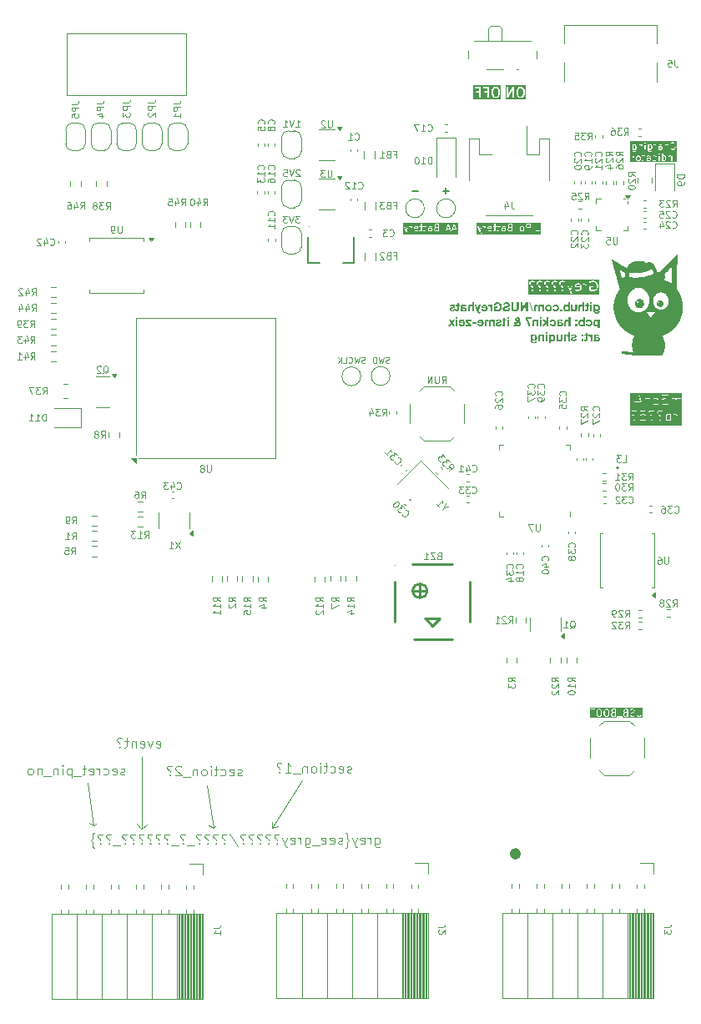
<source format=gbr>
%TF.GenerationSoftware,KiCad,Pcbnew,9.0.0*%
%TF.CreationDate,2025-05-29T01:16:52+08:00*%
%TF.ProjectId,greybadge_pcb,67726579-6261-4646-9765-5f7063622e6b,rev?*%
%TF.SameCoordinates,Original*%
%TF.FileFunction,Legend,Bot*%
%TF.FilePolarity,Positive*%
%FSLAX46Y46*%
G04 Gerber Fmt 4.6, Leading zero omitted, Abs format (unit mm)*
G04 Created by KiCad (PCBNEW 9.0.0) date 2025-05-29 01:16:52*
%MOMM*%
%LPD*%
G01*
G04 APERTURE LIST*
%ADD10C,0.100000*%
%ADD11C,0.567828*%
%ADD12C,0.087500*%
%ADD13C,0.160000*%
%ADD14C,0.150000*%
%ADD15C,0.120000*%
%ADD16C,0.191421*%
%ADD17C,0.254000*%
%ADD18C,0.059995*%
%ADD19C,0.000000*%
%ADD20C,0.152400*%
G04 APERTURE END LIST*
D10*
X97747467Y-132672105D02*
X97282210Y-132185792D01*
X104459778Y-128286236D02*
X105085932Y-132584179D01*
X92979026Y-132326378D02*
X93263523Y-132079327D01*
X111021593Y-132594582D02*
X110997293Y-131990025D01*
X92941321Y-132337457D02*
X92476064Y-132035562D01*
X114088490Y-127748525D02*
X111009443Y-132597478D01*
X111021593Y-132594582D02*
X111665611Y-132370420D01*
X90182604Y-51991033D02*
X102313632Y-51991033D01*
X102313632Y-58239082D01*
X90182604Y-58239082D01*
X90182604Y-51991033D01*
X105115103Y-132584179D02*
X105399600Y-132337128D01*
D11*
X136005354Y-135214326D02*
G75*
G02*
X135437526Y-135214326I-283914J0D01*
G01*
X135437526Y-135214326D02*
G75*
G02*
X136005354Y-135214326I283914J0D01*
G01*
D10*
X105077398Y-132595258D02*
X104612141Y-132293363D01*
X92323701Y-128028435D02*
X92949855Y-132326378D01*
X97858073Y-125368529D02*
X97785172Y-132661026D01*
X97785172Y-132661026D02*
X98294716Y-132218549D01*
G36*
X148290382Y-64489872D02*
G01*
X148312240Y-64511730D01*
X148336666Y-64560582D01*
X148336666Y-64736977D01*
X148312240Y-64785827D01*
X148290381Y-64807687D01*
X148241531Y-64832113D01*
X148165136Y-64832113D01*
X148116286Y-64807688D01*
X148094425Y-64785827D01*
X148070000Y-64736977D01*
X148070000Y-64560582D01*
X148094426Y-64511729D01*
X148116283Y-64489872D01*
X148165136Y-64465446D01*
X148241530Y-64465446D01*
X148290382Y-64489872D01*
G37*
G36*
X149142059Y-64663203D02*
G01*
X149149789Y-64665320D01*
X149150876Y-64664957D01*
X149153333Y-64665446D01*
X149308196Y-64665446D01*
X149349398Y-64686047D01*
X149369999Y-64727249D01*
X149369999Y-64770310D01*
X149349398Y-64811511D01*
X149308197Y-64832113D01*
X149165136Y-64832113D01*
X149136666Y-64817878D01*
X149136666Y-64662130D01*
X149142059Y-64663203D01*
G37*
G36*
X150890381Y-64489872D02*
G01*
X150912239Y-64511730D01*
X150936665Y-64560582D01*
X150936665Y-64736977D01*
X150912239Y-64785827D01*
X150890380Y-64807687D01*
X150841530Y-64832113D01*
X150731802Y-64832113D01*
X150703332Y-64817878D01*
X150703332Y-64479681D01*
X150731802Y-64465446D01*
X150841529Y-64465446D01*
X150890381Y-64489872D01*
G37*
G36*
X147857049Y-63362912D02*
G01*
X147878907Y-63384770D01*
X147903333Y-63433622D01*
X147903333Y-63610017D01*
X147878907Y-63658867D01*
X147857048Y-63680727D01*
X147808198Y-63705153D01*
X147698470Y-63705153D01*
X147670000Y-63690918D01*
X147670000Y-63352721D01*
X147698470Y-63338486D01*
X147808197Y-63338486D01*
X147857049Y-63362912D01*
G37*
G36*
X149457048Y-63362912D02*
G01*
X149478906Y-63384770D01*
X149503332Y-63433622D01*
X149503332Y-63610017D01*
X149478906Y-63658867D01*
X149457047Y-63680727D01*
X149408197Y-63705153D01*
X149298469Y-63705153D01*
X149269999Y-63690918D01*
X149269999Y-63352721D01*
X149298469Y-63338486D01*
X149408196Y-63338486D01*
X149457048Y-63362912D01*
G37*
G36*
X150342058Y-63536243D02*
G01*
X150349788Y-63538360D01*
X150350875Y-63537997D01*
X150353332Y-63538486D01*
X150508195Y-63538486D01*
X150549397Y-63559087D01*
X150569998Y-63600289D01*
X150569998Y-63643350D01*
X150549397Y-63684551D01*
X150508196Y-63705153D01*
X150365135Y-63705153D01*
X150336665Y-63690918D01*
X150336665Y-63535170D01*
X150342058Y-63536243D01*
G37*
G36*
X152081109Y-65009891D02*
G01*
X147396028Y-65009891D01*
X147396028Y-64396312D01*
X147473806Y-64396312D01*
X147473806Y-64434580D01*
X147500866Y-64461640D01*
X147520000Y-64465446D01*
X147574864Y-64465446D01*
X147623714Y-64489871D01*
X147645575Y-64511733D01*
X147670000Y-64560582D01*
X147670000Y-64882113D01*
X147673806Y-64901247D01*
X147700866Y-64928307D01*
X147739134Y-64928307D01*
X147766194Y-64901247D01*
X147770000Y-64882113D01*
X147770000Y-64548780D01*
X147970000Y-64548780D01*
X147970000Y-64748780D01*
X147970488Y-64751236D01*
X147970126Y-64752325D01*
X147972242Y-64760052D01*
X147973806Y-64767914D01*
X147974617Y-64768725D01*
X147975279Y-64771141D01*
X148008612Y-64837807D01*
X148013523Y-64844135D01*
X148017977Y-64850801D01*
X148051310Y-64884135D01*
X148057984Y-64888594D01*
X148064306Y-64893501D01*
X148130973Y-64926835D01*
X148133388Y-64927496D01*
X148134199Y-64928307D01*
X148142059Y-64929870D01*
X148149789Y-64931987D01*
X148150876Y-64931624D01*
X148153333Y-64932113D01*
X148253333Y-64932113D01*
X148255789Y-64931624D01*
X148256877Y-64931987D01*
X148264601Y-64929871D01*
X148272467Y-64928307D01*
X148273278Y-64927495D01*
X148275693Y-64926834D01*
X148342361Y-64893501D01*
X148348689Y-64888589D01*
X148355356Y-64884135D01*
X148388689Y-64850801D01*
X148393140Y-64844138D01*
X148398054Y-64837807D01*
X148431387Y-64771141D01*
X148432048Y-64768725D01*
X148432860Y-64767914D01*
X148434424Y-64760049D01*
X148436540Y-64752324D01*
X148436177Y-64751236D01*
X148436666Y-64748780D01*
X148436666Y-64548780D01*
X148436177Y-64546323D01*
X148436540Y-64545236D01*
X148434423Y-64537506D01*
X148432860Y-64529646D01*
X148432049Y-64528835D01*
X148431388Y-64526420D01*
X148398054Y-64459753D01*
X148393142Y-64453424D01*
X148388688Y-64446758D01*
X148355355Y-64413425D01*
X148348695Y-64408974D01*
X148342361Y-64404059D01*
X148326867Y-64396312D01*
X148540472Y-64396312D01*
X148540472Y-64434580D01*
X148567532Y-64461640D01*
X148586666Y-64465446D01*
X148703333Y-64465446D01*
X148703333Y-64770310D01*
X148682732Y-64811511D01*
X148641531Y-64832113D01*
X148586666Y-64832113D01*
X148567532Y-64835919D01*
X148540472Y-64862979D01*
X148540472Y-64901247D01*
X148567532Y-64928307D01*
X148586666Y-64932113D01*
X148653333Y-64932113D01*
X148655789Y-64931624D01*
X148656877Y-64931987D01*
X148664601Y-64929871D01*
X148672467Y-64928307D01*
X148673278Y-64927495D01*
X148675693Y-64926834D01*
X148742361Y-64893501D01*
X148750226Y-64887396D01*
X148752760Y-64886552D01*
X148754948Y-64883732D01*
X148757773Y-64881540D01*
X148758618Y-64879003D01*
X148764721Y-64871140D01*
X148798055Y-64804473D01*
X148798716Y-64802057D01*
X148799527Y-64801247D01*
X148801090Y-64793386D01*
X148803207Y-64785657D01*
X148802844Y-64784569D01*
X148803333Y-64782113D01*
X148803333Y-64515446D01*
X149036666Y-64515446D01*
X149036666Y-64882113D01*
X149040472Y-64901247D01*
X149067532Y-64928307D01*
X149105800Y-64928307D01*
X149115172Y-64918934D01*
X149130973Y-64926835D01*
X149133388Y-64927496D01*
X149134199Y-64928307D01*
X149142059Y-64929870D01*
X149149789Y-64931987D01*
X149150876Y-64931624D01*
X149153333Y-64932113D01*
X149319999Y-64932113D01*
X149322455Y-64931624D01*
X149323543Y-64931987D01*
X149331267Y-64929871D01*
X149339133Y-64928307D01*
X149339944Y-64927495D01*
X149342359Y-64926834D01*
X149409027Y-64893501D01*
X149416892Y-64887396D01*
X149419426Y-64886552D01*
X149421614Y-64883732D01*
X149424439Y-64881540D01*
X149425284Y-64879003D01*
X149431387Y-64871140D01*
X149464721Y-64804473D01*
X149465382Y-64802057D01*
X149466193Y-64801247D01*
X149467756Y-64793386D01*
X149469873Y-64785657D01*
X149469510Y-64784569D01*
X149469999Y-64782113D01*
X149469999Y-64715446D01*
X149469510Y-64712989D01*
X149469873Y-64711902D01*
X149467757Y-64704176D01*
X149466193Y-64696312D01*
X149465381Y-64695500D01*
X149464720Y-64693085D01*
X149431387Y-64626419D01*
X149425284Y-64618555D01*
X149424439Y-64616020D01*
X149421616Y-64613829D01*
X149419426Y-64611007D01*
X149416890Y-64610161D01*
X149409027Y-64604059D01*
X149342360Y-64570725D01*
X149339944Y-64570063D01*
X149339133Y-64569252D01*
X149331271Y-64567688D01*
X149323544Y-64565572D01*
X149322455Y-64565934D01*
X149319999Y-64565446D01*
X149165136Y-64565446D01*
X149136666Y-64551211D01*
X149136666Y-64527249D01*
X149157266Y-64486047D01*
X149198469Y-64465446D01*
X149308196Y-64465446D01*
X149364305Y-64493501D01*
X149383121Y-64498654D01*
X149419426Y-64486553D01*
X149436540Y-64452325D01*
X149636792Y-64452325D01*
X149653906Y-64486553D01*
X149690211Y-64498654D01*
X149709027Y-64493501D01*
X149765136Y-64465446D01*
X149874863Y-64465446D01*
X149923715Y-64489872D01*
X149945573Y-64511730D01*
X149969999Y-64560582D01*
X149969999Y-64736977D01*
X149945573Y-64785827D01*
X149923714Y-64807687D01*
X149874864Y-64832113D01*
X149765136Y-64832113D01*
X149709026Y-64804059D01*
X149690210Y-64798906D01*
X149653906Y-64811008D01*
X149636792Y-64845236D01*
X149648894Y-64881540D01*
X149664306Y-64893501D01*
X149730973Y-64926835D01*
X149733388Y-64927496D01*
X149734199Y-64928307D01*
X149742059Y-64929870D01*
X149749789Y-64931987D01*
X149750876Y-64931624D01*
X149753333Y-64932113D01*
X149886666Y-64932113D01*
X149889122Y-64931624D01*
X149890210Y-64931987D01*
X149897934Y-64929871D01*
X149905800Y-64928307D01*
X149906611Y-64927495D01*
X149909026Y-64926834D01*
X149975694Y-64893501D01*
X149982022Y-64888589D01*
X149988689Y-64884135D01*
X150022022Y-64850801D01*
X150026473Y-64844138D01*
X150031387Y-64837807D01*
X150064720Y-64771141D01*
X150065381Y-64768725D01*
X150066193Y-64767914D01*
X150067757Y-64760049D01*
X150069873Y-64752324D01*
X150069510Y-64751236D01*
X150069999Y-64748780D01*
X150069999Y-64548780D01*
X150069510Y-64546323D01*
X150069873Y-64545236D01*
X150067756Y-64537506D01*
X150066193Y-64529646D01*
X150065382Y-64528835D01*
X150064721Y-64526420D01*
X150031387Y-64459753D01*
X150026475Y-64453424D01*
X150022021Y-64446758D01*
X149990709Y-64415446D01*
X150269999Y-64415446D01*
X150269999Y-64882113D01*
X150273805Y-64901247D01*
X150300865Y-64928307D01*
X150339133Y-64928307D01*
X150366193Y-64901247D01*
X150369999Y-64882113D01*
X150369999Y-64415446D01*
X150366193Y-64396312D01*
X150339133Y-64369252D01*
X150300865Y-64369252D01*
X150273805Y-64396312D01*
X150269999Y-64415446D01*
X149990709Y-64415446D01*
X149988688Y-64413425D01*
X149982028Y-64408974D01*
X149975694Y-64404059D01*
X149909027Y-64370725D01*
X149906611Y-64370063D01*
X149905800Y-64369252D01*
X149897938Y-64367688D01*
X149890211Y-64365572D01*
X149889122Y-64365934D01*
X149886666Y-64365446D01*
X149753333Y-64365446D01*
X149750876Y-64365934D01*
X149749788Y-64365572D01*
X149742060Y-64367688D01*
X149734199Y-64369252D01*
X149733387Y-64370063D01*
X149730972Y-64370725D01*
X149664305Y-64404059D01*
X149648893Y-64416020D01*
X149636792Y-64452325D01*
X149436540Y-64452325D01*
X149424439Y-64416020D01*
X149409027Y-64404059D01*
X149342360Y-64370725D01*
X149339944Y-64370063D01*
X149339133Y-64369252D01*
X149331271Y-64367688D01*
X149323544Y-64365572D01*
X149322455Y-64365934D01*
X149319999Y-64365446D01*
X149186666Y-64365446D01*
X149184209Y-64365934D01*
X149183121Y-64365572D01*
X149175393Y-64367688D01*
X149167532Y-64369252D01*
X149166720Y-64370063D01*
X149164305Y-64370725D01*
X149097638Y-64404059D01*
X149089774Y-64410161D01*
X149087239Y-64411007D01*
X149085048Y-64413829D01*
X149082226Y-64416020D01*
X149081380Y-64418555D01*
X149075278Y-64426419D01*
X149041945Y-64493085D01*
X149041283Y-64495500D01*
X149040472Y-64496312D01*
X149038908Y-64504173D01*
X149036792Y-64511901D01*
X149037154Y-64512989D01*
X149036666Y-64515446D01*
X148803333Y-64515446D01*
X148803333Y-64465446D01*
X148853333Y-64465446D01*
X148872467Y-64461640D01*
X148899527Y-64434580D01*
X148899527Y-64396312D01*
X148872467Y-64369252D01*
X148853333Y-64365446D01*
X148803333Y-64365446D01*
X148803333Y-64196311D01*
X150240472Y-64196311D01*
X150240472Y-64234580D01*
X150251310Y-64250801D01*
X150284643Y-64284135D01*
X150300864Y-64294974D01*
X150300865Y-64294974D01*
X150339133Y-64294974D01*
X150339134Y-64294974D01*
X150355355Y-64284135D01*
X150388688Y-64250801D01*
X150399523Y-64234582D01*
X150399526Y-64234580D01*
X150399526Y-64196312D01*
X150399526Y-64196311D01*
X150399523Y-64196308D01*
X150390038Y-64182113D01*
X150603332Y-64182113D01*
X150603332Y-64882113D01*
X150607138Y-64901247D01*
X150634198Y-64928307D01*
X150672466Y-64928307D01*
X150681838Y-64918934D01*
X150697639Y-64926835D01*
X150700054Y-64927496D01*
X150700865Y-64928307D01*
X150708725Y-64929870D01*
X150716455Y-64931987D01*
X150717542Y-64931624D01*
X150719999Y-64932113D01*
X150853332Y-64932113D01*
X150855788Y-64931624D01*
X150856876Y-64931987D01*
X150864600Y-64929871D01*
X150872466Y-64928307D01*
X150873277Y-64927495D01*
X150875692Y-64926834D01*
X150942360Y-64893501D01*
X150948688Y-64888589D01*
X150955355Y-64884135D01*
X150988688Y-64850801D01*
X150993139Y-64844138D01*
X150998053Y-64837807D01*
X151031386Y-64771141D01*
X151032047Y-64768725D01*
X151032859Y-64767914D01*
X151034423Y-64760049D01*
X151036539Y-64752324D01*
X151036176Y-64751236D01*
X151036665Y-64748780D01*
X151036665Y-64548780D01*
X151036176Y-64546323D01*
X151036539Y-64545236D01*
X151034422Y-64537506D01*
X151032859Y-64529646D01*
X151032048Y-64528835D01*
X151031387Y-64526420D01*
X151025900Y-64515446D01*
X151236665Y-64515446D01*
X151236665Y-64882113D01*
X151240471Y-64901247D01*
X151267531Y-64928307D01*
X151305799Y-64928307D01*
X151332859Y-64901247D01*
X151336665Y-64882113D01*
X151336665Y-64527249D01*
X151357265Y-64486047D01*
X151398468Y-64465446D01*
X151474862Y-64465446D01*
X151523714Y-64489872D01*
X151536665Y-64502823D01*
X151536665Y-64882113D01*
X151540471Y-64901247D01*
X151567531Y-64928307D01*
X151605799Y-64928307D01*
X151632859Y-64901247D01*
X151636665Y-64882113D01*
X151636665Y-64415446D01*
X151632859Y-64396312D01*
X151605799Y-64369252D01*
X151567531Y-64369252D01*
X151547047Y-64389735D01*
X151509026Y-64370725D01*
X151506610Y-64370063D01*
X151505799Y-64369252D01*
X151497937Y-64367688D01*
X151490210Y-64365572D01*
X151489121Y-64365934D01*
X151486665Y-64365446D01*
X151386665Y-64365446D01*
X151384208Y-64365934D01*
X151383120Y-64365572D01*
X151375392Y-64367688D01*
X151367531Y-64369252D01*
X151366719Y-64370063D01*
X151364304Y-64370725D01*
X151297637Y-64404059D01*
X151289773Y-64410161D01*
X151287238Y-64411007D01*
X151285047Y-64413829D01*
X151282225Y-64416020D01*
X151281379Y-64418555D01*
X151275277Y-64426419D01*
X151241944Y-64493085D01*
X151241282Y-64495500D01*
X151240471Y-64496312D01*
X151238907Y-64504173D01*
X151236791Y-64511901D01*
X151237153Y-64512989D01*
X151236665Y-64515446D01*
X151025900Y-64515446D01*
X150998053Y-64459753D01*
X150993141Y-64453424D01*
X150988687Y-64446758D01*
X150955354Y-64413425D01*
X150948694Y-64408974D01*
X150942360Y-64404059D01*
X150875693Y-64370725D01*
X150873277Y-64370063D01*
X150872466Y-64369252D01*
X150864604Y-64367688D01*
X150856877Y-64365572D01*
X150855788Y-64365934D01*
X150853332Y-64365446D01*
X150719999Y-64365446D01*
X150717542Y-64365934D01*
X150716454Y-64365572D01*
X150708726Y-64367688D01*
X150703332Y-64368761D01*
X150703332Y-64182113D01*
X151869998Y-64182113D01*
X151869998Y-64882113D01*
X151873804Y-64901247D01*
X151900864Y-64928307D01*
X151939132Y-64928307D01*
X151966192Y-64901247D01*
X151969998Y-64882113D01*
X151969998Y-64182113D01*
X151966192Y-64162979D01*
X151939132Y-64135919D01*
X151900864Y-64135919D01*
X151873804Y-64162979D01*
X151869998Y-64182113D01*
X150703332Y-64182113D01*
X150699526Y-64162979D01*
X150672466Y-64135919D01*
X150634198Y-64135919D01*
X150607138Y-64162979D01*
X150603332Y-64182113D01*
X150390038Y-64182113D01*
X150388687Y-64180091D01*
X150355354Y-64146758D01*
X150339133Y-64135919D01*
X150300865Y-64135919D01*
X150284644Y-64146758D01*
X150251311Y-64180091D01*
X150240474Y-64196308D01*
X150240472Y-64196311D01*
X148803333Y-64196311D01*
X148803333Y-64182113D01*
X148799527Y-64162979D01*
X148772467Y-64135919D01*
X148734199Y-64135919D01*
X148707139Y-64162979D01*
X148703333Y-64182113D01*
X148703333Y-64365446D01*
X148586666Y-64365446D01*
X148567532Y-64369252D01*
X148540472Y-64396312D01*
X148326867Y-64396312D01*
X148275694Y-64370725D01*
X148273278Y-64370063D01*
X148272467Y-64369252D01*
X148264605Y-64367688D01*
X148256878Y-64365572D01*
X148255789Y-64365934D01*
X148253333Y-64365446D01*
X148153333Y-64365446D01*
X148150876Y-64365934D01*
X148149788Y-64365572D01*
X148142060Y-64367688D01*
X148134199Y-64369252D01*
X148133387Y-64370063D01*
X148130972Y-64370725D01*
X148064305Y-64404059D01*
X148057970Y-64408974D01*
X148051311Y-64413425D01*
X148017978Y-64446758D01*
X148013527Y-64453417D01*
X148008612Y-64459752D01*
X147975279Y-64526420D01*
X147974617Y-64528834D01*
X147973806Y-64529646D01*
X147972241Y-64537511D01*
X147970126Y-64545236D01*
X147970488Y-64546323D01*
X147970000Y-64548780D01*
X147770000Y-64548780D01*
X147770000Y-64415446D01*
X147766194Y-64396312D01*
X147739134Y-64369252D01*
X147700866Y-64369252D01*
X147673806Y-64396312D01*
X147672575Y-64402499D01*
X147609028Y-64370725D01*
X147606612Y-64370063D01*
X147605801Y-64369252D01*
X147597939Y-64367688D01*
X147590212Y-64365572D01*
X147589123Y-64365934D01*
X147586667Y-64365446D01*
X147520000Y-64365446D01*
X147500866Y-64369252D01*
X147473806Y-64396312D01*
X147396028Y-64396312D01*
X147396028Y-63288486D01*
X147570000Y-63288486D01*
X147570000Y-63855153D01*
X147570488Y-63857609D01*
X147570126Y-63858697D01*
X147572241Y-63866421D01*
X147573806Y-63874287D01*
X147574617Y-63875098D01*
X147575279Y-63877513D01*
X147608612Y-63944181D01*
X147613523Y-63950509D01*
X147617978Y-63957176D01*
X147651312Y-63990509D01*
X147657974Y-63994960D01*
X147664306Y-63999874D01*
X147730972Y-64033207D01*
X147733387Y-64033868D01*
X147734199Y-64034680D01*
X147742063Y-64036244D01*
X147749789Y-64038360D01*
X147750876Y-64037997D01*
X147753333Y-64038486D01*
X147853333Y-64038486D01*
X147855789Y-64037997D01*
X147856877Y-64038360D01*
X147864601Y-64036244D01*
X147872467Y-64034680D01*
X147873278Y-64033868D01*
X147875693Y-64033207D01*
X147942361Y-63999874D01*
X147957773Y-63987913D01*
X147969874Y-63951609D01*
X147952761Y-63917381D01*
X147916456Y-63905279D01*
X147897640Y-63910431D01*
X147841531Y-63938486D01*
X147765136Y-63938486D01*
X147716285Y-63914060D01*
X147694425Y-63892201D01*
X147670000Y-63843350D01*
X147670000Y-63801837D01*
X147675393Y-63802910D01*
X147683123Y-63805027D01*
X147684210Y-63804664D01*
X147686667Y-63805153D01*
X147820000Y-63805153D01*
X147822456Y-63804664D01*
X147823544Y-63805027D01*
X147831268Y-63802911D01*
X147839134Y-63801347D01*
X147839945Y-63800535D01*
X147842360Y-63799874D01*
X147909028Y-63766541D01*
X147915356Y-63761629D01*
X147922023Y-63757175D01*
X147955356Y-63723841D01*
X147959807Y-63717178D01*
X147964721Y-63710847D01*
X147998054Y-63644181D01*
X147998715Y-63641765D01*
X147999527Y-63640954D01*
X148001091Y-63633089D01*
X148003207Y-63625364D01*
X148002844Y-63624276D01*
X148003333Y-63621820D01*
X148003333Y-63421820D01*
X148002844Y-63419363D01*
X148003207Y-63418276D01*
X148001090Y-63410546D01*
X147999527Y-63402686D01*
X147998716Y-63401875D01*
X147998055Y-63399460D01*
X147992568Y-63388486D01*
X148203333Y-63388486D01*
X148203333Y-63755153D01*
X148207139Y-63774287D01*
X148234199Y-63801347D01*
X148272467Y-63801347D01*
X148299527Y-63774287D01*
X148303333Y-63755153D01*
X148303333Y-63400289D01*
X148323933Y-63359087D01*
X148365136Y-63338486D01*
X148441530Y-63338486D01*
X148490382Y-63362912D01*
X148503333Y-63375863D01*
X148503333Y-63755153D01*
X148507139Y-63774287D01*
X148534199Y-63801347D01*
X148572467Y-63801347D01*
X148599527Y-63774287D01*
X148603333Y-63755153D01*
X148603333Y-63288486D01*
X148836666Y-63288486D01*
X148836666Y-63755153D01*
X148840472Y-63774287D01*
X148867532Y-63801347D01*
X148905800Y-63801347D01*
X148932860Y-63774287D01*
X148936666Y-63755153D01*
X148936666Y-63288486D01*
X149169999Y-63288486D01*
X149169999Y-63855153D01*
X149170487Y-63857609D01*
X149170125Y-63858697D01*
X149172240Y-63866421D01*
X149173805Y-63874287D01*
X149174616Y-63875098D01*
X149175278Y-63877513D01*
X149208611Y-63944181D01*
X149213522Y-63950509D01*
X149217977Y-63957176D01*
X149251311Y-63990509D01*
X149257973Y-63994960D01*
X149264305Y-63999874D01*
X149330971Y-64033207D01*
X149333386Y-64033868D01*
X149334198Y-64034680D01*
X149342062Y-64036244D01*
X149349788Y-64038360D01*
X149350875Y-64037997D01*
X149353332Y-64038486D01*
X149453332Y-64038486D01*
X149455788Y-64037997D01*
X149456876Y-64038360D01*
X149464600Y-64036244D01*
X149472466Y-64034680D01*
X149473277Y-64033868D01*
X149475692Y-64033207D01*
X149542360Y-63999874D01*
X149557772Y-63987913D01*
X149569873Y-63951609D01*
X149552760Y-63917381D01*
X149516455Y-63905279D01*
X149497639Y-63910431D01*
X149441530Y-63938486D01*
X149365135Y-63938486D01*
X149316284Y-63914060D01*
X149294424Y-63892201D01*
X149269999Y-63843350D01*
X149269999Y-63801837D01*
X149275392Y-63802910D01*
X149283122Y-63805027D01*
X149284209Y-63804664D01*
X149286666Y-63805153D01*
X149419999Y-63805153D01*
X149422455Y-63804664D01*
X149423543Y-63805027D01*
X149431267Y-63802911D01*
X149439133Y-63801347D01*
X149439944Y-63800535D01*
X149442359Y-63799874D01*
X149509027Y-63766541D01*
X149515355Y-63761629D01*
X149522022Y-63757175D01*
X149555355Y-63723841D01*
X149559806Y-63717178D01*
X149564720Y-63710847D01*
X149598053Y-63644181D01*
X149598714Y-63641765D01*
X149599526Y-63640954D01*
X149601090Y-63633089D01*
X149603206Y-63625364D01*
X149602843Y-63624276D01*
X149603332Y-63621820D01*
X149603332Y-63421820D01*
X149602843Y-63419363D01*
X149603206Y-63418276D01*
X149601089Y-63410546D01*
X149599526Y-63402686D01*
X149598715Y-63401875D01*
X149598054Y-63399460D01*
X149564720Y-63332793D01*
X149559808Y-63326464D01*
X149555354Y-63319798D01*
X149522021Y-63286465D01*
X149515361Y-63282014D01*
X149509027Y-63277099D01*
X149493533Y-63269352D01*
X149707138Y-63269352D01*
X149707138Y-63307620D01*
X149734198Y-63334680D01*
X149753332Y-63338486D01*
X149808196Y-63338486D01*
X149857046Y-63362911D01*
X149878907Y-63384773D01*
X149903332Y-63433622D01*
X149903332Y-63755153D01*
X149907138Y-63774287D01*
X149934198Y-63801347D01*
X149972466Y-63801347D01*
X149999526Y-63774287D01*
X150003332Y-63755153D01*
X150003332Y-63388486D01*
X150236665Y-63388486D01*
X150236665Y-63755153D01*
X150240471Y-63774287D01*
X150267531Y-63801347D01*
X150305799Y-63801347D01*
X150315171Y-63791974D01*
X150330972Y-63799875D01*
X150333387Y-63800536D01*
X150334198Y-63801347D01*
X150342058Y-63802910D01*
X150349788Y-63805027D01*
X150350875Y-63804664D01*
X150353332Y-63805153D01*
X150519998Y-63805153D01*
X150522454Y-63804664D01*
X150523542Y-63805027D01*
X150531266Y-63802911D01*
X150539132Y-63801347D01*
X150539943Y-63800535D01*
X150542358Y-63799874D01*
X150609026Y-63766541D01*
X150616891Y-63760436D01*
X150619425Y-63759592D01*
X150621613Y-63756772D01*
X150624438Y-63754580D01*
X150625283Y-63752043D01*
X150631386Y-63744180D01*
X150664720Y-63677513D01*
X150665381Y-63675097D01*
X150666192Y-63674287D01*
X150667755Y-63666426D01*
X150669872Y-63658697D01*
X150669509Y-63657609D01*
X150669998Y-63655153D01*
X150669998Y-63588486D01*
X150669509Y-63586029D01*
X150669872Y-63584942D01*
X150667756Y-63577216D01*
X150666192Y-63569352D01*
X150665380Y-63568540D01*
X150664719Y-63566125D01*
X150631386Y-63499459D01*
X150625283Y-63491595D01*
X150624438Y-63489060D01*
X150621615Y-63486869D01*
X150619425Y-63484047D01*
X150616889Y-63483201D01*
X150609026Y-63477099D01*
X150542359Y-63443765D01*
X150539943Y-63443103D01*
X150539132Y-63442292D01*
X150531270Y-63440728D01*
X150523543Y-63438612D01*
X150522454Y-63438974D01*
X150519998Y-63438486D01*
X150365135Y-63438486D01*
X150336665Y-63424251D01*
X150336665Y-63400289D01*
X150342566Y-63388486D01*
X150869998Y-63388486D01*
X150869998Y-63755153D01*
X150873804Y-63774287D01*
X150900864Y-63801347D01*
X150939132Y-63801347D01*
X150966192Y-63774287D01*
X150969998Y-63755153D01*
X150969998Y-63400289D01*
X150990598Y-63359087D01*
X151031801Y-63338486D01*
X151108195Y-63338486D01*
X151157047Y-63362912D01*
X151169998Y-63375863D01*
X151169998Y-63755153D01*
X151173804Y-63774287D01*
X151200864Y-63801347D01*
X151239132Y-63801347D01*
X151266192Y-63774287D01*
X151269998Y-63755153D01*
X151269998Y-63102686D01*
X151473804Y-63102686D01*
X151473804Y-63140955D01*
X151500864Y-63168014D01*
X151539133Y-63168014D01*
X151555354Y-63157175D01*
X151580341Y-63132186D01*
X151661444Y-63105153D01*
X151711885Y-63105153D01*
X151792989Y-63132187D01*
X151845573Y-63184772D01*
X151872821Y-63239270D01*
X151903331Y-63361307D01*
X151903331Y-63448999D01*
X151872821Y-63571035D01*
X151845573Y-63625533D01*
X151792989Y-63678118D01*
X151711885Y-63705153D01*
X151661444Y-63705153D01*
X151580341Y-63678119D01*
X151555354Y-63653131D01*
X151539133Y-63642292D01*
X151500864Y-63642292D01*
X151473804Y-63669351D01*
X151473804Y-63707620D01*
X151484642Y-63723841D01*
X151517975Y-63757175D01*
X151520057Y-63758566D01*
X151520571Y-63759593D01*
X151527529Y-63763559D01*
X151534196Y-63768014D01*
X151535345Y-63768014D01*
X151537520Y-63769254D01*
X151637520Y-63802587D01*
X151645468Y-63803589D01*
X151653331Y-63805153D01*
X151719998Y-63805153D01*
X151727860Y-63803589D01*
X151735809Y-63802587D01*
X151835809Y-63769254D01*
X151837984Y-63768014D01*
X151839132Y-63768014D01*
X151845792Y-63763563D01*
X151852758Y-63759593D01*
X151853271Y-63758565D01*
X151855353Y-63757175D01*
X151922020Y-63690509D01*
X151926479Y-63683834D01*
X151931386Y-63677513D01*
X151964720Y-63610846D01*
X151966166Y-63605562D01*
X151968505Y-63600613D01*
X152001838Y-63467280D01*
X152002135Y-63461162D01*
X152003331Y-63455153D01*
X152003331Y-63355153D01*
X152002135Y-63349143D01*
X152001838Y-63343026D01*
X151968505Y-63209693D01*
X151966166Y-63204743D01*
X151964720Y-63199460D01*
X151931386Y-63132793D01*
X151926479Y-63126471D01*
X151922020Y-63119797D01*
X151855353Y-63053131D01*
X151853271Y-63051740D01*
X151852758Y-63050713D01*
X151845792Y-63046742D01*
X151839132Y-63042292D01*
X151837984Y-63042292D01*
X151835809Y-63041052D01*
X151735809Y-63007719D01*
X151727860Y-63006716D01*
X151719998Y-63005153D01*
X151653331Y-63005153D01*
X151645468Y-63006716D01*
X151637520Y-63007719D01*
X151537520Y-63041052D01*
X151535345Y-63042292D01*
X151534196Y-63042292D01*
X151527529Y-63046746D01*
X151520571Y-63050713D01*
X151520057Y-63051739D01*
X151517975Y-63053131D01*
X151484642Y-63086465D01*
X151473804Y-63102686D01*
X151269998Y-63102686D01*
X151269998Y-63055153D01*
X151266192Y-63036019D01*
X151239132Y-63008959D01*
X151200864Y-63008959D01*
X151173804Y-63036019D01*
X151169998Y-63055153D01*
X151169998Y-63257584D01*
X151142359Y-63243765D01*
X151139943Y-63243103D01*
X151139132Y-63242292D01*
X151131270Y-63240728D01*
X151123543Y-63238612D01*
X151122454Y-63238974D01*
X151119998Y-63238486D01*
X151019998Y-63238486D01*
X151017541Y-63238974D01*
X151016453Y-63238612D01*
X151008725Y-63240728D01*
X151000864Y-63242292D01*
X151000052Y-63243103D01*
X150997637Y-63243765D01*
X150930970Y-63277099D01*
X150923106Y-63283201D01*
X150920571Y-63284047D01*
X150918380Y-63286869D01*
X150915558Y-63289060D01*
X150914712Y-63291595D01*
X150908610Y-63299459D01*
X150875277Y-63366125D01*
X150874615Y-63368540D01*
X150873804Y-63369352D01*
X150872240Y-63377213D01*
X150870124Y-63384941D01*
X150870486Y-63386029D01*
X150869998Y-63388486D01*
X150342566Y-63388486D01*
X150357265Y-63359087D01*
X150398468Y-63338486D01*
X150508195Y-63338486D01*
X150564304Y-63366541D01*
X150583120Y-63371694D01*
X150619425Y-63359593D01*
X150636539Y-63325365D01*
X150624438Y-63289060D01*
X150609026Y-63277099D01*
X150542359Y-63243765D01*
X150539943Y-63243103D01*
X150539132Y-63242292D01*
X150531270Y-63240728D01*
X150523543Y-63238612D01*
X150522454Y-63238974D01*
X150519998Y-63238486D01*
X150386665Y-63238486D01*
X150384208Y-63238974D01*
X150383120Y-63238612D01*
X150375392Y-63240728D01*
X150367531Y-63242292D01*
X150366719Y-63243103D01*
X150364304Y-63243765D01*
X150297637Y-63277099D01*
X150289773Y-63283201D01*
X150287238Y-63284047D01*
X150285047Y-63286869D01*
X150282225Y-63289060D01*
X150281379Y-63291595D01*
X150275277Y-63299459D01*
X150241944Y-63366125D01*
X150241282Y-63368540D01*
X150240471Y-63369352D01*
X150238907Y-63377213D01*
X150236791Y-63384941D01*
X150237153Y-63386029D01*
X150236665Y-63388486D01*
X150003332Y-63388486D01*
X150003332Y-63288486D01*
X149999526Y-63269352D01*
X149972466Y-63242292D01*
X149934198Y-63242292D01*
X149907138Y-63269352D01*
X149905907Y-63275539D01*
X149842360Y-63243765D01*
X149839944Y-63243103D01*
X149839133Y-63242292D01*
X149831271Y-63240728D01*
X149823544Y-63238612D01*
X149822455Y-63238974D01*
X149819999Y-63238486D01*
X149753332Y-63238486D01*
X149734198Y-63242292D01*
X149707138Y-63269352D01*
X149493533Y-63269352D01*
X149442360Y-63243765D01*
X149439944Y-63243103D01*
X149439133Y-63242292D01*
X149431271Y-63240728D01*
X149423544Y-63238612D01*
X149422455Y-63238974D01*
X149419999Y-63238486D01*
X149286666Y-63238486D01*
X149284209Y-63238974D01*
X149283121Y-63238612D01*
X149275393Y-63240728D01*
X149267532Y-63242292D01*
X149266720Y-63243103D01*
X149264305Y-63243765D01*
X149248505Y-63251664D01*
X149239133Y-63242292D01*
X149200865Y-63242292D01*
X149173805Y-63269352D01*
X149169999Y-63288486D01*
X148936666Y-63288486D01*
X148932860Y-63269352D01*
X148905800Y-63242292D01*
X148867532Y-63242292D01*
X148840472Y-63269352D01*
X148836666Y-63288486D01*
X148603333Y-63288486D01*
X148599527Y-63269352D01*
X148572467Y-63242292D01*
X148534199Y-63242292D01*
X148513715Y-63262775D01*
X148475694Y-63243765D01*
X148473278Y-63243103D01*
X148472467Y-63242292D01*
X148464605Y-63240728D01*
X148456878Y-63238612D01*
X148455789Y-63238974D01*
X148453333Y-63238486D01*
X148353333Y-63238486D01*
X148350876Y-63238974D01*
X148349788Y-63238612D01*
X148342060Y-63240728D01*
X148334199Y-63242292D01*
X148333387Y-63243103D01*
X148330972Y-63243765D01*
X148264305Y-63277099D01*
X148256441Y-63283201D01*
X148253906Y-63284047D01*
X148251715Y-63286869D01*
X148248893Y-63289060D01*
X148248047Y-63291595D01*
X148241945Y-63299459D01*
X148208612Y-63366125D01*
X148207950Y-63368540D01*
X148207139Y-63369352D01*
X148205575Y-63377213D01*
X148203459Y-63384941D01*
X148203821Y-63386029D01*
X148203333Y-63388486D01*
X147992568Y-63388486D01*
X147964721Y-63332793D01*
X147959809Y-63326464D01*
X147955355Y-63319798D01*
X147922022Y-63286465D01*
X147915362Y-63282014D01*
X147909028Y-63277099D01*
X147842361Y-63243765D01*
X147839945Y-63243103D01*
X147839134Y-63242292D01*
X147831272Y-63240728D01*
X147823545Y-63238612D01*
X147822456Y-63238974D01*
X147820000Y-63238486D01*
X147686667Y-63238486D01*
X147684210Y-63238974D01*
X147683122Y-63238612D01*
X147675394Y-63240728D01*
X147667533Y-63242292D01*
X147666721Y-63243103D01*
X147664306Y-63243765D01*
X147648506Y-63251664D01*
X147639134Y-63242292D01*
X147600866Y-63242292D01*
X147573806Y-63269352D01*
X147570000Y-63288486D01*
X147396028Y-63288486D01*
X147396028Y-63069351D01*
X148807139Y-63069351D01*
X148807139Y-63107620D01*
X148817977Y-63123841D01*
X148851310Y-63157175D01*
X148867531Y-63168014D01*
X148867532Y-63168014D01*
X148905800Y-63168014D01*
X148905801Y-63168014D01*
X148922022Y-63157175D01*
X148955355Y-63123841D01*
X148966190Y-63107622D01*
X148966193Y-63107620D01*
X148966193Y-63069352D01*
X148966193Y-63069351D01*
X148966190Y-63069348D01*
X148955354Y-63053131D01*
X148922021Y-63019798D01*
X148905800Y-63008959D01*
X148867532Y-63008959D01*
X148851311Y-63019798D01*
X148817978Y-63053131D01*
X148807141Y-63069348D01*
X148807139Y-63069351D01*
X147396028Y-63069351D01*
X147396028Y-62927375D01*
X152081109Y-62927375D01*
X152081109Y-65009891D01*
G37*
D12*
G36*
X144071756Y-79496001D02*
G01*
X144126447Y-79514479D01*
X144174208Y-79544769D01*
X144216197Y-79587940D01*
X144246984Y-79634350D01*
X144269319Y-79686501D01*
X144283187Y-79745414D01*
X144288023Y-79812375D01*
X144283420Y-79884601D01*
X144270450Y-79946065D01*
X144250017Y-79998445D01*
X144222517Y-80043129D01*
X144190521Y-80077806D01*
X144154004Y-80104544D01*
X144112356Y-80123932D01*
X144064624Y-80136004D01*
X144009568Y-80140234D01*
X143955034Y-80135668D01*
X143909724Y-80122841D01*
X143871905Y-80102488D01*
X143840310Y-80074538D01*
X143814259Y-80038128D01*
X143811731Y-80038128D01*
X143811731Y-80123583D01*
X143816526Y-80176986D01*
X143829390Y-80216603D01*
X143848989Y-80245701D01*
X143875379Y-80266452D01*
X143909989Y-80279623D01*
X143955383Y-80284435D01*
X143999852Y-80280236D01*
X144033373Y-80268862D01*
X144058496Y-80251311D01*
X144076853Y-80227364D01*
X144088922Y-80195628D01*
X144266591Y-80195628D01*
X144258000Y-80244454D01*
X144239165Y-80286463D01*
X144209788Y-80323089D01*
X144168332Y-80355052D01*
X144113473Y-80381727D01*
X144051014Y-80398247D01*
X143979343Y-80404016D01*
X143891348Y-80398362D01*
X143821158Y-80382874D01*
X143765505Y-80359211D01*
X143721725Y-80328194D01*
X143687913Y-80289733D01*
X143663090Y-80242835D01*
X143647308Y-80185713D01*
X143641647Y-80115944D01*
X143641647Y-79825069D01*
X143811731Y-79825069D01*
X143816259Y-79874593D01*
X143829046Y-79915951D01*
X143849540Y-79950750D01*
X143880728Y-79981759D01*
X143918248Y-80000168D01*
X143964175Y-80006584D01*
X144000353Y-80002439D01*
X144030521Y-79990615D01*
X144056033Y-79971183D01*
X144077602Y-79943112D01*
X144094435Y-79907090D01*
X144105215Y-79863244D01*
X144109091Y-79809847D01*
X144104762Y-79757538D01*
X144092722Y-79714997D01*
X144073810Y-79680319D01*
X144052636Y-79655206D01*
X144027850Y-79637680D01*
X143998762Y-79626972D01*
X143964175Y-79623221D01*
X143917840Y-79628763D01*
X143881748Y-79644187D01*
X143853429Y-79669147D01*
X143831770Y-79705237D01*
X143817225Y-79755708D01*
X143811731Y-79825069D01*
X143641647Y-79825069D01*
X143641647Y-79507157D01*
X143811731Y-79507157D01*
X143811731Y-79593325D01*
X143814259Y-79593325D01*
X143840869Y-79556076D01*
X143872703Y-79527633D01*
X143910365Y-79507043D01*
X143955023Y-79494142D01*
X144008304Y-79489571D01*
X144071756Y-79496001D01*
G37*
G36*
X143493434Y-80157820D02*
G01*
X143493434Y-79507157D01*
X143314502Y-79507157D01*
X143314502Y-80157820D01*
X143493434Y-80157820D01*
G37*
G36*
X143314502Y-79257443D02*
G01*
X143314502Y-79405161D01*
X143493434Y-79405161D01*
X143493434Y-79257443D01*
X143314502Y-79257443D01*
G37*
G36*
X142947240Y-79310199D02*
G01*
X142947240Y-79507157D01*
X142816173Y-79507157D01*
X142816173Y-79626738D01*
X142947240Y-79626738D01*
X142947240Y-79951575D01*
X142942645Y-79992679D01*
X142932127Y-80012464D01*
X142912452Y-80023065D01*
X142871622Y-80027687D01*
X142842210Y-80025504D01*
X142816173Y-80019224D01*
X142816173Y-80161941D01*
X142857605Y-80166531D01*
X142920752Y-80168371D01*
X142991296Y-80162770D01*
X143042646Y-80147938D01*
X143079383Y-80125843D01*
X143104805Y-80096938D01*
X143120522Y-80060079D01*
X143126172Y-80012739D01*
X143126172Y-79626738D01*
X143234488Y-79626738D01*
X143234488Y-79507157D01*
X143126172Y-79507157D01*
X143126172Y-79310199D01*
X142947240Y-79310199D01*
G37*
G36*
X142730883Y-80157820D02*
G01*
X142730883Y-79257443D01*
X142551951Y-79257443D01*
X142551951Y-79597117D01*
X142548159Y-79597117D01*
X142523835Y-79564617D01*
X142494993Y-79537668D01*
X142461221Y-79515839D01*
X142409743Y-79496024D01*
X142357906Y-79489571D01*
X142290228Y-79495008D01*
X142238010Y-79509779D01*
X142197955Y-79532388D01*
X142167653Y-79562551D01*
X142148446Y-79594564D01*
X142133450Y-79636181D01*
X142123470Y-79689655D01*
X142119788Y-79757640D01*
X142119788Y-80157820D01*
X142298720Y-80157820D01*
X142298720Y-79790173D01*
X142304689Y-79725517D01*
X142320106Y-79681862D01*
X142342803Y-79653332D01*
X142373024Y-79636330D01*
X142413355Y-79630255D01*
X142459958Y-79635754D01*
X142494192Y-79650692D01*
X142519198Y-79674329D01*
X142535910Y-79705665D01*
X142547486Y-79751467D01*
X142551951Y-79816606D01*
X142551951Y-80157820D01*
X142730883Y-80157820D01*
G37*
G36*
X141373284Y-79507157D02*
G01*
X141373284Y-80157820D01*
X141543368Y-80157820D01*
X141543368Y-80067089D01*
X141547160Y-80067089D01*
X141576912Y-80106541D01*
X141610990Y-80136364D01*
X141649868Y-80157664D01*
X141694493Y-80170809D01*
X141746206Y-80175405D01*
X141813806Y-80169892D01*
X141866015Y-80154902D01*
X141906123Y-80131913D01*
X141936514Y-80101161D01*
X141955675Y-80069751D01*
X141970670Y-80028606D01*
X141980678Y-79975387D01*
X141984379Y-79907336D01*
X141984379Y-79507157D01*
X141805447Y-79507157D01*
X141805447Y-79874803D01*
X141799478Y-79939459D01*
X141784061Y-79983114D01*
X141761364Y-80011644D01*
X141731143Y-80028646D01*
X141690812Y-80034721D01*
X141644209Y-80029222D01*
X141609975Y-80014285D01*
X141584969Y-79990647D01*
X141568257Y-79959311D01*
X141556681Y-79913509D01*
X141552216Y-79848370D01*
X141552216Y-79507157D01*
X141373284Y-79507157D01*
G37*
G36*
X141237876Y-80157820D02*
G01*
X141067791Y-80157820D01*
X141067791Y-80074673D01*
X141065263Y-80074673D01*
X141040357Y-80109429D01*
X141008040Y-80136791D01*
X140967113Y-80157294D01*
X140915628Y-80170575D01*
X140851050Y-80175405D01*
X140798640Y-80170239D01*
X140751195Y-80155107D01*
X140707589Y-80129898D01*
X140667062Y-80093632D01*
X140631006Y-80044343D01*
X140604352Y-79985608D01*
X140587422Y-79915571D01*
X140581478Y-79833147D01*
X140760320Y-79833147D01*
X140764788Y-79891164D01*
X140777263Y-79939011D01*
X140796865Y-79978557D01*
X140820194Y-80006663D01*
X140846790Y-80026030D01*
X140877281Y-80037707D01*
X140912819Y-80041755D01*
X140948327Y-80037709D01*
X140978800Y-80026033D01*
X141005389Y-80006667D01*
X141028718Y-79978557D01*
X141048320Y-79939011D01*
X141060795Y-79891164D01*
X141065263Y-79833147D01*
X141060772Y-79774230D01*
X141048276Y-79725981D01*
X141028718Y-79686419D01*
X141005985Y-79658421D01*
X140979637Y-79639054D01*
X140948996Y-79627313D01*
X140912819Y-79623221D01*
X140876613Y-79627315D01*
X140845954Y-79639057D01*
X140819597Y-79658424D01*
X140796865Y-79686419D01*
X140777307Y-79725981D01*
X140764811Y-79774230D01*
X140760320Y-79833147D01*
X140581478Y-79833147D01*
X140581387Y-79831884D01*
X140587406Y-79748861D01*
X140604309Y-79679213D01*
X140630959Y-79620644D01*
X140667062Y-79571344D01*
X140707589Y-79535078D01*
X140751195Y-79509869D01*
X140798640Y-79494737D01*
X140851050Y-79489571D01*
X140907560Y-79493917D01*
X140954932Y-79506140D01*
X140994784Y-79525483D01*
X141028356Y-79551848D01*
X141056415Y-79585797D01*
X141058943Y-79585797D01*
X141058943Y-79257443D01*
X141237876Y-79257443D01*
X141237876Y-80157820D01*
G37*
G36*
X140460927Y-80157820D02*
G01*
X140460927Y-79964379D01*
X140263145Y-79964379D01*
X140263145Y-80157820D01*
X140460927Y-80157820D01*
G37*
G36*
X139499880Y-79735713D02*
G01*
X139675021Y-79735713D01*
X139686613Y-79693653D01*
X139705125Y-79663167D01*
X139730347Y-79641687D01*
X139763571Y-79628154D01*
X139807351Y-79623221D01*
X139844458Y-79627652D01*
X139876018Y-79640426D01*
X139903330Y-79661680D01*
X139927043Y-79692738D01*
X139944683Y-79732798D01*
X139955837Y-79779967D01*
X139959796Y-79835675D01*
X139955833Y-79889626D01*
X139944679Y-79935080D01*
X139927043Y-79973502D01*
X139904590Y-80003942D01*
X139878336Y-80024798D01*
X139847620Y-80037374D01*
X139811088Y-80041755D01*
X139764834Y-80036142D01*
X139729322Y-80020594D01*
X139701936Y-79995504D01*
X139681539Y-79959216D01*
X139668701Y-79908325D01*
X139496088Y-79908325D01*
X139509208Y-79971288D01*
X139530463Y-80024241D01*
X139559411Y-80068796D01*
X139596271Y-80106107D01*
X139639799Y-80135742D01*
X139689154Y-80157288D01*
X139745387Y-80170709D01*
X139809824Y-80175405D01*
X139881603Y-80169209D01*
X139944056Y-80151440D01*
X139998905Y-80122620D01*
X140047393Y-80082312D01*
X140086878Y-80033094D01*
X140115175Y-79977520D01*
X140132639Y-79914359D01*
X140138728Y-79841940D01*
X140132795Y-79764521D01*
X140115921Y-79697924D01*
X140088918Y-79640307D01*
X140051790Y-79590248D01*
X140013488Y-79554441D01*
X139970551Y-79526664D01*
X139922327Y-79506483D01*
X139867891Y-79493944D01*
X139806087Y-79489571D01*
X139744538Y-79493655D01*
X139690267Y-79505355D01*
X139642186Y-79524133D01*
X139599403Y-79549856D01*
X139558520Y-79587114D01*
X139528781Y-79629803D01*
X139509216Y-79678838D01*
X139499880Y-79735713D01*
G37*
G36*
X139154638Y-79495895D02*
G01*
X139219225Y-79513926D01*
X139275202Y-79542971D01*
X139323970Y-79583324D01*
X139363396Y-79632797D01*
X139391927Y-79689861D01*
X139409712Y-79755975D01*
X139415964Y-79833093D01*
X139409730Y-79909555D01*
X139391975Y-79975278D01*
X139363449Y-80032169D01*
X139323970Y-80081652D01*
X139275202Y-80122005D01*
X139219225Y-80151050D01*
X139154638Y-80169081D01*
X139079532Y-80175405D01*
X139003743Y-80169061D01*
X138938747Y-80150998D01*
X138882588Y-80121948D01*
X138833830Y-80081652D01*
X138794351Y-80032169D01*
X138765825Y-79975278D01*
X138748070Y-79909555D01*
X138741840Y-79833147D01*
X138920768Y-79833147D01*
X138926470Y-79904722D01*
X138941575Y-79956848D01*
X138964091Y-79994166D01*
X138993568Y-80020013D01*
X139031188Y-80036004D01*
X139079532Y-80041755D01*
X139119594Y-80037378D01*
X139152610Y-80024984D01*
X139180127Y-80004827D01*
X139203015Y-79976030D01*
X139221025Y-79939044D01*
X139232751Y-79892215D01*
X139237032Y-79833147D01*
X139231339Y-79760915D01*
X139216275Y-79708394D01*
X139193862Y-79670877D01*
X139164591Y-79644961D01*
X139127329Y-79628965D01*
X139079532Y-79623221D01*
X139031260Y-79628989D01*
X138993666Y-79645039D01*
X138964176Y-79671008D01*
X138941627Y-79708545D01*
X138926486Y-79761030D01*
X138920768Y-79833147D01*
X138741840Y-79833147D01*
X138741836Y-79833093D01*
X138748089Y-79755975D01*
X138765873Y-79689861D01*
X138794404Y-79632797D01*
X138833830Y-79583324D01*
X138882588Y-79543028D01*
X138938747Y-79513978D01*
X139003743Y-79495915D01*
X139079532Y-79489571D01*
X139154638Y-79495895D01*
G37*
G36*
X138621375Y-80157820D02*
G01*
X138621375Y-79507157D01*
X138452555Y-79507157D01*
X138452555Y-79594589D01*
X138450027Y-79594589D01*
X138417414Y-79555935D01*
X138381746Y-79526890D01*
X138342639Y-79506365D01*
X138299367Y-79493875D01*
X138250926Y-79489571D01*
X138194879Y-79494470D01*
X138149673Y-79508078D01*
X138113124Y-79529483D01*
X138083697Y-79558793D01*
X138060673Y-79597117D01*
X138028915Y-79557454D01*
X137993936Y-79527729D01*
X137955363Y-79506750D01*
X137912441Y-79493979D01*
X137864100Y-79489571D01*
X137796328Y-79495107D01*
X137743347Y-79510240D01*
X137702068Y-79533576D01*
X137670243Y-79564920D01*
X137646706Y-79605296D01*
X137631520Y-79656809D01*
X137625982Y-79722414D01*
X137625982Y-80157820D01*
X137804914Y-80157820D01*
X137804914Y-79788909D01*
X137809888Y-79715613D01*
X137821291Y-79676856D01*
X137841266Y-79651805D01*
X137871100Y-79636116D01*
X137914549Y-79630255D01*
X137950584Y-79634689D01*
X137978800Y-79647081D01*
X138001093Y-79667269D01*
X138018260Y-79696674D01*
X138029850Y-79738053D01*
X138034240Y-79795174D01*
X138034240Y-80157820D01*
X138213172Y-80157820D01*
X138213172Y-79792701D01*
X138216773Y-79717575D01*
X138224493Y-79683121D01*
X138238516Y-79660612D01*
X138258333Y-79644456D01*
X138285224Y-79634086D01*
X138321488Y-79630255D01*
X138348186Y-79633354D01*
X138372318Y-79642489D01*
X138394577Y-79657952D01*
X138420197Y-79687253D01*
X138436462Y-79726827D01*
X138442443Y-79780061D01*
X138442443Y-80157820D01*
X138621375Y-80157820D01*
G37*
G36*
X137567016Y-80178922D02*
G01*
X137215526Y-79236340D01*
X137071874Y-79236340D01*
X137423364Y-80178922D01*
X137567016Y-80178922D01*
G37*
G36*
X136999334Y-80157820D02*
G01*
X136999334Y-79257443D01*
X136802761Y-79257443D01*
X136427311Y-79861724D01*
X136424783Y-79861724D01*
X136424783Y-79257443D01*
X136239531Y-79257443D01*
X136239531Y-80157820D01*
X136437368Y-80157820D01*
X136811609Y-79555517D01*
X136814137Y-79555517D01*
X136814137Y-80157820D01*
X136999334Y-80157820D01*
G37*
G36*
X135302884Y-79257443D02*
G01*
X135302884Y-79817156D01*
X135307493Y-79889907D01*
X135320477Y-79951784D01*
X135340921Y-80004474D01*
X135368413Y-80049375D01*
X135403067Y-80087533D01*
X135444069Y-80118904D01*
X135491825Y-80144017D01*
X135547367Y-80162779D01*
X135611985Y-80174700D01*
X135687182Y-80178922D01*
X135774927Y-80173539D01*
X135847243Y-80158597D01*
X135906688Y-80135462D01*
X135955395Y-80104852D01*
X135994963Y-80066783D01*
X136026354Y-80020569D01*
X136049811Y-79964880D01*
X136064833Y-79897844D01*
X136070216Y-79817156D01*
X136070216Y-79257443D01*
X135872379Y-79257443D01*
X135872379Y-79817925D01*
X135868080Y-79877070D01*
X135856649Y-79920937D01*
X135839626Y-79953004D01*
X135815334Y-79978149D01*
X135783223Y-79996906D01*
X135741377Y-80009125D01*
X135687127Y-80013619D01*
X135634573Y-80009943D01*
X135594318Y-80000038D01*
X135563796Y-79985109D01*
X135541003Y-79965643D01*
X135520292Y-79933486D01*
X135506124Y-79886061D01*
X135500666Y-79817925D01*
X135500666Y-79257443D01*
X135302884Y-79257443D01*
G37*
G36*
X135190227Y-79859196D02*
G01*
X134998710Y-79859196D01*
X134994642Y-79899942D01*
X134983114Y-79933925D01*
X134964484Y-79962546D01*
X134938205Y-79986691D01*
X134901931Y-80006678D01*
X134856500Y-80019516D01*
X134799610Y-80024170D01*
X134735016Y-80018394D01*
X134686238Y-80002792D01*
X134658238Y-79985476D01*
X134639474Y-79965009D01*
X134628332Y-79940966D01*
X134624469Y-79912172D01*
X134628869Y-79886013D01*
X134642309Y-79861944D01*
X134666613Y-79838984D01*
X134705273Y-79816945D01*
X134763065Y-79796383D01*
X134978201Y-79733398D01*
X135021352Y-79718347D01*
X135073104Y-79687205D01*
X135111277Y-79651253D01*
X135137994Y-79610219D01*
X135154277Y-79563084D01*
X135159947Y-79508201D01*
X135155520Y-79457726D01*
X135142707Y-79412892D01*
X135121721Y-79372626D01*
X135092121Y-79336153D01*
X135052841Y-79303055D01*
X135003643Y-79274361D01*
X134949595Y-79253592D01*
X134889882Y-79240774D01*
X134823515Y-79236340D01*
X134745503Y-79241041D01*
X134678799Y-79254302D01*
X134621711Y-79275185D01*
X134572812Y-79303220D01*
X134533336Y-79336798D01*
X134503145Y-79375117D01*
X134481392Y-79418777D01*
X134467899Y-79468800D01*
X134463177Y-79526556D01*
X134654694Y-79526556D01*
X134661780Y-79485020D01*
X134676881Y-79452672D01*
X134699733Y-79427461D01*
X134731502Y-79408414D01*
X134774592Y-79395801D01*
X134832363Y-79391092D01*
X134883654Y-79397053D01*
X134924357Y-79413734D01*
X134949065Y-79435127D01*
X134963452Y-79461047D01*
X134968430Y-79493033D01*
X134963030Y-79522669D01*
X134947270Y-79546062D01*
X134919301Y-79564749D01*
X134863833Y-79584173D01*
X134700087Y-79628936D01*
X134629703Y-79649357D01*
X134578518Y-79669631D01*
X134542587Y-79689386D01*
X134502427Y-79720638D01*
X134472185Y-79755760D01*
X134450703Y-79795183D01*
X134437530Y-79839769D01*
X134432952Y-79890740D01*
X134439182Y-79952941D01*
X134457143Y-80007041D01*
X134486653Y-80054729D01*
X134528738Y-80097095D01*
X134580746Y-80131241D01*
X134643085Y-80156758D01*
X134717754Y-80173082D01*
X134807193Y-80178922D01*
X134888503Y-80173637D01*
X134959097Y-80158605D01*
X135020594Y-80134675D01*
X135074328Y-80102150D01*
X135116602Y-80064473D01*
X135148759Y-80022148D01*
X135171716Y-79974565D01*
X135185700Y-79920701D01*
X135190227Y-79859196D01*
G37*
G36*
X133645452Y-80157820D02*
G01*
X133665621Y-80055769D01*
X133707134Y-80101023D01*
X133751952Y-80135127D01*
X133800548Y-80159244D01*
X133853729Y-80173893D01*
X133912587Y-80178922D01*
X133993156Y-80173085D01*
X134064661Y-80156282D01*
X134128545Y-80129111D01*
X134185960Y-80091529D01*
X134237699Y-80042854D01*
X134279194Y-79989107D01*
X134311596Y-79929953D01*
X134335180Y-79864638D01*
X134349794Y-79792184D01*
X134354862Y-79711423D01*
X134349756Y-79628427D01*
X134335065Y-79554281D01*
X134311422Y-79487758D01*
X134279040Y-79427822D01*
X134237699Y-79373672D01*
X134186432Y-79324587D01*
X134129287Y-79286674D01*
X134065447Y-79259240D01*
X133993715Y-79242251D01*
X133912587Y-79236340D01*
X133841139Y-79241688D01*
X133776236Y-79257248D01*
X133716775Y-79282710D01*
X133661884Y-79318332D01*
X133620199Y-79356293D01*
X133586970Y-79398323D01*
X133561524Y-79444840D01*
X133543597Y-79496518D01*
X133533345Y-79554253D01*
X133722334Y-79554253D01*
X133737693Y-79507602D01*
X133760172Y-79470429D01*
X133789763Y-79441101D01*
X133825530Y-79419429D01*
X133866060Y-79406224D01*
X133912587Y-79401644D01*
X133972867Y-79408028D01*
X134023178Y-79426170D01*
X134065660Y-79455696D01*
X134101576Y-79497759D01*
X134124815Y-79539630D01*
X134142135Y-79588379D01*
X134153130Y-79645182D01*
X134157025Y-79711423D01*
X134153172Y-79774927D01*
X134142245Y-79829850D01*
X134124938Y-79877445D01*
X134101576Y-79918767D01*
X134065146Y-79960312D01*
X134022450Y-79989464D01*
X133972273Y-80007343D01*
X133912587Y-80013619D01*
X133848658Y-80007569D01*
X133799038Y-79990982D01*
X133760545Y-79965075D01*
X133731120Y-79929463D01*
X133710110Y-79882227D01*
X133698374Y-79820178D01*
X133897474Y-79820178D01*
X133897474Y-79672460D01*
X133519441Y-79672460D01*
X133519441Y-80157820D01*
X133645452Y-80157820D01*
G37*
G36*
X133378922Y-80157820D02*
G01*
X133378922Y-79507157D01*
X133208838Y-79507157D01*
X133208838Y-79627342D01*
X133206310Y-79627342D01*
X133186695Y-79590037D01*
X133159285Y-79557220D01*
X133123163Y-79528424D01*
X133082316Y-79506563D01*
X133040971Y-79493803D01*
X132998416Y-79489571D01*
X132959344Y-79495836D01*
X132959344Y-79661359D01*
X132988196Y-79656605D01*
X133023586Y-79654875D01*
X133078599Y-79660955D01*
X133120851Y-79677692D01*
X133153383Y-79704300D01*
X133177791Y-79742005D01*
X133193942Y-79793821D01*
X133199990Y-79864142D01*
X133199990Y-80157820D01*
X133378922Y-80157820D01*
G37*
G36*
X132660191Y-79496016D02*
G01*
X132723179Y-79514543D01*
X132778723Y-79544711D01*
X132828057Y-79587116D01*
X132868222Y-79638498D01*
X132896911Y-79695786D01*
X132914538Y-79760132D01*
X132920656Y-79833093D01*
X132914588Y-79908281D01*
X132897251Y-79973463D01*
X132869314Y-80030392D01*
X132830585Y-80080388D01*
X132782632Y-80121278D01*
X132727277Y-80150700D01*
X132663072Y-80168982D01*
X132588015Y-80175405D01*
X132521965Y-80170512D01*
X132465420Y-80156638D01*
X132416785Y-80134531D01*
X132374811Y-80104290D01*
X132338676Y-80065360D01*
X132308053Y-80016578D01*
X132283127Y-79956246D01*
X132440627Y-79956246D01*
X132449289Y-79976463D01*
X132464730Y-79995495D01*
X132488492Y-80013673D01*
X132517262Y-80029253D01*
X132548119Y-80038584D01*
X132581695Y-80041755D01*
X132630252Y-80036775D01*
X132667794Y-80023087D01*
X132696860Y-80001515D01*
X132718943Y-79971408D01*
X132734263Y-79930752D01*
X132741723Y-79876452D01*
X132271751Y-79876452D01*
X132272655Y-79796687D01*
X132278482Y-79763905D01*
X132450684Y-79763905D01*
X132741723Y-79763905D01*
X132736870Y-79730862D01*
X132725980Y-79701252D01*
X132708970Y-79674384D01*
X132678803Y-79646380D01*
X132640973Y-79629298D01*
X132593071Y-79623221D01*
X132550021Y-79628809D01*
X132515693Y-79644602D01*
X132487969Y-79670702D01*
X132466066Y-79709214D01*
X132450684Y-79763905D01*
X132278482Y-79763905D01*
X132285150Y-79726394D01*
X132308399Y-79663953D01*
X132342313Y-79608053D01*
X132380032Y-79565333D01*
X132422631Y-79532671D01*
X132470738Y-79509176D01*
X132525402Y-79494642D01*
X132588015Y-79489571D01*
X132660191Y-79496016D01*
G37*
G36*
X131572948Y-79507157D02*
G01*
X131845083Y-80239262D01*
X131868358Y-80289511D01*
X131895305Y-80326412D01*
X131925757Y-80352469D01*
X131961828Y-80370324D01*
X132008754Y-80382089D01*
X132069353Y-80386431D01*
X132178988Y-80380166D01*
X132178988Y-80233437D01*
X132074409Y-80238713D01*
X132043628Y-80231524D01*
X132022988Y-80216425D01*
X132010014Y-80192733D01*
X132005111Y-80156995D01*
X132007031Y-80136126D01*
X132012695Y-80116768D01*
X132242021Y-79507157D01*
X132050504Y-79507157D01*
X131903061Y-79952454D01*
X131900533Y-79952454D01*
X131758145Y-79507157D01*
X131572948Y-79507157D01*
G37*
G36*
X131513102Y-80157820D02*
G01*
X131513102Y-79257443D01*
X131334170Y-79257443D01*
X131334170Y-79597117D01*
X131330378Y-79597117D01*
X131306055Y-79564617D01*
X131277212Y-79537668D01*
X131243440Y-79515839D01*
X131191962Y-79496024D01*
X131140125Y-79489571D01*
X131072447Y-79495008D01*
X131020229Y-79509779D01*
X130980174Y-79532388D01*
X130949872Y-79562551D01*
X130930665Y-79594564D01*
X130915670Y-79636181D01*
X130905689Y-79689655D01*
X130902007Y-79757640D01*
X130902007Y-80157820D01*
X131080939Y-80157820D01*
X131080939Y-79790173D01*
X131086908Y-79725517D01*
X131102325Y-79681862D01*
X131125022Y-79653332D01*
X131155243Y-79636330D01*
X131195574Y-79630255D01*
X131242177Y-79635754D01*
X131276411Y-79650692D01*
X131301417Y-79674329D01*
X131318129Y-79705665D01*
X131329705Y-79751467D01*
X131334170Y-79816606D01*
X131334170Y-80157820D01*
X131513102Y-80157820D01*
G37*
G36*
X130550952Y-79495359D02*
G01*
X130618006Y-79511328D01*
X130672077Y-79536008D01*
X130714030Y-79567536D01*
X130744434Y-79605661D01*
X130764510Y-79651425D01*
X130774127Y-79706752D01*
X130595195Y-79706752D01*
X130587374Y-79670895D01*
X130572353Y-79644681D01*
X130550216Y-79625853D01*
X130519349Y-79613688D01*
X130476768Y-79609152D01*
X130425518Y-79613600D01*
X130396149Y-79624265D01*
X130377144Y-79640540D01*
X130365268Y-79663991D01*
X130360868Y-79697245D01*
X130364556Y-79718349D01*
X130375391Y-79735602D01*
X130394581Y-79750018D01*
X130425110Y-79761432D01*
X130572554Y-79782809D01*
X130640212Y-79796364D01*
X130689750Y-79813047D01*
X130724998Y-79831884D01*
X130754879Y-79859051D01*
X130776228Y-79891972D01*
X130789554Y-79931808D01*
X130794296Y-79980371D01*
X130789935Y-80027210D01*
X130777594Y-80066437D01*
X130757760Y-80099559D01*
X130730054Y-80127594D01*
X130688118Y-80153309D01*
X130636456Y-80169568D01*
X130572554Y-80175405D01*
X130501773Y-80169761D01*
X130443027Y-80153939D01*
X130394102Y-80128944D01*
X130353340Y-80094841D01*
X130349786Y-80123232D01*
X130340700Y-80157820D01*
X130159295Y-80157820D01*
X130170204Y-80131742D01*
X130178521Y-80086334D01*
X130181936Y-80013069D01*
X130181936Y-79905852D01*
X130360868Y-79905852D01*
X130365528Y-79954813D01*
X130378113Y-79991475D01*
X130397506Y-80018752D01*
X130423986Y-80038483D01*
X130459178Y-80051159D01*
X130505784Y-80055824D01*
X130549634Y-80051597D01*
X130579486Y-80040618D01*
X130599223Y-80024287D01*
X130611130Y-80002279D01*
X130615418Y-79972622D01*
X130609437Y-79938192D01*
X130592309Y-79911971D01*
X130562497Y-79891949D01*
X130528940Y-79881854D01*
X130454126Y-79868044D01*
X130389344Y-79853913D01*
X130360868Y-79839028D01*
X130360868Y-79905852D01*
X130181936Y-79905852D01*
X130181936Y-79674548D01*
X130187294Y-79627379D01*
X130202465Y-79588714D01*
X130227255Y-79556599D01*
X130263005Y-79530021D01*
X130312403Y-79509066D01*
X130379199Y-79494889D01*
X130467975Y-79489571D01*
X130550952Y-79495359D01*
G37*
G36*
X129817037Y-79310199D02*
G01*
X129817037Y-79507157D01*
X129685970Y-79507157D01*
X129685970Y-79626738D01*
X129817037Y-79626738D01*
X129817037Y-79951575D01*
X129812443Y-79992679D01*
X129801925Y-80012464D01*
X129782250Y-80023065D01*
X129741420Y-80027687D01*
X129712008Y-80025504D01*
X129685970Y-80019224D01*
X129685970Y-80161941D01*
X129727402Y-80166531D01*
X129790549Y-80168371D01*
X129861094Y-80162770D01*
X129912444Y-80147938D01*
X129949180Y-80125843D01*
X129974603Y-80096938D01*
X129990320Y-80060079D01*
X129995970Y-80012739D01*
X129995970Y-79626738D01*
X130104285Y-79626738D01*
X130104285Y-79507157D01*
X129995970Y-79507157D01*
X129995970Y-79310199D01*
X129817037Y-79310199D01*
G37*
G36*
X129632170Y-79946134D02*
G01*
X129462085Y-79946134D01*
X129456520Y-79980918D01*
X129442333Y-80008506D01*
X129419221Y-80030600D01*
X129393699Y-80044138D01*
X129362645Y-80052740D01*
X129324754Y-80055824D01*
X129280611Y-80051119D01*
X129246608Y-80038183D01*
X129224545Y-80020450D01*
X129211883Y-79999072D01*
X129207535Y-79972787D01*
X129212658Y-79950757D01*
X129228898Y-79930914D01*
X129260457Y-79912392D01*
X129307824Y-79896607D01*
X129410428Y-79872110D01*
X129473890Y-79855707D01*
X129520156Y-79837875D01*
X129552815Y-79819244D01*
X129581244Y-79795315D01*
X129600948Y-79767760D01*
X129612897Y-79735885D01*
X129617057Y-79698454D01*
X129611356Y-79643413D01*
X129595390Y-79598926D01*
X129569760Y-79562667D01*
X129533566Y-79533259D01*
X129484534Y-79510470D01*
X129419277Y-79495242D01*
X129333546Y-79489571D01*
X129252999Y-79494977D01*
X129190002Y-79509673D01*
X129141129Y-79531979D01*
X129103641Y-79561127D01*
X129075675Y-79597350D01*
X129056438Y-79641846D01*
X129046298Y-79696640D01*
X129216383Y-79696640D01*
X129223110Y-79665606D01*
X129237399Y-79642345D01*
X129259671Y-79625068D01*
X129292180Y-79613542D01*
X129338602Y-79609152D01*
X129388063Y-79614258D01*
X129417134Y-79626812D01*
X129432785Y-79644809D01*
X129438125Y-79669548D01*
X129432164Y-79693322D01*
X129413061Y-79714443D01*
X129375147Y-79733735D01*
X129235287Y-79766433D01*
X129170918Y-79784455D01*
X129124768Y-79803091D01*
X129092900Y-79821827D01*
X129064629Y-79846935D01*
X129044890Y-79875894D01*
X129032857Y-79909455D01*
X129028658Y-79948882D01*
X129034846Y-80005911D01*
X129052413Y-80053235D01*
X129081027Y-80092972D01*
X129121916Y-80126330D01*
X129175352Y-80152389D01*
X129242311Y-80169268D01*
X129326018Y-80175405D01*
X129409586Y-80169172D01*
X129477485Y-80151901D01*
X129532647Y-80125012D01*
X129574320Y-80091608D01*
X129604276Y-80051566D01*
X129623644Y-80003741D01*
X129632170Y-79946134D01*
G37*
G36*
X143953529Y-81005956D02*
G01*
X143997832Y-81018373D01*
X144035581Y-81038235D01*
X144067853Y-81065675D01*
X144095242Y-81101534D01*
X144097770Y-81101534D01*
X144097770Y-81019157D01*
X144267855Y-81019157D01*
X144267855Y-81898431D01*
X144088922Y-81898431D01*
X144088922Y-81589201D01*
X144086394Y-81589201D01*
X144057628Y-81624546D01*
X144024457Y-81651562D01*
X143986337Y-81671044D01*
X143942312Y-81683155D01*
X143891086Y-81687405D01*
X143837587Y-81683043D01*
X143790391Y-81670481D01*
X143748384Y-81650073D01*
X143710731Y-81621582D01*
X143676927Y-81584200D01*
X143646206Y-81536098D01*
X143623855Y-81482005D01*
X143609953Y-81420875D01*
X143605102Y-81351412D01*
X143605433Y-81346411D01*
X143784034Y-81346411D01*
X143789645Y-81417809D01*
X143804489Y-81469702D01*
X143826561Y-81506747D01*
X143855369Y-81532319D01*
X143892019Y-81548093D01*
X143939006Y-81553755D01*
X143977800Y-81549494D01*
X144010035Y-81537382D01*
X144037153Y-81517613D01*
X144059961Y-81489294D01*
X144078763Y-81451433D01*
X144090865Y-81404515D01*
X144095242Y-81346411D01*
X144091011Y-81287318D01*
X144079325Y-81239532D01*
X144061225Y-81200947D01*
X144038924Y-81172103D01*
X144012017Y-81151962D01*
X143979651Y-81139591D01*
X143940270Y-81135221D01*
X143902322Y-81139560D01*
X143870302Y-81151997D01*
X143842871Y-81172514D01*
X143819315Y-81202210D01*
X143800469Y-81240871D01*
X143788387Y-81288272D01*
X143784034Y-81346411D01*
X143605433Y-81346411D01*
X143610065Y-81276510D01*
X143624150Y-81211867D01*
X143646532Y-81155897D01*
X143676927Y-81107304D01*
X143711228Y-81069298D01*
X143750036Y-81040157D01*
X143793943Y-81019142D01*
X143843909Y-81006119D01*
X143901197Y-81001571D01*
X143953529Y-81005956D01*
G37*
G36*
X142879810Y-81247713D02*
G01*
X143054951Y-81247713D01*
X143066543Y-81205653D01*
X143085055Y-81175167D01*
X143110277Y-81153687D01*
X143143501Y-81140154D01*
X143187282Y-81135221D01*
X143224388Y-81139652D01*
X143255948Y-81152426D01*
X143283260Y-81173680D01*
X143306973Y-81204738D01*
X143324613Y-81244798D01*
X143335768Y-81291967D01*
X143339726Y-81347675D01*
X143335763Y-81401626D01*
X143324609Y-81447080D01*
X143306973Y-81485502D01*
X143284521Y-81515942D01*
X143258267Y-81536798D01*
X143227550Y-81549374D01*
X143191018Y-81553755D01*
X143144764Y-81548142D01*
X143109252Y-81532594D01*
X143081866Y-81507504D01*
X143061469Y-81471216D01*
X143048631Y-81420325D01*
X142876018Y-81420325D01*
X142889138Y-81483288D01*
X142910393Y-81536241D01*
X142939342Y-81580796D01*
X142976201Y-81618107D01*
X143019729Y-81647742D01*
X143069084Y-81669288D01*
X143125317Y-81682709D01*
X143189755Y-81687405D01*
X143261533Y-81681209D01*
X143323987Y-81663440D01*
X143378835Y-81634620D01*
X143427323Y-81594312D01*
X143466808Y-81545094D01*
X143495105Y-81489520D01*
X143512569Y-81426359D01*
X143518658Y-81353940D01*
X143512725Y-81276521D01*
X143495851Y-81209924D01*
X143468849Y-81152307D01*
X143431720Y-81102248D01*
X143393418Y-81066441D01*
X143350481Y-81038664D01*
X143302258Y-81018483D01*
X143247822Y-81005944D01*
X143186018Y-81001571D01*
X143124468Y-81005655D01*
X143070197Y-81017355D01*
X143022117Y-81036133D01*
X142979333Y-81061856D01*
X142938450Y-81099114D01*
X142908711Y-81141803D01*
X142889147Y-81190838D01*
X142879810Y-81247713D01*
G37*
G36*
X142775726Y-81669820D02*
G01*
X142605642Y-81669820D01*
X142605642Y-81586673D01*
X142603114Y-81586673D01*
X142578208Y-81621429D01*
X142545891Y-81648791D01*
X142504964Y-81669294D01*
X142453479Y-81682575D01*
X142388901Y-81687405D01*
X142336491Y-81682239D01*
X142289046Y-81667107D01*
X142245440Y-81641898D01*
X142204912Y-81605632D01*
X142168857Y-81556343D01*
X142142203Y-81497608D01*
X142125273Y-81427571D01*
X142119329Y-81345147D01*
X142298170Y-81345147D01*
X142302638Y-81403164D01*
X142315113Y-81451011D01*
X142334715Y-81490557D01*
X142358045Y-81518663D01*
X142384641Y-81538030D01*
X142415132Y-81549707D01*
X142450670Y-81553755D01*
X142486178Y-81549709D01*
X142516651Y-81538033D01*
X142543239Y-81518667D01*
X142566569Y-81490557D01*
X142586171Y-81451011D01*
X142598646Y-81403164D01*
X142603114Y-81345147D01*
X142598623Y-81286230D01*
X142586127Y-81237981D01*
X142566569Y-81198419D01*
X142543836Y-81170421D01*
X142517487Y-81151054D01*
X142486846Y-81139313D01*
X142450670Y-81135221D01*
X142414464Y-81139315D01*
X142383805Y-81151057D01*
X142357448Y-81170424D01*
X142334715Y-81198419D01*
X142315157Y-81237981D01*
X142302661Y-81286230D01*
X142298170Y-81345147D01*
X142119329Y-81345147D01*
X142119238Y-81343884D01*
X142125256Y-81260861D01*
X142142159Y-81191213D01*
X142168810Y-81132644D01*
X142204912Y-81083344D01*
X142245440Y-81047078D01*
X142289046Y-81021869D01*
X142336491Y-81006737D01*
X142388901Y-81001571D01*
X142445411Y-81005917D01*
X142492783Y-81018140D01*
X142532635Y-81037483D01*
X142566206Y-81063848D01*
X142594266Y-81097797D01*
X142596794Y-81097797D01*
X142596794Y-80769443D01*
X142775726Y-80769443D01*
X142775726Y-81669820D01*
G37*
G36*
X141997514Y-81669820D02*
G01*
X141997514Y-81476379D01*
X141799732Y-81476379D01*
X141799732Y-81669820D01*
X141997514Y-81669820D01*
G37*
G36*
X141799732Y-81029708D02*
G01*
X141799732Y-81223148D01*
X141997514Y-81223148D01*
X141997514Y-81029708D01*
X141799732Y-81029708D01*
G37*
G36*
X141306459Y-81669820D02*
G01*
X141306459Y-80769443D01*
X141127527Y-80769443D01*
X141127527Y-81109117D01*
X141123735Y-81109117D01*
X141099411Y-81076617D01*
X141070569Y-81049668D01*
X141036797Y-81027839D01*
X140985319Y-81008024D01*
X140933482Y-81001571D01*
X140865804Y-81007008D01*
X140813585Y-81021779D01*
X140773531Y-81044388D01*
X140743229Y-81074551D01*
X140724022Y-81106564D01*
X140709026Y-81148181D01*
X140699045Y-81201655D01*
X140695363Y-81269640D01*
X140695363Y-81669820D01*
X140874296Y-81669820D01*
X140874296Y-81302173D01*
X140880265Y-81237517D01*
X140895682Y-81193862D01*
X140918379Y-81165332D01*
X140948600Y-81148330D01*
X140988931Y-81142255D01*
X141035534Y-81147754D01*
X141069768Y-81162692D01*
X141094774Y-81186329D01*
X141111485Y-81217665D01*
X141123062Y-81263467D01*
X141127527Y-81328606D01*
X141127527Y-81669820D01*
X141306459Y-81669820D01*
G37*
G36*
X140344309Y-81007359D02*
G01*
X140411362Y-81023328D01*
X140465433Y-81048008D01*
X140507387Y-81079536D01*
X140537790Y-81117661D01*
X140557867Y-81163425D01*
X140567484Y-81218752D01*
X140388552Y-81218752D01*
X140380730Y-81182895D01*
X140365710Y-81156681D01*
X140343572Y-81137853D01*
X140312706Y-81125688D01*
X140270124Y-81121152D01*
X140218875Y-81125600D01*
X140189506Y-81136265D01*
X140170500Y-81152540D01*
X140158625Y-81175991D01*
X140154225Y-81209245D01*
X140157912Y-81230349D01*
X140168748Y-81247602D01*
X140187938Y-81262018D01*
X140218467Y-81273432D01*
X140365910Y-81294809D01*
X140433568Y-81308364D01*
X140483106Y-81325047D01*
X140518354Y-81343884D01*
X140548236Y-81371051D01*
X140569584Y-81403972D01*
X140582911Y-81443808D01*
X140587652Y-81492371D01*
X140583291Y-81539210D01*
X140570951Y-81578437D01*
X140551117Y-81611559D01*
X140523410Y-81639594D01*
X140481474Y-81665309D01*
X140429813Y-81681568D01*
X140365910Y-81687405D01*
X140295129Y-81681761D01*
X140236383Y-81665939D01*
X140187459Y-81640944D01*
X140146696Y-81606841D01*
X140143143Y-81635232D01*
X140134057Y-81669820D01*
X139952651Y-81669820D01*
X139963560Y-81643742D01*
X139971878Y-81598334D01*
X139975293Y-81525069D01*
X139975293Y-81417852D01*
X140154225Y-81417852D01*
X140158884Y-81466813D01*
X140171470Y-81503475D01*
X140190863Y-81530752D01*
X140217343Y-81550483D01*
X140252534Y-81563159D01*
X140299140Y-81567824D01*
X140342991Y-81563597D01*
X140372843Y-81552618D01*
X140392580Y-81536287D01*
X140404486Y-81514279D01*
X140408775Y-81484622D01*
X140402794Y-81450192D01*
X140385666Y-81423971D01*
X140355854Y-81403949D01*
X140322297Y-81393854D01*
X140247483Y-81380044D01*
X140182701Y-81365913D01*
X140154225Y-81351028D01*
X140154225Y-81417852D01*
X139975293Y-81417852D01*
X139975293Y-81186548D01*
X139980651Y-81139379D01*
X139995822Y-81100714D01*
X140020612Y-81068599D01*
X140056362Y-81042021D01*
X140105760Y-81021066D01*
X140172556Y-81006889D01*
X140261332Y-81001571D01*
X140344309Y-81007359D01*
G37*
G36*
X139218512Y-81247713D02*
G01*
X139393653Y-81247713D01*
X139405245Y-81205653D01*
X139423757Y-81175167D01*
X139448979Y-81153687D01*
X139482203Y-81140154D01*
X139525984Y-81135221D01*
X139563090Y-81139652D01*
X139594650Y-81152426D01*
X139621962Y-81173680D01*
X139645675Y-81204738D01*
X139663315Y-81244798D01*
X139674470Y-81291967D01*
X139678428Y-81347675D01*
X139674465Y-81401626D01*
X139663311Y-81447080D01*
X139645675Y-81485502D01*
X139623223Y-81515942D01*
X139596969Y-81536798D01*
X139566252Y-81549374D01*
X139529720Y-81553755D01*
X139483466Y-81548142D01*
X139447954Y-81532594D01*
X139420568Y-81507504D01*
X139400171Y-81471216D01*
X139387333Y-81420325D01*
X139214720Y-81420325D01*
X139227840Y-81483288D01*
X139249095Y-81536241D01*
X139278044Y-81580796D01*
X139314903Y-81618107D01*
X139358431Y-81647742D01*
X139407786Y-81669288D01*
X139464019Y-81682709D01*
X139528457Y-81687405D01*
X139600235Y-81681209D01*
X139662689Y-81663440D01*
X139717537Y-81634620D01*
X139766025Y-81594312D01*
X139805510Y-81545094D01*
X139833807Y-81489520D01*
X139851271Y-81426359D01*
X139857360Y-81353940D01*
X139851427Y-81276521D01*
X139834553Y-81209924D01*
X139807551Y-81152307D01*
X139770422Y-81102248D01*
X139732120Y-81066441D01*
X139689183Y-81038664D01*
X139640960Y-81018483D01*
X139586524Y-81005944D01*
X139524720Y-81001571D01*
X139463170Y-81005655D01*
X139408899Y-81017355D01*
X139360819Y-81036133D01*
X139318035Y-81061856D01*
X139277152Y-81099114D01*
X139247413Y-81141803D01*
X139227849Y-81190838D01*
X139218512Y-81247713D01*
G37*
G36*
X139098052Y-81669820D02*
G01*
X139098052Y-80769443D01*
X138919119Y-80769443D01*
X138919119Y-81252769D01*
X138693586Y-81019157D01*
X138481900Y-81019157D01*
X138727603Y-81258264D01*
X138454203Y-81669820D01*
X138670889Y-81669820D01*
X138849822Y-81377900D01*
X138919119Y-81444890D01*
X138919119Y-81669820D01*
X139098052Y-81669820D01*
G37*
G36*
X138386609Y-81669820D02*
G01*
X138386609Y-81019157D01*
X138207677Y-81019157D01*
X138207677Y-81669820D01*
X138386609Y-81669820D01*
G37*
G36*
X138207677Y-80769443D02*
G01*
X138207677Y-80917161D01*
X138386609Y-80917161D01*
X138386609Y-80769443D01*
X138207677Y-80769443D01*
G37*
G36*
X138067213Y-81669820D02*
G01*
X138067213Y-81019157D01*
X137897128Y-81019157D01*
X137897128Y-81109117D01*
X137893336Y-81109117D01*
X137863625Y-81069992D01*
X137829568Y-81040383D01*
X137790683Y-81019217D01*
X137746018Y-81006143D01*
X137694235Y-81001571D01*
X137626558Y-81007008D01*
X137574339Y-81021779D01*
X137534284Y-81044388D01*
X137503983Y-81074551D01*
X137484775Y-81106564D01*
X137469780Y-81148181D01*
X137459799Y-81201655D01*
X137456117Y-81269640D01*
X137456117Y-81669820D01*
X137635049Y-81669820D01*
X137635049Y-81302173D01*
X137641018Y-81237517D01*
X137656435Y-81193862D01*
X137679133Y-81165332D01*
X137709354Y-81148330D01*
X137749685Y-81142255D01*
X137796287Y-81147754D01*
X137830522Y-81162692D01*
X137855527Y-81186329D01*
X137872239Y-81217665D01*
X137883815Y-81263467D01*
X137888280Y-81328606D01*
X137888280Y-81669820D01*
X138067213Y-81669820D01*
G37*
G36*
X136737310Y-80787028D02*
G01*
X136737310Y-80941780D01*
X136796502Y-81001929D01*
X136851861Y-81076585D01*
X136903259Y-81167823D01*
X136950260Y-81278103D01*
X136982989Y-81379811D01*
X137006204Y-81478741D01*
X137020383Y-81575280D01*
X137025877Y-81669820D01*
X137217394Y-81669820D01*
X137200768Y-81539324D01*
X137171301Y-81414063D01*
X137129012Y-81293316D01*
X137073643Y-81176449D01*
X137004668Y-81062928D01*
X136921298Y-80952332D01*
X137339613Y-80952332D01*
X137339613Y-80787028D01*
X136737310Y-80787028D01*
G37*
G36*
X136008489Y-80765213D02*
G01*
X136062176Y-80783660D01*
X136110827Y-80814396D01*
X136142714Y-80846595D01*
X136164815Y-80881825D01*
X136178097Y-80920775D01*
X136182653Y-80964532D01*
X136178160Y-81004881D01*
X136163788Y-81049482D01*
X136137604Y-81099547D01*
X136096979Y-81156268D01*
X136163926Y-81192882D01*
X136214752Y-81231992D01*
X136252096Y-81273472D01*
X136277905Y-81317642D01*
X136293313Y-81365249D01*
X136298552Y-81417413D01*
X136292936Y-81478495D01*
X136276868Y-81531061D01*
X136250788Y-81576761D01*
X136214142Y-81616733D01*
X136172014Y-81647051D01*
X136124275Y-81669000D01*
X136069888Y-81682637D01*
X136007513Y-81687405D01*
X135938016Y-81680754D01*
X135873419Y-81661085D01*
X135812457Y-81628059D01*
X135754227Y-81580353D01*
X135681137Y-81669820D01*
X135461923Y-81669820D01*
X135641582Y-81460442D01*
X135848749Y-81460442D01*
X135887063Y-81497044D01*
X135924583Y-81521293D01*
X135961916Y-81535148D01*
X135999929Y-81539687D01*
X136033052Y-81535810D01*
X136062797Y-81524403D01*
X136090055Y-81505120D01*
X136111662Y-81480021D01*
X136124221Y-81452461D01*
X136128468Y-81421425D01*
X136124001Y-81387689D01*
X136110641Y-81356702D01*
X136087482Y-81327475D01*
X136052441Y-81299531D01*
X136002457Y-81272937D01*
X135848749Y-81460442D01*
X135641582Y-81460442D01*
X135644647Y-81456870D01*
X135612327Y-81409888D01*
X135587040Y-81357772D01*
X135568741Y-81299812D01*
X135557709Y-81235128D01*
X135712681Y-81235128D01*
X135725675Y-81294118D01*
X135745434Y-81342235D01*
X135861333Y-81199573D01*
X135799613Y-81160381D01*
X135755201Y-81118764D01*
X135725071Y-81074572D01*
X135707313Y-81027028D01*
X135701305Y-80974808D01*
X135702267Y-80964697D01*
X135857596Y-80964697D01*
X135860606Y-80993331D01*
X135869391Y-81018868D01*
X135884030Y-81042018D01*
X135907111Y-81063581D01*
X135949536Y-81094005D01*
X135997401Y-81031906D01*
X136014653Y-80994349D01*
X136020097Y-80958322D01*
X136014068Y-80926858D01*
X135996192Y-80901334D01*
X135969993Y-80884172D01*
X135939479Y-80878473D01*
X135909054Y-80884696D01*
X135882161Y-80903862D01*
X135863747Y-80931714D01*
X135857596Y-80964697D01*
X135702267Y-80964697D01*
X135706116Y-80924265D01*
X135719808Y-80881418D01*
X135741971Y-80844732D01*
X135773131Y-80813187D01*
X135808330Y-80790097D01*
X135848612Y-80773197D01*
X135894884Y-80762611D01*
X135948272Y-80758891D01*
X136008489Y-80765213D01*
G37*
G36*
X135053280Y-81669820D02*
G01*
X135053280Y-81019157D01*
X134874348Y-81019157D01*
X134874348Y-81669820D01*
X135053280Y-81669820D01*
G37*
G36*
X134874348Y-80769443D02*
G01*
X134874348Y-80917161D01*
X135053280Y-80917161D01*
X135053280Y-80769443D01*
X134874348Y-80769443D01*
G37*
G36*
X134507086Y-80822199D02*
G01*
X134507086Y-81019157D01*
X134376019Y-81019157D01*
X134376019Y-81138738D01*
X134507086Y-81138738D01*
X134507086Y-81463575D01*
X134502492Y-81504679D01*
X134491974Y-81524464D01*
X134472299Y-81535065D01*
X134431469Y-81539687D01*
X134402056Y-81537504D01*
X134376019Y-81531224D01*
X134376019Y-81673941D01*
X134417451Y-81678531D01*
X134480598Y-81680371D01*
X134551143Y-81674770D01*
X134602493Y-81659938D01*
X134639229Y-81637843D01*
X134664652Y-81608938D01*
X134680369Y-81572079D01*
X134686018Y-81524739D01*
X134686018Y-81138738D01*
X134794334Y-81138738D01*
X134794334Y-81019157D01*
X134686018Y-81019157D01*
X134686018Y-80822199D01*
X134507086Y-80822199D01*
G37*
G36*
X134322219Y-81458134D02*
G01*
X134152134Y-81458134D01*
X134146569Y-81492918D01*
X134132381Y-81520506D01*
X134109270Y-81542600D01*
X134083748Y-81556138D01*
X134052694Y-81564740D01*
X134014802Y-81567824D01*
X133970660Y-81563119D01*
X133936657Y-81550183D01*
X133914593Y-81532450D01*
X133901932Y-81511072D01*
X133897584Y-81484787D01*
X133902707Y-81462757D01*
X133918947Y-81442914D01*
X133950506Y-81424392D01*
X133997873Y-81408607D01*
X134100477Y-81384110D01*
X134163938Y-81367707D01*
X134210205Y-81349875D01*
X134242864Y-81331244D01*
X134271293Y-81307315D01*
X134290997Y-81279760D01*
X134302946Y-81247885D01*
X134307106Y-81210454D01*
X134301405Y-81155413D01*
X134285439Y-81110926D01*
X134259809Y-81074667D01*
X134223615Y-81045259D01*
X134174583Y-81022470D01*
X134109325Y-81007242D01*
X134023595Y-81001571D01*
X133943048Y-81006977D01*
X133880050Y-81021673D01*
X133831178Y-81043979D01*
X133793690Y-81073127D01*
X133765724Y-81109350D01*
X133746487Y-81153846D01*
X133736347Y-81208640D01*
X133906432Y-81208640D01*
X133913158Y-81177606D01*
X133927448Y-81154345D01*
X133949720Y-81137068D01*
X133982229Y-81125542D01*
X134028651Y-81121152D01*
X134078112Y-81126258D01*
X134107183Y-81138812D01*
X134122834Y-81156809D01*
X134128174Y-81181548D01*
X134122213Y-81205322D01*
X134103110Y-81226443D01*
X134065196Y-81245735D01*
X133925336Y-81278433D01*
X133860967Y-81296455D01*
X133814816Y-81315091D01*
X133782949Y-81333827D01*
X133754678Y-81358935D01*
X133734939Y-81387894D01*
X133722906Y-81421455D01*
X133718707Y-81460882D01*
X133724895Y-81517911D01*
X133742462Y-81565235D01*
X133771076Y-81604972D01*
X133811965Y-81638330D01*
X133865401Y-81664389D01*
X133932360Y-81681268D01*
X134016066Y-81687405D01*
X134099635Y-81681172D01*
X134167534Y-81663901D01*
X134222696Y-81637012D01*
X134264369Y-81603608D01*
X134294325Y-81563566D01*
X134313692Y-81515741D01*
X134322219Y-81458134D01*
G37*
G36*
X133609512Y-81669820D02*
G01*
X133609512Y-81019157D01*
X133440691Y-81019157D01*
X133440691Y-81106589D01*
X133438163Y-81106589D01*
X133405551Y-81067935D01*
X133369883Y-81038890D01*
X133330776Y-81018365D01*
X133287504Y-81005875D01*
X133239063Y-81001571D01*
X133183016Y-81006470D01*
X133137810Y-81020078D01*
X133101261Y-81041483D01*
X133071834Y-81070793D01*
X133048810Y-81109117D01*
X133017052Y-81069454D01*
X132982073Y-81039729D01*
X132943500Y-81018750D01*
X132900578Y-81005979D01*
X132852237Y-81001571D01*
X132784465Y-81007107D01*
X132731484Y-81022240D01*
X132690205Y-81045576D01*
X132658380Y-81076920D01*
X132634843Y-81117296D01*
X132619657Y-81168809D01*
X132614119Y-81234414D01*
X132614119Y-81669820D01*
X132793051Y-81669820D01*
X132793051Y-81300909D01*
X132798025Y-81227613D01*
X132809427Y-81188856D01*
X132829402Y-81163805D01*
X132859237Y-81148116D01*
X132902685Y-81142255D01*
X132938721Y-81146689D01*
X132966937Y-81159081D01*
X132989230Y-81179269D01*
X133006397Y-81208674D01*
X133017986Y-81250053D01*
X133022377Y-81307174D01*
X133022377Y-81669820D01*
X133201309Y-81669820D01*
X133201309Y-81304701D01*
X133204910Y-81229575D01*
X133212630Y-81195121D01*
X133226653Y-81172612D01*
X133246470Y-81156456D01*
X133273360Y-81146086D01*
X133309625Y-81142255D01*
X133336322Y-81145354D01*
X133360455Y-81154489D01*
X133382714Y-81169952D01*
X133408334Y-81199253D01*
X133424599Y-81238827D01*
X133430580Y-81292061D01*
X133430580Y-81669820D01*
X133609512Y-81669820D01*
G37*
G36*
X132244294Y-81008016D02*
G01*
X132307282Y-81026543D01*
X132362826Y-81056711D01*
X132412160Y-81099116D01*
X132452325Y-81150498D01*
X132481014Y-81207786D01*
X132498642Y-81272132D01*
X132504759Y-81345093D01*
X132498691Y-81420281D01*
X132481354Y-81485463D01*
X132453417Y-81542392D01*
X132414688Y-81592388D01*
X132366735Y-81633278D01*
X132311380Y-81662700D01*
X132247175Y-81680982D01*
X132172118Y-81687405D01*
X132106068Y-81682512D01*
X132049523Y-81668638D01*
X132000888Y-81646531D01*
X131958914Y-81616290D01*
X131922780Y-81577360D01*
X131892156Y-81528578D01*
X131867230Y-81468246D01*
X132024730Y-81468246D01*
X132033392Y-81488463D01*
X132048833Y-81507495D01*
X132072596Y-81525673D01*
X132101365Y-81541253D01*
X132132222Y-81550584D01*
X132165799Y-81553755D01*
X132214355Y-81548775D01*
X132251898Y-81535087D01*
X132280963Y-81513515D01*
X132303046Y-81483408D01*
X132318366Y-81442752D01*
X132325827Y-81388452D01*
X131855854Y-81388452D01*
X131856759Y-81308687D01*
X131862586Y-81275905D01*
X132034787Y-81275905D01*
X132325827Y-81275905D01*
X132320974Y-81242862D01*
X132310084Y-81213252D01*
X132293074Y-81186384D01*
X132262906Y-81158380D01*
X132225076Y-81141298D01*
X132177174Y-81135221D01*
X132134124Y-81140809D01*
X132099796Y-81156602D01*
X132072072Y-81182702D01*
X132050170Y-81221214D01*
X132034787Y-81275905D01*
X131862586Y-81275905D01*
X131869253Y-81238394D01*
X131892502Y-81175953D01*
X131926416Y-81120053D01*
X131964136Y-81077333D01*
X132006735Y-81044671D01*
X132054841Y-81021176D01*
X132109505Y-81006642D01*
X132172118Y-81001571D01*
X132244294Y-81008016D01*
G37*
G36*
X131751770Y-81402520D02*
G01*
X131751770Y-81247768D01*
X131372473Y-81247768D01*
X131372473Y-81402520D01*
X131751770Y-81402520D01*
G37*
G36*
X131278226Y-81669820D02*
G01*
X131278226Y-81536170D01*
X130939266Y-81152806D01*
X131253002Y-81152806D01*
X131253002Y-81019157D01*
X130703621Y-81019157D01*
X130703621Y-81153795D01*
X131042581Y-81535016D01*
X130679715Y-81536170D01*
X130679715Y-81669820D01*
X131278226Y-81669820D01*
G37*
G36*
X130355613Y-81008016D02*
G01*
X130418601Y-81026543D01*
X130474145Y-81056711D01*
X130523479Y-81099116D01*
X130563644Y-81150498D01*
X130592333Y-81207786D01*
X130609961Y-81272132D01*
X130616078Y-81345093D01*
X130610010Y-81420281D01*
X130592673Y-81485463D01*
X130564736Y-81542392D01*
X130526007Y-81592388D01*
X130478054Y-81633278D01*
X130422699Y-81662700D01*
X130358494Y-81680982D01*
X130283437Y-81687405D01*
X130217387Y-81682512D01*
X130160842Y-81668638D01*
X130112207Y-81646531D01*
X130070233Y-81616290D01*
X130034099Y-81577360D01*
X130003475Y-81528578D01*
X129978549Y-81468246D01*
X130136049Y-81468246D01*
X130144711Y-81488463D01*
X130160152Y-81507495D01*
X130183914Y-81525673D01*
X130212684Y-81541253D01*
X130243541Y-81550584D01*
X130277118Y-81553755D01*
X130325674Y-81548775D01*
X130363217Y-81535087D01*
X130392282Y-81513515D01*
X130414365Y-81483408D01*
X130429685Y-81442752D01*
X130437145Y-81388452D01*
X129967173Y-81388452D01*
X129968077Y-81308687D01*
X129973904Y-81275905D01*
X130146106Y-81275905D01*
X130437145Y-81275905D01*
X130432293Y-81242862D01*
X130421403Y-81213252D01*
X130404393Y-81186384D01*
X130374225Y-81158380D01*
X130336395Y-81141298D01*
X130288493Y-81135221D01*
X130245443Y-81140809D01*
X130211115Y-81156602D01*
X130183391Y-81182702D01*
X130161489Y-81221214D01*
X130146106Y-81275905D01*
X129973904Y-81275905D01*
X129980572Y-81238394D01*
X130003821Y-81175953D01*
X130037735Y-81120053D01*
X130075454Y-81077333D01*
X130118053Y-81044671D01*
X130166160Y-81021176D01*
X130220824Y-81006642D01*
X130283437Y-81001571D01*
X130355613Y-81008016D01*
G37*
G36*
X129856770Y-81669820D02*
G01*
X129856770Y-81019157D01*
X129677837Y-81019157D01*
X129677837Y-81669820D01*
X129856770Y-81669820D01*
G37*
G36*
X129677837Y-80769443D02*
G01*
X129677837Y-80917161D01*
X129856770Y-80917161D01*
X129856770Y-80769443D01*
X129677837Y-80769443D01*
G37*
G36*
X129605407Y-81669820D02*
G01*
X129371025Y-81327507D01*
X129585239Y-81019157D01*
X129381137Y-81019157D01*
X129266447Y-81188527D01*
X129153075Y-81019157D01*
X128955239Y-81019157D01*
X129169452Y-81325144D01*
X128928805Y-81669820D01*
X129132907Y-81669820D01*
X129268975Y-81465828D01*
X129405097Y-81669820D01*
X129605407Y-81669820D01*
G37*
G36*
X144052208Y-82519359D02*
G01*
X144119262Y-82535328D01*
X144173333Y-82560008D01*
X144215286Y-82591536D01*
X144245690Y-82629661D01*
X144265766Y-82675425D01*
X144275383Y-82730752D01*
X144096451Y-82730752D01*
X144088630Y-82694895D01*
X144073610Y-82668681D01*
X144051472Y-82649853D01*
X144020605Y-82637688D01*
X143978024Y-82633152D01*
X143926775Y-82637600D01*
X143897405Y-82648265D01*
X143878400Y-82664540D01*
X143866524Y-82687991D01*
X143862125Y-82721245D01*
X143865812Y-82742349D01*
X143876647Y-82759602D01*
X143895837Y-82774018D01*
X143926367Y-82785432D01*
X144073810Y-82806809D01*
X144141468Y-82820364D01*
X144191006Y-82837047D01*
X144226254Y-82855884D01*
X144256135Y-82883051D01*
X144277484Y-82915972D01*
X144290811Y-82955808D01*
X144295552Y-83004371D01*
X144291191Y-83051210D01*
X144278851Y-83090437D01*
X144259016Y-83123559D01*
X144231310Y-83151594D01*
X144189374Y-83177309D01*
X144137712Y-83193568D01*
X144073810Y-83199405D01*
X144003029Y-83193761D01*
X143944283Y-83177939D01*
X143895358Y-83152944D01*
X143854596Y-83118841D01*
X143851042Y-83147232D01*
X143841956Y-83181820D01*
X143660551Y-83181820D01*
X143671460Y-83155742D01*
X143679777Y-83110334D01*
X143683192Y-83037069D01*
X143683192Y-82929852D01*
X143862125Y-82929852D01*
X143866784Y-82978813D01*
X143879370Y-83015475D01*
X143898762Y-83042752D01*
X143925243Y-83062483D01*
X143960434Y-83075159D01*
X144007040Y-83079824D01*
X144050890Y-83075597D01*
X144080742Y-83064618D01*
X144100479Y-83048287D01*
X144112386Y-83026279D01*
X144116674Y-82996622D01*
X144110693Y-82962192D01*
X144093565Y-82935971D01*
X144063753Y-82915949D01*
X144030196Y-82905854D01*
X143955383Y-82892044D01*
X143890600Y-82877913D01*
X143862125Y-82863028D01*
X143862125Y-82929852D01*
X143683192Y-82929852D01*
X143683192Y-82698548D01*
X143688550Y-82651379D01*
X143703721Y-82612714D01*
X143728511Y-82580599D01*
X143764262Y-82554021D01*
X143813659Y-82533066D01*
X143880456Y-82518889D01*
X143969231Y-82513571D01*
X144052208Y-82519359D01*
G37*
G36*
X143545091Y-83181820D02*
G01*
X143545091Y-82531157D01*
X143375007Y-82531157D01*
X143375007Y-82651342D01*
X143372479Y-82651342D01*
X143352864Y-82614037D01*
X143325454Y-82581220D01*
X143289332Y-82552424D01*
X143248485Y-82530563D01*
X143207140Y-82517803D01*
X143164585Y-82513571D01*
X143125513Y-82519836D01*
X143125513Y-82685359D01*
X143154364Y-82680605D01*
X143189755Y-82678875D01*
X143244768Y-82684955D01*
X143287020Y-82701692D01*
X143319551Y-82728300D01*
X143343960Y-82766005D01*
X143360111Y-82817821D01*
X143366159Y-82888142D01*
X143366159Y-83181820D01*
X143545091Y-83181820D01*
G37*
G36*
X142828538Y-82334199D02*
G01*
X142828538Y-82531157D01*
X142697471Y-82531157D01*
X142697471Y-82650738D01*
X142828538Y-82650738D01*
X142828538Y-82975575D01*
X142823943Y-83016679D01*
X142813425Y-83036464D01*
X142793750Y-83047065D01*
X142752920Y-83051687D01*
X142723508Y-83049504D01*
X142697471Y-83043224D01*
X142697471Y-83185941D01*
X142738903Y-83190531D01*
X142802050Y-83192371D01*
X142872594Y-83186770D01*
X142923944Y-83171938D01*
X142960681Y-83149843D01*
X142986103Y-83120938D01*
X143001820Y-83084079D01*
X143007470Y-83036739D01*
X143007470Y-82650738D01*
X143115786Y-82650738D01*
X143115786Y-82531157D01*
X143007470Y-82531157D01*
X143007470Y-82334199D01*
X142828538Y-82334199D01*
G37*
G36*
X142603334Y-83181820D02*
G01*
X142603334Y-82988379D01*
X142405552Y-82988379D01*
X142405552Y-83181820D01*
X142603334Y-83181820D01*
G37*
G36*
X142405552Y-82541708D02*
G01*
X142405552Y-82735148D01*
X142603334Y-82735148D01*
X142603334Y-82541708D01*
X142405552Y-82541708D01*
G37*
G36*
X141943768Y-82970134D02*
G01*
X141773683Y-82970134D01*
X141768118Y-83004918D01*
X141753931Y-83032506D01*
X141730819Y-83054600D01*
X141705297Y-83068138D01*
X141674243Y-83076740D01*
X141636352Y-83079824D01*
X141592209Y-83075119D01*
X141558206Y-83062183D01*
X141536143Y-83044450D01*
X141523481Y-83023072D01*
X141519133Y-82996787D01*
X141524257Y-82974757D01*
X141540496Y-82954914D01*
X141572055Y-82936392D01*
X141619422Y-82920607D01*
X141722026Y-82896110D01*
X141785488Y-82879707D01*
X141831755Y-82861875D01*
X141864413Y-82843244D01*
X141892842Y-82819315D01*
X141912546Y-82791760D01*
X141924495Y-82759885D01*
X141928655Y-82722454D01*
X141922954Y-82667413D01*
X141906988Y-82622926D01*
X141881358Y-82586667D01*
X141845164Y-82557259D01*
X141796132Y-82534470D01*
X141730875Y-82519242D01*
X141645144Y-82513571D01*
X141564597Y-82518977D01*
X141501600Y-82533673D01*
X141452727Y-82555979D01*
X141415239Y-82585127D01*
X141387273Y-82621350D01*
X141368036Y-82665846D01*
X141357897Y-82720640D01*
X141527981Y-82720640D01*
X141534708Y-82689606D01*
X141548997Y-82666345D01*
X141571269Y-82649068D01*
X141603778Y-82637542D01*
X141650200Y-82633152D01*
X141699661Y-82638258D01*
X141728732Y-82650812D01*
X141744383Y-82668809D01*
X141749723Y-82693548D01*
X141743762Y-82717322D01*
X141724659Y-82738443D01*
X141686745Y-82757735D01*
X141546886Y-82790433D01*
X141482516Y-82808455D01*
X141436366Y-82827091D01*
X141404498Y-82845827D01*
X141376227Y-82870935D01*
X141356488Y-82899894D01*
X141344455Y-82933455D01*
X141340256Y-82972882D01*
X141346444Y-83029911D01*
X141364011Y-83077235D01*
X141392626Y-83116972D01*
X141433514Y-83150330D01*
X141486950Y-83176389D01*
X141553909Y-83193268D01*
X141637616Y-83199405D01*
X141721184Y-83193172D01*
X141789083Y-83175901D01*
X141844245Y-83149012D01*
X141885918Y-83115608D01*
X141915874Y-83075566D01*
X141935242Y-83027741D01*
X141943768Y-82970134D01*
G37*
G36*
X141236117Y-83181820D02*
G01*
X141236117Y-82281443D01*
X141057185Y-82281443D01*
X141057185Y-82621117D01*
X141053393Y-82621117D01*
X141029069Y-82588617D01*
X141000227Y-82561668D01*
X140966455Y-82539839D01*
X140914977Y-82520024D01*
X140863140Y-82513571D01*
X140795462Y-82519008D01*
X140743243Y-82533779D01*
X140703189Y-82556388D01*
X140672887Y-82586551D01*
X140653680Y-82618564D01*
X140638684Y-82660181D01*
X140628703Y-82713655D01*
X140625021Y-82781640D01*
X140625021Y-83181820D01*
X140803954Y-83181820D01*
X140803954Y-82814173D01*
X140809923Y-82749517D01*
X140825340Y-82705862D01*
X140848037Y-82677332D01*
X140878258Y-82660330D01*
X140918589Y-82654255D01*
X140965192Y-82659754D01*
X140999426Y-82674692D01*
X141024432Y-82698329D01*
X141041144Y-82729665D01*
X141052720Y-82775467D01*
X141057185Y-82840606D01*
X141057185Y-83181820D01*
X141236117Y-83181820D01*
G37*
G36*
X139878518Y-82531157D02*
G01*
X139878518Y-83181820D01*
X140048602Y-83181820D01*
X140048602Y-83091089D01*
X140052394Y-83091089D01*
X140082146Y-83130541D01*
X140116224Y-83160364D01*
X140155102Y-83181664D01*
X140199727Y-83194809D01*
X140251440Y-83199405D01*
X140319039Y-83193892D01*
X140371249Y-83178902D01*
X140411357Y-83155913D01*
X140441748Y-83125161D01*
X140460909Y-83093751D01*
X140475904Y-83052606D01*
X140485912Y-82999387D01*
X140489613Y-82931336D01*
X140489613Y-82531157D01*
X140310681Y-82531157D01*
X140310681Y-82898803D01*
X140304712Y-82963459D01*
X140289295Y-83007114D01*
X140266598Y-83035644D01*
X140236377Y-83052646D01*
X140196046Y-83058721D01*
X140149443Y-83053222D01*
X140115209Y-83038285D01*
X140090203Y-83014647D01*
X140073491Y-82983311D01*
X140061915Y-82937509D01*
X140057450Y-82872370D01*
X140057450Y-82531157D01*
X139878518Y-82531157D01*
G37*
G36*
X139533438Y-82518079D02*
G01*
X139581963Y-82531072D01*
X139625217Y-82552199D01*
X139664053Y-82581727D01*
X139698981Y-82620513D01*
X139729603Y-82669819D01*
X139751969Y-82725539D01*
X139765926Y-82788776D01*
X139770807Y-82860884D01*
X139766519Y-82931051D01*
X139754423Y-82991033D01*
X139735363Y-83042361D01*
X139709753Y-83086322D01*
X139677548Y-83123897D01*
X139637414Y-83157191D01*
X139594131Y-83180515D01*
X139546965Y-83194589D01*
X139494879Y-83199405D01*
X139436169Y-83194825D01*
X139387978Y-83182055D01*
X139348358Y-83162014D01*
X139315831Y-83134852D01*
X139289514Y-83099937D01*
X139286986Y-83099937D01*
X139286986Y-83410431D01*
X139108054Y-83410431D01*
X139108054Y-82859675D01*
X139280666Y-82859675D01*
X139284947Y-82918743D01*
X139296673Y-82965572D01*
X139314683Y-83002557D01*
X139338001Y-83030280D01*
X139365513Y-83049683D01*
X139398020Y-83061576D01*
X139436902Y-83065755D01*
X139476403Y-83061447D01*
X139508813Y-83049270D01*
X139535690Y-83029502D01*
X139557912Y-83001294D01*
X139575968Y-82963509D01*
X139587674Y-82916209D01*
X139591929Y-82857147D01*
X139587460Y-82799093D01*
X139574984Y-82751230D01*
X139555384Y-82711683D01*
X139531987Y-82683331D01*
X139504440Y-82663554D01*
X139471960Y-82651463D01*
X139433165Y-82647221D01*
X139395953Y-82651612D01*
X139364589Y-82664217D01*
X139337726Y-82685090D01*
X139314683Y-82715474D01*
X139296459Y-82754836D01*
X139284831Y-82802319D01*
X139280666Y-82859675D01*
X139108054Y-82859675D01*
X139108054Y-82531157D01*
X139278138Y-82531157D01*
X139278138Y-82613534D01*
X139280666Y-82613534D01*
X139306105Y-82578227D01*
X139337517Y-82550920D01*
X139375700Y-82530869D01*
X139422063Y-82518132D01*
X139478503Y-82513571D01*
X139533438Y-82518079D01*
G37*
G36*
X138968689Y-83181820D02*
G01*
X138968689Y-82531157D01*
X138789756Y-82531157D01*
X138789756Y-83181820D01*
X138968689Y-83181820D01*
G37*
G36*
X138789756Y-82281443D02*
G01*
X138789756Y-82429161D01*
X138968689Y-82429161D01*
X138968689Y-82281443D01*
X138789756Y-82281443D01*
G37*
G36*
X138649292Y-83181820D02*
G01*
X138649292Y-82531157D01*
X138479208Y-82531157D01*
X138479208Y-82621117D01*
X138475416Y-82621117D01*
X138445705Y-82581992D01*
X138411647Y-82552383D01*
X138372762Y-82531217D01*
X138328098Y-82518143D01*
X138276315Y-82513571D01*
X138208637Y-82519008D01*
X138156419Y-82533779D01*
X138116364Y-82556388D01*
X138086062Y-82586551D01*
X138066855Y-82618564D01*
X138051859Y-82660181D01*
X138041878Y-82713655D01*
X138038197Y-82781640D01*
X138038197Y-83181820D01*
X138217129Y-83181820D01*
X138217129Y-82814173D01*
X138223098Y-82749517D01*
X138238515Y-82705862D01*
X138261212Y-82677332D01*
X138291433Y-82660330D01*
X138331764Y-82654255D01*
X138378367Y-82659754D01*
X138412601Y-82674692D01*
X138437607Y-82698329D01*
X138454319Y-82729665D01*
X138465895Y-82775467D01*
X138470360Y-82840606D01*
X138470360Y-83181820D01*
X138649292Y-83181820D01*
G37*
G36*
X137706690Y-82520001D02*
G01*
X137761381Y-82538479D01*
X137809142Y-82568769D01*
X137851131Y-82611940D01*
X137881917Y-82658350D01*
X137904252Y-82710501D01*
X137918120Y-82769414D01*
X137922957Y-82836375D01*
X137918354Y-82908601D01*
X137905384Y-82970065D01*
X137884951Y-83022445D01*
X137857451Y-83067129D01*
X137825455Y-83101806D01*
X137788938Y-83128544D01*
X137747290Y-83147932D01*
X137699557Y-83160004D01*
X137644502Y-83164234D01*
X137589967Y-83159668D01*
X137544658Y-83146841D01*
X137506838Y-83126488D01*
X137475244Y-83098538D01*
X137449193Y-83062128D01*
X137446665Y-83062128D01*
X137446665Y-83147583D01*
X137451459Y-83200986D01*
X137464324Y-83240603D01*
X137483923Y-83269701D01*
X137510312Y-83290452D01*
X137544923Y-83303623D01*
X137590316Y-83308435D01*
X137634785Y-83304236D01*
X137668307Y-83292862D01*
X137693430Y-83275311D01*
X137711787Y-83251364D01*
X137723856Y-83219628D01*
X137901524Y-83219628D01*
X137892933Y-83268454D01*
X137874098Y-83310463D01*
X137844722Y-83347089D01*
X137803266Y-83379052D01*
X137748407Y-83405727D01*
X137685948Y-83422247D01*
X137614276Y-83428016D01*
X137526282Y-83422362D01*
X137456091Y-83406874D01*
X137400439Y-83383211D01*
X137356659Y-83352194D01*
X137322847Y-83313733D01*
X137298024Y-83266835D01*
X137282242Y-83209713D01*
X137276580Y-83139944D01*
X137276580Y-82849069D01*
X137446665Y-82849069D01*
X137451193Y-82898593D01*
X137463979Y-82939951D01*
X137484474Y-82974750D01*
X137515661Y-83005759D01*
X137553181Y-83024168D01*
X137599109Y-83030584D01*
X137635287Y-83026439D01*
X137665455Y-83014615D01*
X137690967Y-82995183D01*
X137712535Y-82967112D01*
X137729368Y-82931090D01*
X137740149Y-82887244D01*
X137744024Y-82833847D01*
X137739696Y-82781538D01*
X137727656Y-82738997D01*
X137708744Y-82704319D01*
X137687570Y-82679206D01*
X137662784Y-82661680D01*
X137633696Y-82650972D01*
X137599109Y-82647221D01*
X137552774Y-82652763D01*
X137516682Y-82668187D01*
X137488363Y-82693147D01*
X137466704Y-82729237D01*
X137452158Y-82779708D01*
X137446665Y-82849069D01*
X137276580Y-82849069D01*
X137276580Y-82531157D01*
X137446665Y-82531157D01*
X137446665Y-82617325D01*
X137449193Y-82617325D01*
X137475803Y-82580076D01*
X137507636Y-82551633D01*
X137545298Y-82531043D01*
X137589957Y-82518142D01*
X137643238Y-82513571D01*
X137706690Y-82520001D01*
G37*
D10*
G36*
X133209398Y-71622567D02*
G01*
X133229999Y-71663769D01*
X133229999Y-71724309D01*
X132996666Y-71677642D01*
X132996666Y-71663769D01*
X133017266Y-71622567D01*
X133058469Y-71601966D01*
X133168196Y-71601966D01*
X133209398Y-71622567D01*
G37*
G36*
X134435392Y-71799723D02*
G01*
X134443122Y-71801840D01*
X134444209Y-71801477D01*
X134446666Y-71801966D01*
X134601529Y-71801966D01*
X134642731Y-71822567D01*
X134663332Y-71863769D01*
X134663332Y-71906830D01*
X134642731Y-71948031D01*
X134601530Y-71968633D01*
X134458469Y-71968633D01*
X134429999Y-71954398D01*
X134429999Y-71798650D01*
X134435392Y-71799723D01*
G37*
G36*
X135329999Y-71968633D02*
G01*
X135125135Y-71968633D01*
X135076284Y-71944207D01*
X135054424Y-71922348D01*
X135029999Y-71873497D01*
X135029999Y-71797102D01*
X135054424Y-71748251D01*
X135073675Y-71729001D01*
X135154779Y-71701966D01*
X135329999Y-71701966D01*
X135329999Y-71968633D01*
G37*
G36*
X135329999Y-71601966D02*
G01*
X135158469Y-71601966D01*
X135109616Y-71577540D01*
X135087758Y-71555682D01*
X135063332Y-71506829D01*
X135063332Y-71463769D01*
X135087757Y-71414918D01*
X135109619Y-71393057D01*
X135158469Y-71368633D01*
X135329999Y-71368633D01*
X135329999Y-71601966D01*
G37*
G36*
X136483714Y-71626392D02*
G01*
X136505572Y-71648250D01*
X136529998Y-71697102D01*
X136529998Y-71873497D01*
X136505572Y-71922347D01*
X136483713Y-71944207D01*
X136434863Y-71968633D01*
X136358468Y-71968633D01*
X136309618Y-71944208D01*
X136287757Y-71922347D01*
X136263332Y-71873497D01*
X136263332Y-71697102D01*
X136287758Y-71648249D01*
X136309615Y-71626392D01*
X136358468Y-71601966D01*
X136434862Y-71601966D01*
X136483714Y-71626392D01*
G37*
G36*
X137196665Y-71635300D02*
G01*
X136991801Y-71635300D01*
X136942950Y-71610874D01*
X136921090Y-71589014D01*
X136896665Y-71540163D01*
X136896665Y-71463769D01*
X136921090Y-71414917D01*
X136942950Y-71393058D01*
X136991801Y-71368633D01*
X137196665Y-71368633D01*
X137196665Y-71635300D01*
G37*
G36*
X138274443Y-72379618D02*
G01*
X131818950Y-72379618D01*
X131818950Y-71549483D01*
X131896728Y-71549483D01*
X131899579Y-71568783D01*
X132066246Y-72035450D01*
X132066734Y-72036266D01*
X132066909Y-72037203D01*
X132133576Y-72203870D01*
X132133806Y-72204223D01*
X132133806Y-72204434D01*
X132139029Y-72212251D01*
X132144216Y-72220222D01*
X132144411Y-72220305D01*
X132144645Y-72220655D01*
X132177978Y-72253988D01*
X132184644Y-72258442D01*
X132190973Y-72263354D01*
X132257640Y-72296688D01*
X132276456Y-72301840D01*
X132312761Y-72289738D01*
X132329874Y-72255510D01*
X132317773Y-72219206D01*
X132302361Y-72207245D01*
X132242950Y-72177540D01*
X132222613Y-72157203D01*
X132166784Y-72017630D01*
X132327087Y-71568783D01*
X132329938Y-71549484D01*
X132322050Y-71532832D01*
X132400472Y-71532832D01*
X132400472Y-71571100D01*
X132427532Y-71598160D01*
X132446666Y-71601966D01*
X132501530Y-71601966D01*
X132550380Y-71626391D01*
X132572241Y-71648253D01*
X132596666Y-71697102D01*
X132596666Y-72018633D01*
X132600472Y-72037767D01*
X132627532Y-72064827D01*
X132665800Y-72064827D01*
X132692860Y-72037767D01*
X132696666Y-72018633D01*
X132696666Y-71651966D01*
X132896666Y-71651966D01*
X132896666Y-71718633D01*
X132898107Y-71725881D01*
X132897617Y-71728336D01*
X132899012Y-71730429D01*
X132900472Y-71737767D01*
X132910768Y-71748063D01*
X132918844Y-71760177D01*
X132925752Y-71763047D01*
X132927532Y-71764827D01*
X132930036Y-71764827D01*
X132936860Y-71767662D01*
X133229999Y-71826290D01*
X133229999Y-71906830D01*
X133209398Y-71948031D01*
X133168197Y-71968633D01*
X133058469Y-71968633D01*
X133002359Y-71940579D01*
X132983543Y-71935426D01*
X132947239Y-71947528D01*
X132930125Y-71981756D01*
X132942227Y-72018060D01*
X132957639Y-72030021D01*
X133024306Y-72063355D01*
X133026721Y-72064016D01*
X133027532Y-72064827D01*
X133035392Y-72066390D01*
X133043122Y-72068507D01*
X133044209Y-72068144D01*
X133046666Y-72068633D01*
X133179999Y-72068633D01*
X133182455Y-72068144D01*
X133183543Y-72068507D01*
X133191267Y-72066391D01*
X133199133Y-72064827D01*
X133199944Y-72064015D01*
X133202359Y-72063354D01*
X133269027Y-72030021D01*
X133276892Y-72023916D01*
X133279426Y-72023072D01*
X133281614Y-72020252D01*
X133284439Y-72018060D01*
X133285284Y-72015523D01*
X133291387Y-72007660D01*
X133324721Y-71940993D01*
X133325382Y-71938577D01*
X133326193Y-71937767D01*
X133327756Y-71929906D01*
X133329873Y-71922177D01*
X133329510Y-71921089D01*
X133329999Y-71918633D01*
X133329999Y-71651966D01*
X133329510Y-71649509D01*
X133329873Y-71648422D01*
X133327757Y-71640696D01*
X133326193Y-71632832D01*
X133325381Y-71632020D01*
X133324720Y-71629605D01*
X133291387Y-71562939D01*
X133285284Y-71555075D01*
X133284439Y-71552540D01*
X133281616Y-71550349D01*
X133279426Y-71547527D01*
X133276890Y-71546681D01*
X133269027Y-71540579D01*
X133253533Y-71532832D01*
X133433805Y-71532832D01*
X133433805Y-71571100D01*
X133460865Y-71598160D01*
X133479999Y-71601966D01*
X133596666Y-71601966D01*
X133596666Y-71906830D01*
X133576065Y-71948031D01*
X133534864Y-71968633D01*
X133479999Y-71968633D01*
X133460865Y-71972439D01*
X133433805Y-71999499D01*
X133433805Y-72037767D01*
X133460865Y-72064827D01*
X133479999Y-72068633D01*
X133546666Y-72068633D01*
X133549122Y-72068144D01*
X133550210Y-72068507D01*
X133557934Y-72066391D01*
X133565800Y-72064827D01*
X133566611Y-72064015D01*
X133569026Y-72063354D01*
X133635694Y-72030021D01*
X133643559Y-72023916D01*
X133646093Y-72023072D01*
X133648281Y-72020252D01*
X133651106Y-72018060D01*
X133651951Y-72015523D01*
X133658054Y-72007660D01*
X133691388Y-71940993D01*
X133692049Y-71938577D01*
X133692860Y-71937767D01*
X133694423Y-71929906D01*
X133696540Y-71922177D01*
X133696177Y-71921089D01*
X133696666Y-71918633D01*
X133696666Y-71601966D01*
X133746666Y-71601966D01*
X133765800Y-71598160D01*
X133792860Y-71571100D01*
X133792860Y-71532832D01*
X133833805Y-71532832D01*
X133833805Y-71571100D01*
X133860865Y-71598160D01*
X133879999Y-71601966D01*
X133996666Y-71601966D01*
X133996666Y-71906830D01*
X133976065Y-71948031D01*
X133934864Y-71968633D01*
X133879999Y-71968633D01*
X133860865Y-71972439D01*
X133833805Y-71999499D01*
X133833805Y-72037767D01*
X133860865Y-72064827D01*
X133879999Y-72068633D01*
X133946666Y-72068633D01*
X133949122Y-72068144D01*
X133950210Y-72068507D01*
X133957934Y-72066391D01*
X133965800Y-72064827D01*
X133966611Y-72064015D01*
X133969026Y-72063354D01*
X134035694Y-72030021D01*
X134043559Y-72023916D01*
X134046093Y-72023072D01*
X134048281Y-72020252D01*
X134051106Y-72018060D01*
X134051951Y-72015523D01*
X134058054Y-72007660D01*
X134091388Y-71940993D01*
X134092049Y-71938577D01*
X134092860Y-71937767D01*
X134094423Y-71929906D01*
X134096540Y-71922177D01*
X134096177Y-71921089D01*
X134096666Y-71918633D01*
X134096666Y-71651966D01*
X134329999Y-71651966D01*
X134329999Y-72018633D01*
X134333805Y-72037767D01*
X134360865Y-72064827D01*
X134399133Y-72064827D01*
X134408505Y-72055454D01*
X134424306Y-72063355D01*
X134426721Y-72064016D01*
X134427532Y-72064827D01*
X134435392Y-72066390D01*
X134443122Y-72068507D01*
X134444209Y-72068144D01*
X134446666Y-72068633D01*
X134613332Y-72068633D01*
X134615788Y-72068144D01*
X134616876Y-72068507D01*
X134624600Y-72066391D01*
X134632466Y-72064827D01*
X134633277Y-72064015D01*
X134635692Y-72063354D01*
X134702360Y-72030021D01*
X134710225Y-72023916D01*
X134712759Y-72023072D01*
X134714947Y-72020252D01*
X134717772Y-72018060D01*
X134718617Y-72015523D01*
X134724720Y-72007660D01*
X134758054Y-71940993D01*
X134758715Y-71938577D01*
X134759526Y-71937767D01*
X134761089Y-71929906D01*
X134763206Y-71922177D01*
X134762843Y-71921089D01*
X134763332Y-71918633D01*
X134763332Y-71851966D01*
X134762843Y-71849509D01*
X134763206Y-71848422D01*
X134761090Y-71840696D01*
X134759526Y-71832832D01*
X134758714Y-71832020D01*
X134758053Y-71829605D01*
X134735900Y-71785300D01*
X134929999Y-71785300D01*
X134929999Y-71885300D01*
X134930487Y-71887756D01*
X134930125Y-71888845D01*
X134932241Y-71896572D01*
X134933805Y-71904434D01*
X134934616Y-71905245D01*
X134935278Y-71907661D01*
X134968611Y-71974327D01*
X134973526Y-71980661D01*
X134977977Y-71987321D01*
X135011310Y-72020655D01*
X135017976Y-72025109D01*
X135024305Y-72030021D01*
X135090971Y-72063354D01*
X135093386Y-72064015D01*
X135094198Y-72064827D01*
X135102062Y-72066391D01*
X135109788Y-72068507D01*
X135110875Y-72068144D01*
X135113332Y-72068633D01*
X135379999Y-72068633D01*
X135399133Y-72064827D01*
X135426193Y-72037767D01*
X135429999Y-72018633D01*
X135429999Y-71685300D01*
X136163332Y-71685300D01*
X136163332Y-71885300D01*
X136163820Y-71887756D01*
X136163458Y-71888845D01*
X136165574Y-71896572D01*
X136167138Y-71904434D01*
X136167949Y-71905245D01*
X136168611Y-71907661D01*
X136201944Y-71974327D01*
X136206855Y-71980655D01*
X136211309Y-71987321D01*
X136244642Y-72020655D01*
X136251316Y-72025114D01*
X136257638Y-72030021D01*
X136324305Y-72063355D01*
X136326720Y-72064016D01*
X136327531Y-72064827D01*
X136335391Y-72066390D01*
X136343121Y-72068507D01*
X136344208Y-72068144D01*
X136346665Y-72068633D01*
X136446665Y-72068633D01*
X136449121Y-72068144D01*
X136450209Y-72068507D01*
X136457933Y-72066391D01*
X136465799Y-72064827D01*
X136466610Y-72064015D01*
X136469025Y-72063354D01*
X136535693Y-72030021D01*
X136542021Y-72025109D01*
X136548688Y-72020655D01*
X136582021Y-71987321D01*
X136586472Y-71980658D01*
X136591386Y-71974327D01*
X136624719Y-71907661D01*
X136625380Y-71905245D01*
X136626192Y-71904434D01*
X136627756Y-71896569D01*
X136629872Y-71888844D01*
X136629509Y-71887756D01*
X136629998Y-71885300D01*
X136629998Y-71685300D01*
X136629509Y-71682843D01*
X136629872Y-71681756D01*
X136627755Y-71674026D01*
X136626192Y-71666166D01*
X136625381Y-71665355D01*
X136624720Y-71662940D01*
X136591386Y-71596273D01*
X136586474Y-71589944D01*
X136582020Y-71583278D01*
X136548687Y-71549945D01*
X136542027Y-71545494D01*
X136535693Y-71540579D01*
X136469026Y-71507245D01*
X136466610Y-71506583D01*
X136465799Y-71505772D01*
X136457937Y-71504208D01*
X136450210Y-71502092D01*
X136449121Y-71502454D01*
X136446665Y-71501966D01*
X136346665Y-71501966D01*
X136344208Y-71502454D01*
X136343120Y-71502092D01*
X136335392Y-71504208D01*
X136327531Y-71505772D01*
X136326719Y-71506583D01*
X136324304Y-71507245D01*
X136257637Y-71540579D01*
X136251302Y-71545494D01*
X136244643Y-71549945D01*
X136211310Y-71583278D01*
X136206859Y-71589937D01*
X136201944Y-71596272D01*
X136168611Y-71662940D01*
X136167949Y-71665354D01*
X136167138Y-71666166D01*
X136165573Y-71674031D01*
X136163458Y-71681756D01*
X136163820Y-71682843D01*
X136163332Y-71685300D01*
X135429999Y-71685300D01*
X135429999Y-71451966D01*
X136796665Y-71451966D01*
X136796665Y-71551966D01*
X136797153Y-71554422D01*
X136796791Y-71555510D01*
X136798906Y-71563234D01*
X136800471Y-71571100D01*
X136801282Y-71571911D01*
X136801944Y-71574326D01*
X136835277Y-71640994D01*
X136840188Y-71647322D01*
X136844643Y-71653989D01*
X136877977Y-71687322D01*
X136884639Y-71691773D01*
X136890971Y-71696687D01*
X136957637Y-71730021D01*
X136960052Y-71730682D01*
X136960864Y-71731494D01*
X136968725Y-71733057D01*
X136976453Y-71735174D01*
X136977541Y-71734811D01*
X136979998Y-71735300D01*
X137196665Y-71735300D01*
X137196665Y-72018633D01*
X137200471Y-72037767D01*
X137227531Y-72064827D01*
X137265799Y-72064827D01*
X137292859Y-72037767D01*
X137296665Y-72018633D01*
X137296665Y-71551966D01*
X137529998Y-71551966D01*
X137529998Y-72018633D01*
X137533804Y-72037767D01*
X137560864Y-72064827D01*
X137599132Y-72064827D01*
X137626192Y-72037767D01*
X137629998Y-72018633D01*
X137629998Y-71999499D01*
X137767138Y-71999499D01*
X137767138Y-72037767D01*
X137794198Y-72064827D01*
X137813332Y-72068633D01*
X138146665Y-72068633D01*
X138165799Y-72064827D01*
X138192859Y-72037767D01*
X138196665Y-72018633D01*
X138196665Y-71318633D01*
X138192859Y-71299499D01*
X138165799Y-71272439D01*
X138127531Y-71272439D01*
X138100471Y-71299499D01*
X138096665Y-71318633D01*
X138096665Y-71968633D01*
X137813332Y-71968633D01*
X137794198Y-71972439D01*
X137767138Y-71999499D01*
X137629998Y-71999499D01*
X137629998Y-71551966D01*
X137626192Y-71532832D01*
X137599132Y-71505772D01*
X137560864Y-71505772D01*
X137533804Y-71532832D01*
X137529998Y-71551966D01*
X137296665Y-71551966D01*
X137296665Y-71332831D01*
X137500471Y-71332831D01*
X137500471Y-71371100D01*
X137511309Y-71387321D01*
X137544642Y-71420655D01*
X137560863Y-71431494D01*
X137560864Y-71431494D01*
X137599132Y-71431494D01*
X137599133Y-71431494D01*
X137615354Y-71420655D01*
X137648687Y-71387321D01*
X137659524Y-71371101D01*
X137659525Y-71371100D01*
X137659525Y-71332832D01*
X137659525Y-71332831D01*
X137659522Y-71332828D01*
X137648686Y-71316611D01*
X137615353Y-71283278D01*
X137599132Y-71272439D01*
X137560864Y-71272439D01*
X137544643Y-71283278D01*
X137511310Y-71316611D01*
X137500473Y-71332828D01*
X137500471Y-71332831D01*
X137296665Y-71332831D01*
X137296665Y-71318633D01*
X137292859Y-71299499D01*
X137265799Y-71272439D01*
X137246665Y-71268633D01*
X136979998Y-71268633D01*
X136977541Y-71269121D01*
X136976454Y-71268759D01*
X136968728Y-71270874D01*
X136960864Y-71272439D01*
X136960052Y-71273250D01*
X136957637Y-71273912D01*
X136890971Y-71307245D01*
X136884642Y-71312156D01*
X136877976Y-71316611D01*
X136844643Y-71349945D01*
X136840192Y-71356604D01*
X136835277Y-71362939D01*
X136801944Y-71429605D01*
X136801282Y-71432020D01*
X136800471Y-71432832D01*
X136798907Y-71440693D01*
X136796791Y-71448421D01*
X136797153Y-71449509D01*
X136796665Y-71451966D01*
X135429999Y-71451966D01*
X135429999Y-71318633D01*
X135426193Y-71299499D01*
X135399133Y-71272439D01*
X135379999Y-71268633D01*
X135146666Y-71268633D01*
X135144209Y-71269121D01*
X135143122Y-71268759D01*
X135135392Y-71270875D01*
X135127532Y-71272439D01*
X135126721Y-71273249D01*
X135124306Y-71273911D01*
X135057639Y-71307245D01*
X135051317Y-71312151D01*
X135044643Y-71316611D01*
X135011310Y-71349945D01*
X135006856Y-71356610D01*
X135001945Y-71362939D01*
X134968611Y-71429605D01*
X134967949Y-71432020D01*
X134967138Y-71432832D01*
X134965574Y-71440693D01*
X134963458Y-71448421D01*
X134963820Y-71449509D01*
X134963332Y-71451966D01*
X134963332Y-71518633D01*
X134963820Y-71521089D01*
X134963458Y-71522178D01*
X134965574Y-71529905D01*
X134967138Y-71537767D01*
X134967949Y-71538578D01*
X134968611Y-71540994D01*
X135001945Y-71607661D01*
X135006860Y-71613995D01*
X135011311Y-71620655D01*
X135029368Y-71638712D01*
X135028679Y-71639106D01*
X135027533Y-71639106D01*
X135020873Y-71643555D01*
X135013906Y-71647527D01*
X135013393Y-71648552D01*
X135011311Y-71649944D01*
X134977977Y-71683277D01*
X134973522Y-71689943D01*
X134968611Y-71696272D01*
X134935278Y-71762940D01*
X134934616Y-71765354D01*
X134933805Y-71766166D01*
X134932240Y-71774031D01*
X134930125Y-71781756D01*
X134930487Y-71782843D01*
X134929999Y-71785300D01*
X134735900Y-71785300D01*
X134724720Y-71762939D01*
X134718617Y-71755075D01*
X134717772Y-71752540D01*
X134714949Y-71750349D01*
X134712759Y-71747527D01*
X134710223Y-71746681D01*
X134702360Y-71740579D01*
X134635693Y-71707245D01*
X134633277Y-71706583D01*
X134632466Y-71705772D01*
X134624604Y-71704208D01*
X134616877Y-71702092D01*
X134615788Y-71702454D01*
X134613332Y-71701966D01*
X134458469Y-71701966D01*
X134429999Y-71687731D01*
X134429999Y-71663769D01*
X134450599Y-71622567D01*
X134491802Y-71601966D01*
X134601529Y-71601966D01*
X134657638Y-71630021D01*
X134676454Y-71635174D01*
X134712759Y-71623073D01*
X134729873Y-71588845D01*
X134717772Y-71552540D01*
X134702360Y-71540579D01*
X134635693Y-71507245D01*
X134633277Y-71506583D01*
X134632466Y-71505772D01*
X134624604Y-71504208D01*
X134616877Y-71502092D01*
X134615788Y-71502454D01*
X134613332Y-71501966D01*
X134479999Y-71501966D01*
X134477542Y-71502454D01*
X134476454Y-71502092D01*
X134468726Y-71504208D01*
X134460865Y-71505772D01*
X134460053Y-71506583D01*
X134457638Y-71507245D01*
X134390971Y-71540579D01*
X134383107Y-71546681D01*
X134380572Y-71547527D01*
X134378381Y-71550349D01*
X134375559Y-71552540D01*
X134374713Y-71555075D01*
X134368611Y-71562939D01*
X134335278Y-71629605D01*
X134334616Y-71632020D01*
X134333805Y-71632832D01*
X134332241Y-71640693D01*
X134330125Y-71648421D01*
X134330487Y-71649509D01*
X134329999Y-71651966D01*
X134096666Y-71651966D01*
X134096666Y-71601966D01*
X134146666Y-71601966D01*
X134165800Y-71598160D01*
X134192860Y-71571100D01*
X134192860Y-71532832D01*
X134165800Y-71505772D01*
X134146666Y-71501966D01*
X134096666Y-71501966D01*
X134096666Y-71318633D01*
X134092860Y-71299499D01*
X134065800Y-71272439D01*
X134027532Y-71272439D01*
X134000472Y-71299499D01*
X133996666Y-71318633D01*
X133996666Y-71501966D01*
X133879999Y-71501966D01*
X133860865Y-71505772D01*
X133833805Y-71532832D01*
X133792860Y-71532832D01*
X133765800Y-71505772D01*
X133746666Y-71501966D01*
X133696666Y-71501966D01*
X133696666Y-71318633D01*
X133692860Y-71299499D01*
X133665800Y-71272439D01*
X133627532Y-71272439D01*
X133600472Y-71299499D01*
X133596666Y-71318633D01*
X133596666Y-71501966D01*
X133479999Y-71501966D01*
X133460865Y-71505772D01*
X133433805Y-71532832D01*
X133253533Y-71532832D01*
X133202360Y-71507245D01*
X133199944Y-71506583D01*
X133199133Y-71505772D01*
X133191271Y-71504208D01*
X133183544Y-71502092D01*
X133182455Y-71502454D01*
X133179999Y-71501966D01*
X133046666Y-71501966D01*
X133044209Y-71502454D01*
X133043121Y-71502092D01*
X133035393Y-71504208D01*
X133027532Y-71505772D01*
X133026720Y-71506583D01*
X133024305Y-71507245D01*
X132957638Y-71540579D01*
X132949774Y-71546681D01*
X132947239Y-71547527D01*
X132945048Y-71550349D01*
X132942226Y-71552540D01*
X132941380Y-71555075D01*
X132935278Y-71562939D01*
X132901945Y-71629605D01*
X132901283Y-71632020D01*
X132900472Y-71632832D01*
X132898908Y-71640693D01*
X132896792Y-71648421D01*
X132897154Y-71649509D01*
X132896666Y-71651966D01*
X132696666Y-71651966D01*
X132696666Y-71551966D01*
X132692860Y-71532832D01*
X132665800Y-71505772D01*
X132627532Y-71505772D01*
X132600472Y-71532832D01*
X132599241Y-71539019D01*
X132535694Y-71507245D01*
X132533278Y-71506583D01*
X132532467Y-71505772D01*
X132524605Y-71504208D01*
X132516878Y-71502092D01*
X132515789Y-71502454D01*
X132513333Y-71501966D01*
X132446666Y-71501966D01*
X132427532Y-71505772D01*
X132400472Y-71532832D01*
X132322050Y-71532832D01*
X132313556Y-71514899D01*
X132277517Y-71502028D01*
X132242933Y-71518410D01*
X132232913Y-71535149D01*
X132113333Y-71869972D01*
X131993753Y-71535149D01*
X131983733Y-71518410D01*
X131949149Y-71502028D01*
X131913110Y-71514899D01*
X131896728Y-71549483D01*
X131818950Y-71549483D01*
X131818950Y-71190855D01*
X138274443Y-71190855D01*
X138274443Y-72379618D01*
G37*
G36*
X125751065Y-71622567D02*
G01*
X125771666Y-71663769D01*
X125771666Y-71724309D01*
X125538333Y-71677642D01*
X125538333Y-71663769D01*
X125558933Y-71622567D01*
X125600136Y-71601966D01*
X125709863Y-71601966D01*
X125751065Y-71622567D01*
G37*
G36*
X126977059Y-71799723D02*
G01*
X126984789Y-71801840D01*
X126985876Y-71801477D01*
X126988333Y-71801966D01*
X127143196Y-71801966D01*
X127184398Y-71822567D01*
X127204999Y-71863769D01*
X127204999Y-71906830D01*
X127184398Y-71948031D01*
X127143197Y-71968633D01*
X127000136Y-71968633D01*
X126971666Y-71954398D01*
X126971666Y-71798650D01*
X126977059Y-71799723D01*
G37*
G36*
X127871666Y-71968633D02*
G01*
X127666802Y-71968633D01*
X127617951Y-71944207D01*
X127596091Y-71922348D01*
X127571666Y-71873497D01*
X127571666Y-71797102D01*
X127596091Y-71748251D01*
X127615342Y-71729001D01*
X127696446Y-71701966D01*
X127871666Y-71701966D01*
X127871666Y-71968633D01*
G37*
G36*
X127871666Y-71601966D02*
G01*
X127700136Y-71601966D01*
X127651283Y-71577540D01*
X127629425Y-71555682D01*
X127604999Y-71506829D01*
X127604999Y-71463769D01*
X127629424Y-71414918D01*
X127651286Y-71393057D01*
X127700136Y-71368633D01*
X127871666Y-71368633D01*
X127871666Y-71601966D01*
G37*
G36*
X129018961Y-71768633D02*
G01*
X128824370Y-71768633D01*
X128921665Y-71476745D01*
X129018961Y-71768633D01*
G37*
G36*
X129618961Y-71768633D02*
G01*
X129424370Y-71768633D01*
X129521665Y-71476745D01*
X129618961Y-71768633D01*
G37*
G36*
X129882651Y-72379618D02*
G01*
X124360617Y-72379618D01*
X124360617Y-71549483D01*
X124438395Y-71549483D01*
X124441246Y-71568783D01*
X124607913Y-72035450D01*
X124608401Y-72036266D01*
X124608576Y-72037203D01*
X124675243Y-72203870D01*
X124675473Y-72204223D01*
X124675473Y-72204434D01*
X124680696Y-72212251D01*
X124685883Y-72220222D01*
X124686078Y-72220305D01*
X124686312Y-72220655D01*
X124719645Y-72253988D01*
X124726311Y-72258442D01*
X124732640Y-72263354D01*
X124799307Y-72296688D01*
X124818123Y-72301840D01*
X124854428Y-72289738D01*
X124871541Y-72255510D01*
X124859440Y-72219206D01*
X124844028Y-72207245D01*
X124784617Y-72177540D01*
X124764280Y-72157203D01*
X124708451Y-72017630D01*
X124868754Y-71568783D01*
X124871605Y-71549484D01*
X124863717Y-71532832D01*
X124942139Y-71532832D01*
X124942139Y-71571100D01*
X124969199Y-71598160D01*
X124988333Y-71601966D01*
X125043197Y-71601966D01*
X125092047Y-71626391D01*
X125113908Y-71648253D01*
X125138333Y-71697102D01*
X125138333Y-72018633D01*
X125142139Y-72037767D01*
X125169199Y-72064827D01*
X125207467Y-72064827D01*
X125234527Y-72037767D01*
X125238333Y-72018633D01*
X125238333Y-71651966D01*
X125438333Y-71651966D01*
X125438333Y-71718633D01*
X125439774Y-71725881D01*
X125439284Y-71728336D01*
X125440679Y-71730429D01*
X125442139Y-71737767D01*
X125452435Y-71748063D01*
X125460511Y-71760177D01*
X125467419Y-71763047D01*
X125469199Y-71764827D01*
X125471703Y-71764827D01*
X125478527Y-71767662D01*
X125771666Y-71826290D01*
X125771666Y-71906830D01*
X125751065Y-71948031D01*
X125709864Y-71968633D01*
X125600136Y-71968633D01*
X125544026Y-71940579D01*
X125525210Y-71935426D01*
X125488906Y-71947528D01*
X125471792Y-71981756D01*
X125483894Y-72018060D01*
X125499306Y-72030021D01*
X125565973Y-72063355D01*
X125568388Y-72064016D01*
X125569199Y-72064827D01*
X125577059Y-72066390D01*
X125584789Y-72068507D01*
X125585876Y-72068144D01*
X125588333Y-72068633D01*
X125721666Y-72068633D01*
X125724122Y-72068144D01*
X125725210Y-72068507D01*
X125732934Y-72066391D01*
X125740800Y-72064827D01*
X125741611Y-72064015D01*
X125744026Y-72063354D01*
X125810694Y-72030021D01*
X125818559Y-72023916D01*
X125821093Y-72023072D01*
X125823281Y-72020252D01*
X125826106Y-72018060D01*
X125826951Y-72015523D01*
X125833054Y-72007660D01*
X125866388Y-71940993D01*
X125867049Y-71938577D01*
X125867860Y-71937767D01*
X125869423Y-71929906D01*
X125871540Y-71922177D01*
X125871177Y-71921089D01*
X125871666Y-71918633D01*
X125871666Y-71651966D01*
X125871177Y-71649509D01*
X125871540Y-71648422D01*
X125869424Y-71640696D01*
X125867860Y-71632832D01*
X125867048Y-71632020D01*
X125866387Y-71629605D01*
X125833054Y-71562939D01*
X125826951Y-71555075D01*
X125826106Y-71552540D01*
X125823283Y-71550349D01*
X125821093Y-71547527D01*
X125818557Y-71546681D01*
X125810694Y-71540579D01*
X125795200Y-71532832D01*
X125975472Y-71532832D01*
X125975472Y-71571100D01*
X126002532Y-71598160D01*
X126021666Y-71601966D01*
X126138333Y-71601966D01*
X126138333Y-71906830D01*
X126117732Y-71948031D01*
X126076531Y-71968633D01*
X126021666Y-71968633D01*
X126002532Y-71972439D01*
X125975472Y-71999499D01*
X125975472Y-72037767D01*
X126002532Y-72064827D01*
X126021666Y-72068633D01*
X126088333Y-72068633D01*
X126090789Y-72068144D01*
X126091877Y-72068507D01*
X126099601Y-72066391D01*
X126107467Y-72064827D01*
X126108278Y-72064015D01*
X126110693Y-72063354D01*
X126177361Y-72030021D01*
X126185226Y-72023916D01*
X126187760Y-72023072D01*
X126189948Y-72020252D01*
X126192773Y-72018060D01*
X126193618Y-72015523D01*
X126199721Y-72007660D01*
X126233055Y-71940993D01*
X126233716Y-71938577D01*
X126234527Y-71937767D01*
X126236090Y-71929906D01*
X126238207Y-71922177D01*
X126237844Y-71921089D01*
X126238333Y-71918633D01*
X126238333Y-71601966D01*
X126288333Y-71601966D01*
X126307467Y-71598160D01*
X126334527Y-71571100D01*
X126334527Y-71532832D01*
X126375472Y-71532832D01*
X126375472Y-71571100D01*
X126402532Y-71598160D01*
X126421666Y-71601966D01*
X126538333Y-71601966D01*
X126538333Y-71906830D01*
X126517732Y-71948031D01*
X126476531Y-71968633D01*
X126421666Y-71968633D01*
X126402532Y-71972439D01*
X126375472Y-71999499D01*
X126375472Y-72037767D01*
X126402532Y-72064827D01*
X126421666Y-72068633D01*
X126488333Y-72068633D01*
X126490789Y-72068144D01*
X126491877Y-72068507D01*
X126499601Y-72066391D01*
X126507467Y-72064827D01*
X126508278Y-72064015D01*
X126510693Y-72063354D01*
X126577361Y-72030021D01*
X126585226Y-72023916D01*
X126587760Y-72023072D01*
X126589948Y-72020252D01*
X126592773Y-72018060D01*
X126593618Y-72015523D01*
X126599721Y-72007660D01*
X126633055Y-71940993D01*
X126633716Y-71938577D01*
X126634527Y-71937767D01*
X126636090Y-71929906D01*
X126638207Y-71922177D01*
X126637844Y-71921089D01*
X126638333Y-71918633D01*
X126638333Y-71651966D01*
X126871666Y-71651966D01*
X126871666Y-72018633D01*
X126875472Y-72037767D01*
X126902532Y-72064827D01*
X126940800Y-72064827D01*
X126950172Y-72055454D01*
X126965973Y-72063355D01*
X126968388Y-72064016D01*
X126969199Y-72064827D01*
X126977059Y-72066390D01*
X126984789Y-72068507D01*
X126985876Y-72068144D01*
X126988333Y-72068633D01*
X127154999Y-72068633D01*
X127157455Y-72068144D01*
X127158543Y-72068507D01*
X127166267Y-72066391D01*
X127174133Y-72064827D01*
X127174944Y-72064015D01*
X127177359Y-72063354D01*
X127244027Y-72030021D01*
X127251892Y-72023916D01*
X127254426Y-72023072D01*
X127256614Y-72020252D01*
X127259439Y-72018060D01*
X127260284Y-72015523D01*
X127266387Y-72007660D01*
X127299721Y-71940993D01*
X127300382Y-71938577D01*
X127301193Y-71937767D01*
X127302756Y-71929906D01*
X127304873Y-71922177D01*
X127304510Y-71921089D01*
X127304999Y-71918633D01*
X127304999Y-71851966D01*
X127304510Y-71849509D01*
X127304873Y-71848422D01*
X127302757Y-71840696D01*
X127301193Y-71832832D01*
X127300381Y-71832020D01*
X127299720Y-71829605D01*
X127277567Y-71785300D01*
X127471666Y-71785300D01*
X127471666Y-71885300D01*
X127472154Y-71887756D01*
X127471792Y-71888845D01*
X127473908Y-71896572D01*
X127475472Y-71904434D01*
X127476283Y-71905245D01*
X127476945Y-71907661D01*
X127510278Y-71974327D01*
X127515193Y-71980661D01*
X127519644Y-71987321D01*
X127552977Y-72020655D01*
X127559643Y-72025109D01*
X127565972Y-72030021D01*
X127632638Y-72063354D01*
X127635053Y-72064015D01*
X127635865Y-72064827D01*
X127643729Y-72066391D01*
X127651455Y-72068507D01*
X127652542Y-72068144D01*
X127654999Y-72068633D01*
X127921666Y-72068633D01*
X127940800Y-72064827D01*
X127967860Y-72037767D01*
X127970961Y-72022177D01*
X128638458Y-72022177D01*
X128655572Y-72056406D01*
X128691876Y-72068507D01*
X128726105Y-72051393D01*
X128735766Y-72034444D01*
X128791036Y-71868633D01*
X129052294Y-71868633D01*
X129107565Y-72034445D01*
X129117226Y-72051393D01*
X129151455Y-72068507D01*
X129187759Y-72056406D01*
X129204873Y-72022178D01*
X129204873Y-72022177D01*
X129238458Y-72022177D01*
X129255572Y-72056406D01*
X129291876Y-72068507D01*
X129326105Y-72051393D01*
X129335766Y-72034444D01*
X129391036Y-71868633D01*
X129652294Y-71868633D01*
X129707565Y-72034445D01*
X129717226Y-72051393D01*
X129751455Y-72068507D01*
X129787759Y-72056406D01*
X129804873Y-72022178D01*
X129802433Y-72002822D01*
X129569100Y-71302822D01*
X129559439Y-71285873D01*
X129556096Y-71284202D01*
X129554426Y-71280860D01*
X129539386Y-71275846D01*
X129525210Y-71268759D01*
X129521666Y-71269940D01*
X129518122Y-71268759D01*
X129503945Y-71275846D01*
X129488906Y-71280860D01*
X129487235Y-71284202D01*
X129483893Y-71285873D01*
X129474232Y-71302822D01*
X129240898Y-72002822D01*
X129238458Y-72022177D01*
X129204873Y-72022177D01*
X129202433Y-72002822D01*
X128969100Y-71302822D01*
X128959439Y-71285873D01*
X128956096Y-71284202D01*
X128954426Y-71280860D01*
X128939386Y-71275846D01*
X128925210Y-71268759D01*
X128921666Y-71269940D01*
X128918122Y-71268759D01*
X128903945Y-71275846D01*
X128888906Y-71280860D01*
X128887235Y-71284202D01*
X128883893Y-71285873D01*
X128874232Y-71302822D01*
X128640898Y-72002822D01*
X128638458Y-72022177D01*
X127970961Y-72022177D01*
X127971666Y-72018633D01*
X127971666Y-71318633D01*
X127967860Y-71299499D01*
X127940800Y-71272439D01*
X127921666Y-71268633D01*
X127688333Y-71268633D01*
X127685876Y-71269121D01*
X127684789Y-71268759D01*
X127677059Y-71270875D01*
X127669199Y-71272439D01*
X127668388Y-71273249D01*
X127665973Y-71273911D01*
X127599306Y-71307245D01*
X127592984Y-71312151D01*
X127586310Y-71316611D01*
X127552977Y-71349945D01*
X127548523Y-71356610D01*
X127543612Y-71362939D01*
X127510278Y-71429605D01*
X127509616Y-71432020D01*
X127508805Y-71432832D01*
X127507241Y-71440693D01*
X127505125Y-71448421D01*
X127505487Y-71449509D01*
X127504999Y-71451966D01*
X127504999Y-71518633D01*
X127505487Y-71521089D01*
X127505125Y-71522178D01*
X127507241Y-71529905D01*
X127508805Y-71537767D01*
X127509616Y-71538578D01*
X127510278Y-71540994D01*
X127543612Y-71607661D01*
X127548527Y-71613995D01*
X127552978Y-71620655D01*
X127571035Y-71638712D01*
X127570346Y-71639106D01*
X127569200Y-71639106D01*
X127562540Y-71643555D01*
X127555573Y-71647527D01*
X127555060Y-71648552D01*
X127552978Y-71649944D01*
X127519644Y-71683277D01*
X127515189Y-71689943D01*
X127510278Y-71696272D01*
X127476945Y-71762940D01*
X127476283Y-71765354D01*
X127475472Y-71766166D01*
X127473907Y-71774031D01*
X127471792Y-71781756D01*
X127472154Y-71782843D01*
X127471666Y-71785300D01*
X127277567Y-71785300D01*
X127266387Y-71762939D01*
X127260284Y-71755075D01*
X127259439Y-71752540D01*
X127256616Y-71750349D01*
X127254426Y-71747527D01*
X127251890Y-71746681D01*
X127244027Y-71740579D01*
X127177360Y-71707245D01*
X127174944Y-71706583D01*
X127174133Y-71705772D01*
X127166271Y-71704208D01*
X127158544Y-71702092D01*
X127157455Y-71702454D01*
X127154999Y-71701966D01*
X127000136Y-71701966D01*
X126971666Y-71687731D01*
X126971666Y-71663769D01*
X126992266Y-71622567D01*
X127033469Y-71601966D01*
X127143196Y-71601966D01*
X127199305Y-71630021D01*
X127218121Y-71635174D01*
X127254426Y-71623073D01*
X127271540Y-71588845D01*
X127259439Y-71552540D01*
X127244027Y-71540579D01*
X127177360Y-71507245D01*
X127174944Y-71506583D01*
X127174133Y-71505772D01*
X127166271Y-71504208D01*
X127158544Y-71502092D01*
X127157455Y-71502454D01*
X127154999Y-71501966D01*
X127021666Y-71501966D01*
X127019209Y-71502454D01*
X127018121Y-71502092D01*
X127010393Y-71504208D01*
X127002532Y-71505772D01*
X127001720Y-71506583D01*
X126999305Y-71507245D01*
X126932638Y-71540579D01*
X126924774Y-71546681D01*
X126922239Y-71547527D01*
X126920048Y-71550349D01*
X126917226Y-71552540D01*
X126916380Y-71555075D01*
X126910278Y-71562939D01*
X126876945Y-71629605D01*
X126876283Y-71632020D01*
X126875472Y-71632832D01*
X126873908Y-71640693D01*
X126871792Y-71648421D01*
X126872154Y-71649509D01*
X126871666Y-71651966D01*
X126638333Y-71651966D01*
X126638333Y-71601966D01*
X126688333Y-71601966D01*
X126707467Y-71598160D01*
X126734527Y-71571100D01*
X126734527Y-71532832D01*
X126707467Y-71505772D01*
X126688333Y-71501966D01*
X126638333Y-71501966D01*
X126638333Y-71318633D01*
X126634527Y-71299499D01*
X126607467Y-71272439D01*
X126569199Y-71272439D01*
X126542139Y-71299499D01*
X126538333Y-71318633D01*
X126538333Y-71501966D01*
X126421666Y-71501966D01*
X126402532Y-71505772D01*
X126375472Y-71532832D01*
X126334527Y-71532832D01*
X126307467Y-71505772D01*
X126288333Y-71501966D01*
X126238333Y-71501966D01*
X126238333Y-71318633D01*
X126234527Y-71299499D01*
X126207467Y-71272439D01*
X126169199Y-71272439D01*
X126142139Y-71299499D01*
X126138333Y-71318633D01*
X126138333Y-71501966D01*
X126021666Y-71501966D01*
X126002532Y-71505772D01*
X125975472Y-71532832D01*
X125795200Y-71532832D01*
X125744027Y-71507245D01*
X125741611Y-71506583D01*
X125740800Y-71505772D01*
X125732938Y-71504208D01*
X125725211Y-71502092D01*
X125724122Y-71502454D01*
X125721666Y-71501966D01*
X125588333Y-71501966D01*
X125585876Y-71502454D01*
X125584788Y-71502092D01*
X125577060Y-71504208D01*
X125569199Y-71505772D01*
X125568387Y-71506583D01*
X125565972Y-71507245D01*
X125499305Y-71540579D01*
X125491441Y-71546681D01*
X125488906Y-71547527D01*
X125486715Y-71550349D01*
X125483893Y-71552540D01*
X125483047Y-71555075D01*
X125476945Y-71562939D01*
X125443612Y-71629605D01*
X125442950Y-71632020D01*
X125442139Y-71632832D01*
X125440575Y-71640693D01*
X125438459Y-71648421D01*
X125438821Y-71649509D01*
X125438333Y-71651966D01*
X125238333Y-71651966D01*
X125238333Y-71551966D01*
X125234527Y-71532832D01*
X125207467Y-71505772D01*
X125169199Y-71505772D01*
X125142139Y-71532832D01*
X125140908Y-71539019D01*
X125077361Y-71507245D01*
X125074945Y-71506583D01*
X125074134Y-71505772D01*
X125066272Y-71504208D01*
X125058545Y-71502092D01*
X125057456Y-71502454D01*
X125055000Y-71501966D01*
X124988333Y-71501966D01*
X124969199Y-71505772D01*
X124942139Y-71532832D01*
X124863717Y-71532832D01*
X124855223Y-71514899D01*
X124819184Y-71502028D01*
X124784600Y-71518410D01*
X124774580Y-71535149D01*
X124655000Y-71869972D01*
X124535420Y-71535149D01*
X124525400Y-71518410D01*
X124490816Y-71502028D01*
X124454777Y-71514899D01*
X124438395Y-71549483D01*
X124360617Y-71549483D01*
X124360617Y-71190855D01*
X129882651Y-71190855D01*
X129882651Y-72379618D01*
G37*
X119074839Y-126950914D02*
X118979601Y-126998533D01*
X118979601Y-126998533D02*
X118789125Y-126998533D01*
X118789125Y-126998533D02*
X118693887Y-126950914D01*
X118693887Y-126950914D02*
X118646268Y-126855675D01*
X118646268Y-126855675D02*
X118646268Y-126808056D01*
X118646268Y-126808056D02*
X118693887Y-126712818D01*
X118693887Y-126712818D02*
X118789125Y-126665199D01*
X118789125Y-126665199D02*
X118931982Y-126665199D01*
X118931982Y-126665199D02*
X119027220Y-126617580D01*
X119027220Y-126617580D02*
X119074839Y-126522342D01*
X119074839Y-126522342D02*
X119074839Y-126474723D01*
X119074839Y-126474723D02*
X119027220Y-126379485D01*
X119027220Y-126379485D02*
X118931982Y-126331866D01*
X118931982Y-126331866D02*
X118789125Y-126331866D01*
X118789125Y-126331866D02*
X118693887Y-126379485D01*
X117836744Y-126950914D02*
X117931982Y-126998533D01*
X117931982Y-126998533D02*
X118122458Y-126998533D01*
X118122458Y-126998533D02*
X118217696Y-126950914D01*
X118217696Y-126950914D02*
X118265315Y-126855675D01*
X118265315Y-126855675D02*
X118265315Y-126474723D01*
X118265315Y-126474723D02*
X118217696Y-126379485D01*
X118217696Y-126379485D02*
X118122458Y-126331866D01*
X118122458Y-126331866D02*
X117931982Y-126331866D01*
X117931982Y-126331866D02*
X117836744Y-126379485D01*
X117836744Y-126379485D02*
X117789125Y-126474723D01*
X117789125Y-126474723D02*
X117789125Y-126569961D01*
X117789125Y-126569961D02*
X118265315Y-126665199D01*
X116931982Y-126950914D02*
X117027220Y-126998533D01*
X117027220Y-126998533D02*
X117217696Y-126998533D01*
X117217696Y-126998533D02*
X117312934Y-126950914D01*
X117312934Y-126950914D02*
X117360553Y-126903294D01*
X117360553Y-126903294D02*
X117408172Y-126808056D01*
X117408172Y-126808056D02*
X117408172Y-126522342D01*
X117408172Y-126522342D02*
X117360553Y-126427104D01*
X117360553Y-126427104D02*
X117312934Y-126379485D01*
X117312934Y-126379485D02*
X117217696Y-126331866D01*
X117217696Y-126331866D02*
X117027220Y-126331866D01*
X117027220Y-126331866D02*
X116931982Y-126379485D01*
X116646267Y-126331866D02*
X116265315Y-126331866D01*
X116503410Y-125998533D02*
X116503410Y-126855675D01*
X116503410Y-126855675D02*
X116455791Y-126950914D01*
X116455791Y-126950914D02*
X116360553Y-126998533D01*
X116360553Y-126998533D02*
X116265315Y-126998533D01*
X115931981Y-126998533D02*
X115931981Y-126331866D01*
X115931981Y-125998533D02*
X115979600Y-126046152D01*
X115979600Y-126046152D02*
X115931981Y-126093771D01*
X115931981Y-126093771D02*
X115884362Y-126046152D01*
X115884362Y-126046152D02*
X115931981Y-125998533D01*
X115931981Y-125998533D02*
X115931981Y-126093771D01*
X115312934Y-126998533D02*
X115408172Y-126950914D01*
X115408172Y-126950914D02*
X115455791Y-126903294D01*
X115455791Y-126903294D02*
X115503410Y-126808056D01*
X115503410Y-126808056D02*
X115503410Y-126522342D01*
X115503410Y-126522342D02*
X115455791Y-126427104D01*
X115455791Y-126427104D02*
X115408172Y-126379485D01*
X115408172Y-126379485D02*
X115312934Y-126331866D01*
X115312934Y-126331866D02*
X115170077Y-126331866D01*
X115170077Y-126331866D02*
X115074839Y-126379485D01*
X115074839Y-126379485D02*
X115027220Y-126427104D01*
X115027220Y-126427104D02*
X114979601Y-126522342D01*
X114979601Y-126522342D02*
X114979601Y-126808056D01*
X114979601Y-126808056D02*
X115027220Y-126903294D01*
X115027220Y-126903294D02*
X115074839Y-126950914D01*
X115074839Y-126950914D02*
X115170077Y-126998533D01*
X115170077Y-126998533D02*
X115312934Y-126998533D01*
X114551029Y-126331866D02*
X114551029Y-126998533D01*
X114551029Y-126427104D02*
X114503410Y-126379485D01*
X114503410Y-126379485D02*
X114408172Y-126331866D01*
X114408172Y-126331866D02*
X114265315Y-126331866D01*
X114265315Y-126331866D02*
X114170077Y-126379485D01*
X114170077Y-126379485D02*
X114122458Y-126474723D01*
X114122458Y-126474723D02*
X114122458Y-126998533D01*
X113884363Y-127093771D02*
X113122458Y-127093771D01*
X112360553Y-126998533D02*
X112931981Y-126998533D01*
X112646267Y-126998533D02*
X112646267Y-125998533D01*
X112646267Y-125998533D02*
X112741505Y-126141390D01*
X112741505Y-126141390D02*
X112836743Y-126236628D01*
X112836743Y-126236628D02*
X112931981Y-126284247D01*
X111789124Y-126903294D02*
X111741505Y-126950914D01*
X111741505Y-126950914D02*
X111789124Y-126998533D01*
X111789124Y-126998533D02*
X111836743Y-126950914D01*
X111836743Y-126950914D02*
X111789124Y-126903294D01*
X111789124Y-126903294D02*
X111789124Y-126998533D01*
X111979600Y-126046152D02*
X111884362Y-125998533D01*
X111884362Y-125998533D02*
X111646267Y-125998533D01*
X111646267Y-125998533D02*
X111551029Y-126046152D01*
X111551029Y-126046152D02*
X111503410Y-126141390D01*
X111503410Y-126141390D02*
X111503410Y-126236628D01*
X111503410Y-126236628D02*
X111551029Y-126331866D01*
X111551029Y-126331866D02*
X111598648Y-126379485D01*
X111598648Y-126379485D02*
X111693886Y-126427104D01*
X111693886Y-126427104D02*
X111741505Y-126474723D01*
X111741505Y-126474723D02*
X111789124Y-126569961D01*
X111789124Y-126569961D02*
X111789124Y-126617580D01*
D13*
X128350164Y-67942986D02*
X128959688Y-67942986D01*
X128654926Y-67638224D02*
X128654926Y-68247748D01*
D10*
X113837933Y-65852300D02*
X113804600Y-65818966D01*
X113804600Y-65818966D02*
X113737933Y-65785633D01*
X113737933Y-65785633D02*
X113571267Y-65785633D01*
X113571267Y-65785633D02*
X113504600Y-65818966D01*
X113504600Y-65818966D02*
X113471267Y-65852300D01*
X113471267Y-65852300D02*
X113437933Y-65918966D01*
X113437933Y-65918966D02*
X113437933Y-65985633D01*
X113437933Y-65985633D02*
X113471267Y-66085633D01*
X113471267Y-66085633D02*
X113871267Y-66485633D01*
X113871267Y-66485633D02*
X113437933Y-66485633D01*
X113237933Y-65785633D02*
X113004600Y-66485633D01*
X113004600Y-66485633D02*
X112771266Y-65785633D01*
X112204600Y-65785633D02*
X112537933Y-65785633D01*
X112537933Y-65785633D02*
X112571266Y-66118966D01*
X112571266Y-66118966D02*
X112537933Y-66085633D01*
X112537933Y-66085633D02*
X112471266Y-66052300D01*
X112471266Y-66052300D02*
X112304600Y-66052300D01*
X112304600Y-66052300D02*
X112237933Y-66085633D01*
X112237933Y-66085633D02*
X112204600Y-66118966D01*
X112204600Y-66118966D02*
X112171266Y-66185633D01*
X112171266Y-66185633D02*
X112171266Y-66352300D01*
X112171266Y-66352300D02*
X112204600Y-66418966D01*
X112204600Y-66418966D02*
X112237933Y-66452300D01*
X112237933Y-66452300D02*
X112304600Y-66485633D01*
X112304600Y-66485633D02*
X112471266Y-66485633D01*
X112471266Y-66485633D02*
X112537933Y-66452300D01*
X112537933Y-66452300D02*
X112571266Y-66418966D01*
X128278666Y-87466033D02*
X128511999Y-87132700D01*
X128678666Y-87466033D02*
X128678666Y-86766033D01*
X128678666Y-86766033D02*
X128411999Y-86766033D01*
X128411999Y-86766033D02*
X128345333Y-86799366D01*
X128345333Y-86799366D02*
X128311999Y-86832700D01*
X128311999Y-86832700D02*
X128278666Y-86899366D01*
X128278666Y-86899366D02*
X128278666Y-86999366D01*
X128278666Y-86999366D02*
X128311999Y-87066033D01*
X128311999Y-87066033D02*
X128345333Y-87099366D01*
X128345333Y-87099366D02*
X128411999Y-87132700D01*
X128411999Y-87132700D02*
X128678666Y-87132700D01*
X127978666Y-86766033D02*
X127978666Y-87332700D01*
X127978666Y-87332700D02*
X127945333Y-87399366D01*
X127945333Y-87399366D02*
X127911999Y-87432700D01*
X127911999Y-87432700D02*
X127845333Y-87466033D01*
X127845333Y-87466033D02*
X127711999Y-87466033D01*
X127711999Y-87466033D02*
X127645333Y-87432700D01*
X127645333Y-87432700D02*
X127611999Y-87399366D01*
X127611999Y-87399366D02*
X127578666Y-87332700D01*
X127578666Y-87332700D02*
X127578666Y-86766033D01*
X127245333Y-87466033D02*
X127245333Y-86766033D01*
X127245333Y-86766033D02*
X126845333Y-87466033D01*
X126845333Y-87466033D02*
X126845333Y-86766033D01*
G36*
X144336248Y-120622458D02*
G01*
X144387384Y-120673595D01*
X144415866Y-120787520D01*
X144415866Y-121008546D01*
X144387384Y-121122470D01*
X144336248Y-121173607D01*
X144287397Y-121198033D01*
X144177669Y-121198033D01*
X144128818Y-121173607D01*
X144077681Y-121122471D01*
X144049200Y-121008545D01*
X144049200Y-120787520D01*
X144077681Y-120673594D01*
X144128818Y-120622458D01*
X144177669Y-120598033D01*
X144287397Y-120598033D01*
X144336248Y-120622458D01*
G37*
G36*
X145069581Y-120622458D02*
G01*
X145120717Y-120673595D01*
X145149199Y-120787520D01*
X145149199Y-121008546D01*
X145120717Y-121122470D01*
X145069581Y-121173607D01*
X145020730Y-121198033D01*
X144911002Y-121198033D01*
X144862151Y-121173607D01*
X144811014Y-121122471D01*
X144782533Y-121008545D01*
X144782533Y-120787520D01*
X144811014Y-120673594D01*
X144862151Y-120622458D01*
X144911002Y-120598033D01*
X145020730Y-120598033D01*
X145069581Y-120622458D01*
G37*
G36*
X145815866Y-121198033D02*
G01*
X145611002Y-121198033D01*
X145562151Y-121173607D01*
X145540291Y-121151748D01*
X145515866Y-121102897D01*
X145515866Y-121026502D01*
X145540291Y-120977651D01*
X145559542Y-120958401D01*
X145640646Y-120931366D01*
X145815866Y-120931366D01*
X145815866Y-121198033D01*
G37*
G36*
X145815866Y-120831366D02*
G01*
X145644336Y-120831366D01*
X145595483Y-120806940D01*
X145573625Y-120785082D01*
X145549199Y-120736229D01*
X145549199Y-120693169D01*
X145573624Y-120644318D01*
X145595486Y-120622457D01*
X145644336Y-120598033D01*
X145815866Y-120598033D01*
X145815866Y-120831366D01*
G37*
G36*
X147049199Y-121198033D02*
G01*
X146844335Y-121198033D01*
X146795484Y-121173607D01*
X146773624Y-121151748D01*
X146749199Y-121102897D01*
X146749199Y-121026502D01*
X146773624Y-120977651D01*
X146792875Y-120958401D01*
X146873979Y-120931366D01*
X147049199Y-120931366D01*
X147049199Y-121198033D01*
G37*
G36*
X147049199Y-120831366D02*
G01*
X146877669Y-120831366D01*
X146828816Y-120806940D01*
X146806958Y-120785082D01*
X146782532Y-120736229D01*
X146782532Y-120693169D01*
X146806957Y-120644318D01*
X146828819Y-120622457D01*
X146877669Y-120598033D01*
X147049199Y-120598033D01*
X147049199Y-120831366D01*
G37*
G36*
X148626977Y-121442478D02*
G01*
X143275228Y-121442478D01*
X143275228Y-120528899D01*
X143353006Y-120528899D01*
X143353006Y-120567167D01*
X143380066Y-120594227D01*
X143399200Y-120598033D01*
X143549200Y-120598033D01*
X143549200Y-121248033D01*
X143553006Y-121267167D01*
X143580066Y-121294227D01*
X143618334Y-121294227D01*
X143645394Y-121267167D01*
X143649200Y-121248033D01*
X143649200Y-120781366D01*
X143949200Y-120781366D01*
X143949200Y-121014700D01*
X143950395Y-121020709D01*
X143950693Y-121026827D01*
X143984026Y-121160159D01*
X143986339Y-121165055D01*
X143986339Y-121167167D01*
X143989742Y-121172261D01*
X143992359Y-121177799D01*
X143994169Y-121178885D01*
X143997178Y-121183388D01*
X144063844Y-121250055D01*
X144070510Y-121254509D01*
X144076839Y-121259421D01*
X144143505Y-121292754D01*
X144145920Y-121293415D01*
X144146732Y-121294227D01*
X144154596Y-121295791D01*
X144162322Y-121297907D01*
X144163409Y-121297544D01*
X144165866Y-121298033D01*
X144299200Y-121298033D01*
X144301656Y-121297544D01*
X144302745Y-121297907D01*
X144310472Y-121295790D01*
X144318334Y-121294227D01*
X144319145Y-121293415D01*
X144321561Y-121292754D01*
X144388227Y-121259421D01*
X144394561Y-121254505D01*
X144401221Y-121250055D01*
X144467888Y-121183389D01*
X144470898Y-121178884D01*
X144472707Y-121177799D01*
X144475321Y-121172263D01*
X144478727Y-121167168D01*
X144478727Y-121165056D01*
X144481040Y-121160160D01*
X144514373Y-121026827D01*
X144514670Y-121020709D01*
X144515866Y-121014700D01*
X144515866Y-120781366D01*
X144682533Y-120781366D01*
X144682533Y-121014700D01*
X144683728Y-121020709D01*
X144684026Y-121026827D01*
X144717359Y-121160159D01*
X144719672Y-121165055D01*
X144719672Y-121167167D01*
X144723075Y-121172261D01*
X144725692Y-121177799D01*
X144727502Y-121178885D01*
X144730511Y-121183388D01*
X144797177Y-121250055D01*
X144803843Y-121254509D01*
X144810172Y-121259421D01*
X144876838Y-121292754D01*
X144879253Y-121293415D01*
X144880065Y-121294227D01*
X144887929Y-121295791D01*
X144895655Y-121297907D01*
X144896742Y-121297544D01*
X144899199Y-121298033D01*
X145032533Y-121298033D01*
X145034989Y-121297544D01*
X145036078Y-121297907D01*
X145043805Y-121295790D01*
X145051667Y-121294227D01*
X145052478Y-121293415D01*
X145054894Y-121292754D01*
X145121560Y-121259421D01*
X145127894Y-121254505D01*
X145134554Y-121250055D01*
X145201221Y-121183389D01*
X145204231Y-121178884D01*
X145206040Y-121177799D01*
X145208654Y-121172263D01*
X145212060Y-121167168D01*
X145212060Y-121165056D01*
X145214373Y-121160160D01*
X145247706Y-121026827D01*
X145248003Y-121020709D01*
X145249199Y-121014700D01*
X145415866Y-121014700D01*
X145415866Y-121114700D01*
X145416354Y-121117156D01*
X145415992Y-121118245D01*
X145418108Y-121125972D01*
X145419672Y-121133834D01*
X145420483Y-121134645D01*
X145421145Y-121137061D01*
X145454478Y-121203727D01*
X145459393Y-121210061D01*
X145463844Y-121216721D01*
X145497177Y-121250055D01*
X145503843Y-121254509D01*
X145510172Y-121259421D01*
X145576838Y-121292754D01*
X145579253Y-121293415D01*
X145580065Y-121294227D01*
X145587929Y-121295791D01*
X145595655Y-121297907D01*
X145596742Y-121297544D01*
X145599199Y-121298033D01*
X145865866Y-121298033D01*
X145878268Y-121295566D01*
X145986338Y-121295566D01*
X145986338Y-121333834D01*
X146013398Y-121360894D01*
X146032532Y-121364700D01*
X146565866Y-121364700D01*
X146585000Y-121360894D01*
X146612060Y-121333834D01*
X146612060Y-121295566D01*
X146585000Y-121268506D01*
X146565866Y-121264700D01*
X146032532Y-121264700D01*
X146013398Y-121268506D01*
X145986338Y-121295566D01*
X145878268Y-121295566D01*
X145885000Y-121294227D01*
X145912060Y-121267167D01*
X145915866Y-121248033D01*
X145915866Y-121014700D01*
X146649199Y-121014700D01*
X146649199Y-121114700D01*
X146649687Y-121117156D01*
X146649325Y-121118245D01*
X146651441Y-121125972D01*
X146653005Y-121133834D01*
X146653816Y-121134645D01*
X146654478Y-121137061D01*
X146687811Y-121203727D01*
X146692726Y-121210061D01*
X146697177Y-121216721D01*
X146730510Y-121250055D01*
X146737176Y-121254509D01*
X146743505Y-121259421D01*
X146810171Y-121292754D01*
X146812586Y-121293415D01*
X146813398Y-121294227D01*
X146821262Y-121295791D01*
X146828988Y-121297907D01*
X146830075Y-121297544D01*
X146832532Y-121298033D01*
X147099199Y-121298033D01*
X147118333Y-121294227D01*
X147145393Y-121267167D01*
X147149199Y-121248033D01*
X147149199Y-121048033D01*
X147349199Y-121048033D01*
X147349199Y-121114700D01*
X147349687Y-121117156D01*
X147349325Y-121118245D01*
X147351441Y-121125972D01*
X147353005Y-121133834D01*
X147353816Y-121134645D01*
X147354478Y-121137061D01*
X147387812Y-121203727D01*
X147392723Y-121210055D01*
X147397177Y-121216721D01*
X147430510Y-121250055D01*
X147437184Y-121254514D01*
X147443506Y-121259421D01*
X147510173Y-121292755D01*
X147512588Y-121293416D01*
X147513399Y-121294227D01*
X147521259Y-121295790D01*
X147528989Y-121297907D01*
X147530076Y-121297544D01*
X147532533Y-121298033D01*
X147699199Y-121298033D01*
X147707061Y-121296469D01*
X147715010Y-121295467D01*
X147815010Y-121262134D01*
X147831959Y-121252473D01*
X147849073Y-121218244D01*
X147836972Y-121181940D01*
X147802743Y-121164826D01*
X147783388Y-121167266D01*
X147691086Y-121198033D01*
X147544336Y-121198033D01*
X147495486Y-121173608D01*
X147473624Y-121151747D01*
X147449199Y-121102896D01*
X147449199Y-121059836D01*
X147473625Y-121010983D01*
X147495483Y-120989125D01*
X147549983Y-120961876D01*
X147677993Y-120929873D01*
X147682947Y-120927532D01*
X147688226Y-120926087D01*
X147754894Y-120892754D01*
X147761228Y-120887838D01*
X147767888Y-120883388D01*
X147801221Y-120850055D01*
X147805675Y-120843388D01*
X147810587Y-120837060D01*
X147843921Y-120770393D01*
X147844582Y-120767977D01*
X147845393Y-120767167D01*
X147846956Y-120759306D01*
X147849073Y-120751577D01*
X147848710Y-120750489D01*
X147849199Y-120748033D01*
X147849199Y-120681366D01*
X147848710Y-120678909D01*
X147849073Y-120677822D01*
X147846957Y-120670096D01*
X147845393Y-120662232D01*
X147844581Y-120661420D01*
X147843920Y-120659005D01*
X147810587Y-120592339D01*
X147805673Y-120586007D01*
X147801222Y-120579345D01*
X147769911Y-120548033D01*
X148049199Y-120548033D01*
X148049199Y-121114700D01*
X148049687Y-121117156D01*
X148049325Y-121118245D01*
X148051441Y-121125972D01*
X148053005Y-121133834D01*
X148053816Y-121134645D01*
X148054478Y-121137061D01*
X148087811Y-121203727D01*
X148092726Y-121210061D01*
X148097177Y-121216721D01*
X148130510Y-121250055D01*
X148137176Y-121254509D01*
X148143505Y-121259421D01*
X148210171Y-121292754D01*
X148212586Y-121293415D01*
X148213398Y-121294227D01*
X148221262Y-121295791D01*
X148228988Y-121297907D01*
X148230075Y-121297544D01*
X148232532Y-121298033D01*
X148365866Y-121298033D01*
X148368322Y-121297544D01*
X148369411Y-121297907D01*
X148377138Y-121295790D01*
X148385000Y-121294227D01*
X148385811Y-121293415D01*
X148388227Y-121292754D01*
X148454893Y-121259421D01*
X148461227Y-121254505D01*
X148467887Y-121250055D01*
X148501221Y-121216722D01*
X148505675Y-121210055D01*
X148510587Y-121203727D01*
X148543920Y-121137061D01*
X148544581Y-121134645D01*
X148545393Y-121133834D01*
X148546957Y-121125969D01*
X148549073Y-121118244D01*
X148548710Y-121117156D01*
X148549199Y-121114700D01*
X148549199Y-120548033D01*
X148545393Y-120528899D01*
X148518333Y-120501839D01*
X148480065Y-120501839D01*
X148453005Y-120528899D01*
X148449199Y-120548033D01*
X148449199Y-121102897D01*
X148424773Y-121151747D01*
X148402914Y-121173607D01*
X148354063Y-121198033D01*
X148244335Y-121198033D01*
X148195484Y-121173607D01*
X148173624Y-121151748D01*
X148149199Y-121102897D01*
X148149199Y-120548033D01*
X148145393Y-120528899D01*
X148118333Y-120501839D01*
X148080065Y-120501839D01*
X148053005Y-120528899D01*
X148049199Y-120548033D01*
X147769911Y-120548033D01*
X147767889Y-120546011D01*
X147761222Y-120541556D01*
X147754894Y-120536645D01*
X147688226Y-120503312D01*
X147685811Y-120502650D01*
X147685000Y-120501839D01*
X147677134Y-120500274D01*
X147669410Y-120498159D01*
X147668322Y-120498521D01*
X147665866Y-120498033D01*
X147499199Y-120498033D01*
X147491336Y-120499596D01*
X147483388Y-120500599D01*
X147383388Y-120533932D01*
X147366439Y-120543593D01*
X147349325Y-120577822D01*
X147361426Y-120614126D01*
X147395655Y-120631240D01*
X147415010Y-120628800D01*
X147507312Y-120598033D01*
X147654064Y-120598033D01*
X147702914Y-120622458D01*
X147724773Y-120644318D01*
X147749199Y-120693169D01*
X147749199Y-120736230D01*
X147724773Y-120785082D01*
X147702916Y-120806939D01*
X147648416Y-120834189D01*
X147520406Y-120866193D01*
X147515455Y-120868531D01*
X147510173Y-120869978D01*
X147443506Y-120903312D01*
X147437177Y-120908223D01*
X147430511Y-120912678D01*
X147397178Y-120946011D01*
X147392727Y-120952670D01*
X147387812Y-120959005D01*
X147354478Y-121025672D01*
X147353816Y-121028087D01*
X147353005Y-121028899D01*
X147351441Y-121036760D01*
X147349325Y-121044488D01*
X147349687Y-121045576D01*
X147349199Y-121048033D01*
X147149199Y-121048033D01*
X147149199Y-120548033D01*
X147145393Y-120528899D01*
X147118333Y-120501839D01*
X147099199Y-120498033D01*
X146865866Y-120498033D01*
X146863409Y-120498521D01*
X146862322Y-120498159D01*
X146854592Y-120500275D01*
X146846732Y-120501839D01*
X146845921Y-120502649D01*
X146843506Y-120503311D01*
X146776839Y-120536645D01*
X146770517Y-120541551D01*
X146763843Y-120546011D01*
X146730510Y-120579345D01*
X146726056Y-120586010D01*
X146721145Y-120592339D01*
X146687811Y-120659005D01*
X146687149Y-120661420D01*
X146686338Y-120662232D01*
X146684774Y-120670093D01*
X146682658Y-120677821D01*
X146683020Y-120678909D01*
X146682532Y-120681366D01*
X146682532Y-120748033D01*
X146683020Y-120750489D01*
X146682658Y-120751578D01*
X146684774Y-120759305D01*
X146686338Y-120767167D01*
X146687149Y-120767978D01*
X146687811Y-120770394D01*
X146721145Y-120837061D01*
X146726060Y-120843395D01*
X146730511Y-120850055D01*
X146748568Y-120868112D01*
X146747879Y-120868506D01*
X146746733Y-120868506D01*
X146740073Y-120872955D01*
X146733106Y-120876927D01*
X146732593Y-120877952D01*
X146730511Y-120879344D01*
X146697177Y-120912677D01*
X146692722Y-120919343D01*
X146687811Y-120925672D01*
X146654478Y-120992340D01*
X146653816Y-120994754D01*
X146653005Y-120995566D01*
X146651440Y-121003431D01*
X146649325Y-121011156D01*
X146649687Y-121012243D01*
X146649199Y-121014700D01*
X145915866Y-121014700D01*
X145915866Y-120548033D01*
X145912060Y-120528899D01*
X145885000Y-120501839D01*
X145865866Y-120498033D01*
X145632533Y-120498033D01*
X145630076Y-120498521D01*
X145628989Y-120498159D01*
X145621259Y-120500275D01*
X145613399Y-120501839D01*
X145612588Y-120502649D01*
X145610173Y-120503311D01*
X145543506Y-120536645D01*
X145537184Y-120541551D01*
X145530510Y-120546011D01*
X145497177Y-120579345D01*
X145492723Y-120586010D01*
X145487812Y-120592339D01*
X145454478Y-120659005D01*
X145453816Y-120661420D01*
X145453005Y-120662232D01*
X145451441Y-120670093D01*
X145449325Y-120677821D01*
X145449687Y-120678909D01*
X145449199Y-120681366D01*
X145449199Y-120748033D01*
X145449687Y-120750489D01*
X145449325Y-120751578D01*
X145451441Y-120759305D01*
X145453005Y-120767167D01*
X145453816Y-120767978D01*
X145454478Y-120770394D01*
X145487812Y-120837061D01*
X145492727Y-120843395D01*
X145497178Y-120850055D01*
X145515235Y-120868112D01*
X145514546Y-120868506D01*
X145513400Y-120868506D01*
X145506740Y-120872955D01*
X145499773Y-120876927D01*
X145499260Y-120877952D01*
X145497178Y-120879344D01*
X145463844Y-120912677D01*
X145459389Y-120919343D01*
X145454478Y-120925672D01*
X145421145Y-120992340D01*
X145420483Y-120994754D01*
X145419672Y-120995566D01*
X145418107Y-121003431D01*
X145415992Y-121011156D01*
X145416354Y-121012243D01*
X145415866Y-121014700D01*
X145249199Y-121014700D01*
X145249199Y-120781366D01*
X145248003Y-120775356D01*
X145247706Y-120769239D01*
X145214373Y-120635906D01*
X145212060Y-120631009D01*
X145212060Y-120628898D01*
X145208654Y-120623802D01*
X145206040Y-120618267D01*
X145204231Y-120617181D01*
X145201221Y-120612677D01*
X145134554Y-120546011D01*
X145127894Y-120541560D01*
X145121560Y-120536645D01*
X145054894Y-120503312D01*
X145052478Y-120502650D01*
X145051667Y-120501839D01*
X145043805Y-120500275D01*
X145036078Y-120498159D01*
X145034989Y-120498521D01*
X145032533Y-120498033D01*
X144899199Y-120498033D01*
X144896742Y-120498521D01*
X144895655Y-120498159D01*
X144887929Y-120500274D01*
X144880065Y-120501839D01*
X144879253Y-120502650D01*
X144876838Y-120503312D01*
X144810172Y-120536645D01*
X144803843Y-120541556D01*
X144797177Y-120546011D01*
X144730511Y-120612678D01*
X144727502Y-120617180D01*
X144725692Y-120618267D01*
X144723075Y-120623804D01*
X144719672Y-120628899D01*
X144719672Y-120631010D01*
X144717359Y-120635907D01*
X144684026Y-120769239D01*
X144683728Y-120775356D01*
X144682533Y-120781366D01*
X144515866Y-120781366D01*
X144514670Y-120775356D01*
X144514373Y-120769239D01*
X144481040Y-120635906D01*
X144478727Y-120631009D01*
X144478727Y-120628898D01*
X144475321Y-120623802D01*
X144472707Y-120618267D01*
X144470898Y-120617181D01*
X144467888Y-120612677D01*
X144401221Y-120546011D01*
X144394561Y-120541560D01*
X144388227Y-120536645D01*
X144321561Y-120503312D01*
X144319145Y-120502650D01*
X144318334Y-120501839D01*
X144310472Y-120500275D01*
X144302745Y-120498159D01*
X144301656Y-120498521D01*
X144299200Y-120498033D01*
X144165866Y-120498033D01*
X144163409Y-120498521D01*
X144162322Y-120498159D01*
X144154596Y-120500274D01*
X144146732Y-120501839D01*
X144145920Y-120502650D01*
X144143505Y-120503312D01*
X144076839Y-120536645D01*
X144070510Y-120541556D01*
X144063844Y-120546011D01*
X143997178Y-120612678D01*
X143994169Y-120617180D01*
X143992359Y-120618267D01*
X143989742Y-120623804D01*
X143986339Y-120628899D01*
X143986339Y-120631010D01*
X143984026Y-120635907D01*
X143950693Y-120769239D01*
X143950395Y-120775356D01*
X143949200Y-120781366D01*
X143649200Y-120781366D01*
X143649200Y-120598033D01*
X143799200Y-120598033D01*
X143818334Y-120594227D01*
X143845394Y-120567167D01*
X143845394Y-120528899D01*
X143818334Y-120501839D01*
X143799200Y-120498033D01*
X143399200Y-120498033D01*
X143380066Y-120501839D01*
X143353006Y-120528899D01*
X143275228Y-120528899D01*
X143275228Y-120420255D01*
X148626977Y-120420255D01*
X148626977Y-121442478D01*
G37*
D12*
G36*
X151438373Y-90670524D02*
G01*
X151438373Y-91187875D01*
X151376557Y-91218783D01*
X151206736Y-91218783D01*
X151127087Y-91178958D01*
X151089508Y-91141378D01*
X151049683Y-91061728D01*
X151049683Y-90796670D01*
X151089508Y-90717020D01*
X151127087Y-90679440D01*
X151206736Y-90639616D01*
X151376557Y-90639616D01*
X151438373Y-90670524D01*
G37*
G36*
X152613174Y-91747397D02*
G01*
X147327262Y-91747397D01*
X147327262Y-91198171D01*
X147679798Y-91198171D01*
X147679798Y-91231657D01*
X147689282Y-91245850D01*
X147736901Y-91293469D01*
X147751090Y-91302949D01*
X147751094Y-91302953D01*
X147751095Y-91302953D01*
X147784579Y-91302953D01*
X147784580Y-91302953D01*
X147798773Y-91293469D01*
X147846392Y-91245850D01*
X147855875Y-91231657D01*
X147855875Y-91218783D01*
X147855876Y-91198171D01*
X147846392Y-91183978D01*
X147798773Y-91136358D01*
X147784580Y-91126875D01*
X147784579Y-91126874D01*
X147751095Y-91126874D01*
X147751094Y-91126875D01*
X147736901Y-91136359D01*
X147689282Y-91183978D01*
X147679800Y-91198168D01*
X147679798Y-91198171D01*
X147327262Y-91198171D01*
X147327262Y-90405390D01*
X147438373Y-90405390D01*
X147438373Y-90500628D01*
X147438800Y-90502777D01*
X147438483Y-90503730D01*
X147440335Y-90510492D01*
X147441703Y-90517370D01*
X147442413Y-90518080D01*
X147442992Y-90520194D01*
X147490611Y-90615431D01*
X147494907Y-90620967D01*
X147498806Y-90626802D01*
X147546425Y-90674421D01*
X147552255Y-90678316D01*
X147557795Y-90682616D01*
X147646683Y-90727060D01*
X147684262Y-90764639D01*
X147724087Y-90844288D01*
X147724087Y-90881580D01*
X147727417Y-90898322D01*
X147751095Y-90922000D01*
X147784579Y-90922000D01*
X147808257Y-90898322D01*
X147811587Y-90881580D01*
X147811587Y-90833961D01*
X148295516Y-90833961D01*
X148295516Y-91072056D01*
X148295943Y-91074205D01*
X148295626Y-91075158D01*
X148297478Y-91081920D01*
X148298846Y-91088798D01*
X148299556Y-91089508D01*
X148300135Y-91091622D01*
X148347754Y-91186859D01*
X148352052Y-91192398D01*
X148355949Y-91198230D01*
X148403568Y-91245849D01*
X148409392Y-91249741D01*
X148414938Y-91254045D01*
X148510176Y-91301664D01*
X148512289Y-91302242D01*
X148513000Y-91302953D01*
X148519877Y-91304320D01*
X148526640Y-91306173D01*
X148527592Y-91305855D01*
X148529742Y-91306283D01*
X148767837Y-91306283D01*
X148769986Y-91305855D01*
X148770939Y-91306173D01*
X148777701Y-91304320D01*
X148784579Y-91302953D01*
X148785289Y-91302242D01*
X148787403Y-91301664D01*
X148882640Y-91254045D01*
X148888180Y-91249745D01*
X148894011Y-91245850D01*
X148941630Y-91198230D01*
X148941669Y-91198171D01*
X149489322Y-91198171D01*
X149489322Y-91231657D01*
X149498806Y-91245850D01*
X149546425Y-91293469D01*
X149560614Y-91302949D01*
X149560618Y-91302953D01*
X149560619Y-91302953D01*
X149594103Y-91302953D01*
X149594104Y-91302953D01*
X149608297Y-91293469D01*
X149655916Y-91245850D01*
X149665399Y-91231657D01*
X149665399Y-91218783D01*
X149665400Y-91198171D01*
X150346465Y-91198171D01*
X150346465Y-91231657D01*
X150355949Y-91245850D01*
X150403568Y-91293469D01*
X150417757Y-91302949D01*
X150417761Y-91302953D01*
X150417762Y-91302953D01*
X150451246Y-91302953D01*
X150451247Y-91302953D01*
X150465440Y-91293469D01*
X150513059Y-91245850D01*
X150522542Y-91231657D01*
X150522542Y-91218783D01*
X150522543Y-91198171D01*
X150513059Y-91183978D01*
X150465440Y-91136358D01*
X150451247Y-91126875D01*
X150451246Y-91126874D01*
X150417762Y-91126874D01*
X150417761Y-91126875D01*
X150403568Y-91136359D01*
X150355949Y-91183978D01*
X150346467Y-91198168D01*
X150346465Y-91198171D01*
X149665400Y-91198171D01*
X149655916Y-91183978D01*
X149608297Y-91136358D01*
X149594104Y-91126875D01*
X149594103Y-91126874D01*
X149560619Y-91126874D01*
X149560618Y-91126875D01*
X149546425Y-91136359D01*
X149498806Y-91183978D01*
X149489324Y-91198168D01*
X149489322Y-91198171D01*
X148941669Y-91198171D01*
X148951114Y-91184037D01*
X148951113Y-91150551D01*
X148927436Y-91126874D01*
X148893951Y-91126875D01*
X148879758Y-91136359D01*
X148837159Y-91178958D01*
X148757509Y-91218783D01*
X148540069Y-91218783D01*
X148460420Y-91178958D01*
X148422841Y-91141378D01*
X148383016Y-91061728D01*
X148383016Y-90844289D01*
X148422841Y-90764639D01*
X148460420Y-90727059D01*
X148540069Y-90687235D01*
X148757509Y-90687235D01*
X148837159Y-90727060D01*
X148879758Y-90769659D01*
X148893951Y-90779142D01*
X148896265Y-90779142D01*
X148898057Y-90780608D01*
X148912716Y-90779142D01*
X148927437Y-90779142D01*
X148929072Y-90777506D01*
X148931375Y-90777276D01*
X148940699Y-90765880D01*
X148951113Y-90755466D01*
X148951113Y-90753151D01*
X148952579Y-90751360D01*
X148954227Y-90734370D01*
X148921329Y-90405390D01*
X149247897Y-90405390D01*
X149247897Y-90500628D01*
X149248324Y-90502777D01*
X149248007Y-90503730D01*
X149249859Y-90510492D01*
X149251227Y-90517370D01*
X149251937Y-90518080D01*
X149252516Y-90520194D01*
X149300135Y-90615431D01*
X149304431Y-90620967D01*
X149308330Y-90626802D01*
X149355949Y-90674421D01*
X149361779Y-90678316D01*
X149367319Y-90682616D01*
X149456207Y-90727060D01*
X149493786Y-90764639D01*
X149533611Y-90844288D01*
X149533611Y-90881580D01*
X149536941Y-90898322D01*
X149560619Y-90922000D01*
X149594103Y-90922000D01*
X149617781Y-90898322D01*
X149621111Y-90881580D01*
X149621111Y-90833961D01*
X149620683Y-90831811D01*
X149621001Y-90830859D01*
X149619148Y-90824096D01*
X149617781Y-90817219D01*
X149617070Y-90816508D01*
X149616492Y-90814395D01*
X149568873Y-90719157D01*
X149564573Y-90713617D01*
X149560678Y-90707787D01*
X149513059Y-90660168D01*
X149507224Y-90656269D01*
X149501688Y-90651973D01*
X149412801Y-90607529D01*
X149375222Y-90569950D01*
X149335397Y-90490300D01*
X149335397Y-90415718D01*
X149340561Y-90405390D01*
X150105040Y-90405390D01*
X150105040Y-90500628D01*
X150105467Y-90502777D01*
X150105150Y-90503730D01*
X150107002Y-90510492D01*
X150108370Y-90517370D01*
X150109080Y-90518080D01*
X150109659Y-90520194D01*
X150157278Y-90615431D01*
X150161574Y-90620967D01*
X150165473Y-90626802D01*
X150213092Y-90674421D01*
X150218922Y-90678316D01*
X150224462Y-90682616D01*
X150313350Y-90727060D01*
X150350929Y-90764639D01*
X150390754Y-90844288D01*
X150390754Y-90881580D01*
X150394084Y-90898322D01*
X150417762Y-90922000D01*
X150451246Y-90922000D01*
X150474924Y-90898322D01*
X150478254Y-90881580D01*
X150478254Y-90833961D01*
X150477826Y-90831811D01*
X150478144Y-90830859D01*
X150476291Y-90824096D01*
X150474924Y-90817219D01*
X150474213Y-90816508D01*
X150473635Y-90814395D01*
X150459608Y-90786342D01*
X150962183Y-90786342D01*
X150962183Y-91072056D01*
X150962610Y-91074205D01*
X150962293Y-91075158D01*
X150964145Y-91081920D01*
X150965513Y-91088798D01*
X150966223Y-91089508D01*
X150966802Y-91091622D01*
X151014421Y-91186859D01*
X151018719Y-91192398D01*
X151022616Y-91198230D01*
X151070235Y-91245849D01*
X151076059Y-91249741D01*
X151081605Y-91254045D01*
X151176843Y-91301664D01*
X151178956Y-91302242D01*
X151179667Y-91302953D01*
X151186544Y-91304320D01*
X151193307Y-91306173D01*
X151194259Y-91305855D01*
X151196409Y-91306283D01*
X151386885Y-91306283D01*
X151389034Y-91305855D01*
X151389987Y-91306173D01*
X151396749Y-91304320D01*
X151403627Y-91302953D01*
X151404337Y-91302242D01*
X151406451Y-91301664D01*
X151438373Y-91285702D01*
X151438373Y-91595866D01*
X151441703Y-91612608D01*
X151465381Y-91636286D01*
X151498865Y-91636286D01*
X151522543Y-91612608D01*
X151525873Y-91595866D01*
X151525873Y-90595866D01*
X151522543Y-90579124D01*
X151775037Y-90579124D01*
X151775037Y-90612608D01*
X151798715Y-90636286D01*
X151815457Y-90639616D01*
X151900367Y-90639616D01*
X151980017Y-90679441D01*
X152017596Y-90717020D01*
X152057421Y-90796669D01*
X152057421Y-91262533D01*
X152060751Y-91279275D01*
X152084429Y-91302953D01*
X152117913Y-91302953D01*
X152141591Y-91279275D01*
X152144921Y-91262533D01*
X152144921Y-90595866D01*
X152141591Y-90579124D01*
X152117913Y-90555446D01*
X152084429Y-90555446D01*
X152060751Y-90579124D01*
X152057421Y-90595866D01*
X152057421Y-90633101D01*
X152036869Y-90612549D01*
X152031034Y-90608650D01*
X152025498Y-90604354D01*
X151930261Y-90556735D01*
X151928147Y-90556156D01*
X151927437Y-90555446D01*
X151920559Y-90554078D01*
X151913797Y-90552226D01*
X151912844Y-90552543D01*
X151910695Y-90552116D01*
X151815457Y-90552116D01*
X151798715Y-90555446D01*
X151775037Y-90579124D01*
X151522543Y-90579124D01*
X151498865Y-90555446D01*
X151465381Y-90555446D01*
X151444878Y-90575948D01*
X151406451Y-90556735D01*
X151404337Y-90556156D01*
X151403627Y-90555446D01*
X151396749Y-90554078D01*
X151389987Y-90552226D01*
X151389034Y-90552543D01*
X151386885Y-90552116D01*
X151196409Y-90552116D01*
X151194259Y-90552543D01*
X151193307Y-90552226D01*
X151186544Y-90554078D01*
X151179667Y-90555446D01*
X151178956Y-90556156D01*
X151176843Y-90556735D01*
X151081605Y-90604354D01*
X151076065Y-90608653D01*
X151070235Y-90612549D01*
X151022616Y-90660168D01*
X151018717Y-90666002D01*
X151014421Y-90671539D01*
X150966802Y-90766776D01*
X150966223Y-90768889D01*
X150965513Y-90769600D01*
X150964145Y-90776477D01*
X150962293Y-90783240D01*
X150962610Y-90784192D01*
X150962183Y-90786342D01*
X150459608Y-90786342D01*
X150426016Y-90719157D01*
X150421716Y-90713617D01*
X150417821Y-90707787D01*
X150370202Y-90660168D01*
X150364367Y-90656269D01*
X150358831Y-90651973D01*
X150269944Y-90607529D01*
X150232365Y-90569950D01*
X150192540Y-90490300D01*
X150192540Y-90415718D01*
X150229018Y-90342761D01*
X150301974Y-90306283D01*
X150519414Y-90306283D01*
X150605414Y-90349283D01*
X150621878Y-90353792D01*
X150653645Y-90343203D01*
X150668620Y-90313254D01*
X150658031Y-90281486D01*
X150644545Y-90271021D01*
X150549308Y-90223402D01*
X150547194Y-90222823D01*
X150546484Y-90222113D01*
X150539606Y-90220745D01*
X150532844Y-90218893D01*
X150531891Y-90219210D01*
X150529742Y-90218783D01*
X150291647Y-90218783D01*
X150289497Y-90219210D01*
X150288545Y-90218893D01*
X150281782Y-90220745D01*
X150274905Y-90222113D01*
X150274194Y-90222823D01*
X150272081Y-90223402D01*
X150176843Y-90271021D01*
X150169962Y-90276361D01*
X150167743Y-90277101D01*
X150165825Y-90279571D01*
X150163358Y-90281487D01*
X150162618Y-90283704D01*
X150157278Y-90290587D01*
X150109659Y-90385824D01*
X150109080Y-90387937D01*
X150108370Y-90388648D01*
X150107002Y-90395525D01*
X150105150Y-90402288D01*
X150105467Y-90403240D01*
X150105040Y-90405390D01*
X149340561Y-90405390D01*
X149371875Y-90342761D01*
X149444831Y-90306283D01*
X149662271Y-90306283D01*
X149748271Y-90349283D01*
X149764735Y-90353792D01*
X149796502Y-90343203D01*
X149811477Y-90313254D01*
X149800888Y-90281486D01*
X149787402Y-90271021D01*
X149692165Y-90223402D01*
X149690051Y-90222823D01*
X149689341Y-90222113D01*
X149682463Y-90220745D01*
X149675701Y-90218893D01*
X149674748Y-90219210D01*
X149672599Y-90218783D01*
X149434504Y-90218783D01*
X149432354Y-90219210D01*
X149431402Y-90218893D01*
X149424639Y-90220745D01*
X149417762Y-90222113D01*
X149417051Y-90222823D01*
X149414938Y-90223402D01*
X149319700Y-90271021D01*
X149312819Y-90276361D01*
X149310600Y-90277101D01*
X149308682Y-90279571D01*
X149306215Y-90281487D01*
X149305475Y-90283704D01*
X149300135Y-90290587D01*
X149252516Y-90385824D01*
X149251937Y-90387937D01*
X149251227Y-90388648D01*
X149249859Y-90395525D01*
X149248007Y-90402288D01*
X149248324Y-90403240D01*
X149247897Y-90405390D01*
X148921329Y-90405390D01*
X148906608Y-90258180D01*
X148903495Y-90247971D01*
X148903495Y-90245791D01*
X148902538Y-90244834D01*
X148901629Y-90241852D01*
X148890229Y-90232525D01*
X148879817Y-90222113D01*
X148876759Y-90221504D01*
X148875712Y-90220648D01*
X148873542Y-90220864D01*
X148863075Y-90218783D01*
X148386885Y-90218783D01*
X148370143Y-90222113D01*
X148346465Y-90245791D01*
X148346465Y-90279275D01*
X148370143Y-90302953D01*
X148386885Y-90306283D01*
X148823482Y-90306283D01*
X148856756Y-90639031D01*
X148787403Y-90604354D01*
X148785289Y-90603775D01*
X148784579Y-90603065D01*
X148777701Y-90601697D01*
X148770939Y-90599845D01*
X148769986Y-90600162D01*
X148767837Y-90599735D01*
X148529742Y-90599735D01*
X148527592Y-90600162D01*
X148526640Y-90599845D01*
X148519877Y-90601697D01*
X148513000Y-90603065D01*
X148512289Y-90603775D01*
X148510176Y-90604354D01*
X148414938Y-90651973D01*
X148409398Y-90656272D01*
X148403568Y-90660168D01*
X148355949Y-90707787D01*
X148352050Y-90713621D01*
X148347754Y-90719158D01*
X148300135Y-90814395D01*
X148299556Y-90816508D01*
X148298846Y-90817219D01*
X148297478Y-90824096D01*
X148295626Y-90830859D01*
X148295943Y-90831811D01*
X148295516Y-90833961D01*
X147811587Y-90833961D01*
X147811159Y-90831811D01*
X147811477Y-90830859D01*
X147809624Y-90824096D01*
X147808257Y-90817219D01*
X147807546Y-90816508D01*
X147806968Y-90814395D01*
X147759349Y-90719157D01*
X147755049Y-90713617D01*
X147751154Y-90707787D01*
X147703535Y-90660168D01*
X147697700Y-90656269D01*
X147692164Y-90651973D01*
X147603277Y-90607529D01*
X147565698Y-90569950D01*
X147525873Y-90490300D01*
X147525873Y-90415718D01*
X147562351Y-90342761D01*
X147635307Y-90306283D01*
X147852747Y-90306283D01*
X147938747Y-90349283D01*
X147955211Y-90353792D01*
X147986978Y-90343203D01*
X148001953Y-90313254D01*
X147991364Y-90281486D01*
X147977878Y-90271021D01*
X147882641Y-90223402D01*
X147880527Y-90222823D01*
X147879817Y-90222113D01*
X147872939Y-90220745D01*
X147866177Y-90218893D01*
X147865224Y-90219210D01*
X147863075Y-90218783D01*
X147624980Y-90218783D01*
X147622830Y-90219210D01*
X147621878Y-90218893D01*
X147615115Y-90220745D01*
X147608238Y-90222113D01*
X147607527Y-90222823D01*
X147605414Y-90223402D01*
X147510176Y-90271021D01*
X147503295Y-90276361D01*
X147501076Y-90277101D01*
X147499158Y-90279571D01*
X147496691Y-90281487D01*
X147495951Y-90283704D01*
X147490611Y-90290587D01*
X147442992Y-90385824D01*
X147442413Y-90387937D01*
X147441703Y-90388648D01*
X147440335Y-90395525D01*
X147438483Y-90402288D01*
X147438800Y-90403240D01*
X147438373Y-90405390D01*
X147327262Y-90405390D01*
X147327262Y-89302513D01*
X147798846Y-89302513D01*
X147798846Y-89335997D01*
X147822524Y-89359675D01*
X147839266Y-89363005D01*
X147938373Y-89363005D01*
X147938373Y-89652589D01*
X147941703Y-89669331D01*
X147965381Y-89693009D01*
X147998865Y-89693009D01*
X148022543Y-89669331D01*
X148025873Y-89652589D01*
X148025873Y-89363005D01*
X148458313Y-89363005D01*
X148475055Y-89359675D01*
X148480146Y-89354583D01*
X148486978Y-89352306D01*
X148491531Y-89343198D01*
X148498733Y-89335997D01*
X148498733Y-89328795D01*
X148501953Y-89322355D01*
X148499818Y-89305420D01*
X148440938Y-89128779D01*
X148843135Y-89128779D01*
X148843135Y-89652589D01*
X148846465Y-89669331D01*
X148870143Y-89693009D01*
X148903627Y-89693009D01*
X148927305Y-89669331D01*
X148930635Y-89652589D01*
X148930635Y-89139107D01*
X148967113Y-89066150D01*
X149040069Y-89029672D01*
X149162271Y-89029672D01*
X149241921Y-89069497D01*
X149271706Y-89099282D01*
X149271706Y-89652589D01*
X149275036Y-89669331D01*
X149298714Y-89693009D01*
X149332198Y-89693009D01*
X149355876Y-89669331D01*
X149359206Y-89652589D01*
X149359206Y-89036643D01*
X149700388Y-89036643D01*
X149715363Y-89066592D01*
X149747130Y-89077181D01*
X149763594Y-89072672D01*
X149849593Y-89029672D01*
X150019414Y-89029672D01*
X150099064Y-89069497D01*
X150136643Y-89107076D01*
X150176468Y-89186725D01*
X150176468Y-89451784D01*
X150136642Y-89531435D01*
X150099064Y-89569014D01*
X150019414Y-89608839D01*
X149849593Y-89608839D01*
X149763594Y-89565839D01*
X149747130Y-89561330D01*
X149715363Y-89571919D01*
X149700388Y-89601868D01*
X149710977Y-89633635D01*
X149724462Y-89644101D01*
X149819700Y-89691720D01*
X149821813Y-89692298D01*
X149822524Y-89693009D01*
X149829401Y-89694376D01*
X149836164Y-89696229D01*
X149837116Y-89695911D01*
X149839266Y-89696339D01*
X150029742Y-89696339D01*
X150031891Y-89695911D01*
X150032844Y-89696229D01*
X150039606Y-89694376D01*
X150046484Y-89693009D01*
X150047194Y-89692298D01*
X150049308Y-89691720D01*
X150144545Y-89644101D01*
X150150085Y-89639801D01*
X150155916Y-89635906D01*
X150203535Y-89588286D01*
X150207433Y-89582452D01*
X150211730Y-89576916D01*
X150259349Y-89481678D01*
X150259927Y-89479564D01*
X150260638Y-89478854D01*
X150262005Y-89471976D01*
X150263858Y-89465214D01*
X150263540Y-89464261D01*
X150263968Y-89462112D01*
X150263968Y-89224017D01*
X150557421Y-89224017D01*
X150557421Y-89462112D01*
X150557848Y-89464261D01*
X150557531Y-89465214D01*
X150559383Y-89471976D01*
X150560751Y-89478854D01*
X150561461Y-89479564D01*
X150562040Y-89481678D01*
X150609659Y-89576915D01*
X150613957Y-89582454D01*
X150617854Y-89588286D01*
X150665473Y-89635905D01*
X150671297Y-89639797D01*
X150676843Y-89644101D01*
X150772081Y-89691720D01*
X150774194Y-89692298D01*
X150774905Y-89693009D01*
X150781782Y-89694376D01*
X150788545Y-89696229D01*
X150789497Y-89695911D01*
X150791647Y-89696339D01*
X151077361Y-89696339D01*
X151079510Y-89695911D01*
X151080463Y-89696229D01*
X151087225Y-89694376D01*
X151094103Y-89693009D01*
X151094813Y-89692298D01*
X151096927Y-89691720D01*
X151192164Y-89644101D01*
X151197704Y-89639801D01*
X151203535Y-89635906D01*
X151251154Y-89588286D01*
X151260638Y-89574093D01*
X151260637Y-89540607D01*
X151236960Y-89516930D01*
X151203475Y-89516931D01*
X151189282Y-89526415D01*
X151146683Y-89569014D01*
X151067033Y-89608839D01*
X150801974Y-89608839D01*
X150722325Y-89569014D01*
X150684746Y-89531434D01*
X150644921Y-89451784D01*
X150644921Y-89234345D01*
X150684746Y-89154695D01*
X150710661Y-89128779D01*
X151557420Y-89128779D01*
X151557420Y-89652589D01*
X151560750Y-89669331D01*
X151584428Y-89693009D01*
X151617912Y-89693009D01*
X151641590Y-89669331D01*
X151644920Y-89652589D01*
X151644920Y-89139107D01*
X151681398Y-89066149D01*
X151754355Y-89029672D01*
X151876557Y-89029672D01*
X151949513Y-89066150D01*
X151985992Y-89139106D01*
X151985992Y-89652589D01*
X151989322Y-89669331D01*
X152013000Y-89693009D01*
X152046484Y-89693009D01*
X152070162Y-89669331D01*
X152073492Y-89652589D01*
X152073492Y-89139107D01*
X152109970Y-89066150D01*
X152182926Y-89029672D01*
X152305128Y-89029672D01*
X152384778Y-89069497D01*
X152414563Y-89099282D01*
X152414563Y-89652589D01*
X152417893Y-89669331D01*
X152441571Y-89693009D01*
X152475055Y-89693009D01*
X152498733Y-89669331D01*
X152502063Y-89652589D01*
X152502063Y-88985922D01*
X152498733Y-88969180D01*
X152475055Y-88945502D01*
X152441571Y-88945502D01*
X152417893Y-88969180D01*
X152414563Y-88985922D01*
X152414563Y-88986561D01*
X152335022Y-88946791D01*
X152332908Y-88946212D01*
X152332198Y-88945502D01*
X152325320Y-88944134D01*
X152318558Y-88942282D01*
X152317605Y-88942599D01*
X152315456Y-88942172D01*
X152172599Y-88942172D01*
X152170449Y-88942599D01*
X152169497Y-88942282D01*
X152162734Y-88944134D01*
X152155857Y-88945502D01*
X152155146Y-88946212D01*
X152153033Y-88946791D01*
X152057795Y-88994410D01*
X152050914Y-88999750D01*
X152048695Y-89000490D01*
X152046777Y-89002960D01*
X152044310Y-89004876D01*
X152043570Y-89007093D01*
X152038230Y-89013976D01*
X152029742Y-89030951D01*
X152021254Y-89013975D01*
X152015913Y-89007094D01*
X152015174Y-89004875D01*
X152012703Y-89002957D01*
X152010788Y-89000490D01*
X152008570Y-88999750D01*
X152001688Y-88994410D01*
X151906451Y-88946791D01*
X151904337Y-88946212D01*
X151903627Y-88945502D01*
X151896749Y-88944134D01*
X151889987Y-88942282D01*
X151889034Y-88942599D01*
X151886885Y-88942172D01*
X151744028Y-88942172D01*
X151741878Y-88942599D01*
X151740926Y-88942282D01*
X151734163Y-88944134D01*
X151727286Y-88945502D01*
X151726575Y-88946212D01*
X151724462Y-88946791D01*
X151629224Y-88994410D01*
X151622342Y-88999750D01*
X151620123Y-89000490D01*
X151618207Y-89002959D01*
X151615738Y-89004875D01*
X151614998Y-89007094D01*
X151609658Y-89013976D01*
X151562039Y-89109213D01*
X151561460Y-89111326D01*
X151560750Y-89112037D01*
X151559382Y-89118914D01*
X151557530Y-89125677D01*
X151557847Y-89126629D01*
X151557420Y-89128779D01*
X150710661Y-89128779D01*
X150722325Y-89117115D01*
X150801974Y-89077291D01*
X150934504Y-89077291D01*
X150946706Y-89074863D01*
X150948521Y-89074985D01*
X150949233Y-89074361D01*
X150951246Y-89073961D01*
X150962128Y-89063078D01*
X150973720Y-89052936D01*
X150973823Y-89051383D01*
X150974924Y-89050283D01*
X150974924Y-89034880D01*
X150975948Y-89019524D01*
X150974924Y-89017745D01*
X150974924Y-89016799D01*
X150973638Y-89015513D01*
X150967429Y-89004731D01*
X150697586Y-88696339D01*
X151220218Y-88696339D01*
X151236960Y-88693009D01*
X151260638Y-88669331D01*
X151260638Y-88635847D01*
X151236960Y-88612169D01*
X151220218Y-88608839D01*
X150601171Y-88608839D01*
X150588968Y-88611266D01*
X150587154Y-88611145D01*
X150586441Y-88611768D01*
X150584429Y-88612169D01*
X150573542Y-88623055D01*
X150561955Y-88633195D01*
X150561851Y-88634746D01*
X150560751Y-88635847D01*
X150560751Y-88651250D01*
X150559727Y-88666606D01*
X150560751Y-88668384D01*
X150560751Y-88669331D01*
X150562036Y-88670616D01*
X150568246Y-88681399D01*
X150838089Y-88989791D01*
X150791647Y-88989791D01*
X150789497Y-88990218D01*
X150788545Y-88989901D01*
X150781782Y-88991753D01*
X150774905Y-88993121D01*
X150774194Y-88993831D01*
X150772081Y-88994410D01*
X150676843Y-89042029D01*
X150671303Y-89046328D01*
X150665473Y-89050224D01*
X150617854Y-89097843D01*
X150613955Y-89103677D01*
X150609659Y-89109214D01*
X150562040Y-89204451D01*
X150561461Y-89206564D01*
X150560751Y-89207275D01*
X150559383Y-89214152D01*
X150557531Y-89220915D01*
X150557848Y-89221867D01*
X150557421Y-89224017D01*
X150263968Y-89224017D01*
X150263968Y-89176398D01*
X150263540Y-89174248D01*
X150263858Y-89173296D01*
X150262005Y-89166533D01*
X150260638Y-89159656D01*
X150259927Y-89158945D01*
X150259349Y-89156832D01*
X150211730Y-89061594D01*
X150207430Y-89056054D01*
X150203535Y-89050224D01*
X150155916Y-89002605D01*
X150150081Y-88998706D01*
X150144545Y-88994410D01*
X150049308Y-88946791D01*
X150047194Y-88946212D01*
X150046484Y-88945502D01*
X150039606Y-88944134D01*
X150032844Y-88942282D01*
X150031891Y-88942599D01*
X150029742Y-88942172D01*
X149839266Y-88942172D01*
X149837116Y-88942599D01*
X149836164Y-88942282D01*
X149829401Y-88944134D01*
X149822524Y-88945502D01*
X149821813Y-88946212D01*
X149819700Y-88946791D01*
X149724462Y-88994410D01*
X149710977Y-89004876D01*
X149700388Y-89036643D01*
X149359206Y-89036643D01*
X149359206Y-88652589D01*
X149355876Y-88635847D01*
X149332198Y-88612169D01*
X149298714Y-88612169D01*
X149275036Y-88635847D01*
X149271706Y-88652589D01*
X149271706Y-88986561D01*
X149192165Y-88946791D01*
X149190051Y-88946212D01*
X149189341Y-88945502D01*
X149182463Y-88944134D01*
X149175701Y-88942282D01*
X149174748Y-88942599D01*
X149172599Y-88942172D01*
X149029742Y-88942172D01*
X149027592Y-88942599D01*
X149026640Y-88942282D01*
X149019877Y-88944134D01*
X149013000Y-88945502D01*
X149012289Y-88946212D01*
X149010176Y-88946791D01*
X148914938Y-88994410D01*
X148908057Y-88999750D01*
X148905838Y-89000490D01*
X148903920Y-89002960D01*
X148901453Y-89004876D01*
X148900713Y-89007093D01*
X148895373Y-89013976D01*
X148847754Y-89109213D01*
X148847175Y-89111326D01*
X148846465Y-89112037D01*
X148845097Y-89118914D01*
X148843245Y-89125677D01*
X148843562Y-89126629D01*
X148843135Y-89128779D01*
X148440938Y-89128779D01*
X148261723Y-88591135D01*
X148253269Y-88576305D01*
X148223319Y-88561330D01*
X148191553Y-88571919D01*
X148176578Y-88601869D01*
X148178713Y-88618805D01*
X148397613Y-89275505D01*
X148025873Y-89275505D01*
X148025873Y-88985922D01*
X148022543Y-88969180D01*
X147998865Y-88945502D01*
X147965381Y-88945502D01*
X147941703Y-88969180D01*
X147938373Y-88985922D01*
X147938373Y-89275505D01*
X147839266Y-89275505D01*
X147822524Y-89278835D01*
X147798846Y-89302513D01*
X147327262Y-89302513D01*
X147327262Y-88450219D01*
X152613174Y-88450219D01*
X152613174Y-91747397D01*
G37*
D10*
X113845867Y-70484633D02*
X113412533Y-70484633D01*
X113412533Y-70484633D02*
X113645867Y-70751300D01*
X113645867Y-70751300D02*
X113545867Y-70751300D01*
X113545867Y-70751300D02*
X113479200Y-70784633D01*
X113479200Y-70784633D02*
X113445867Y-70817966D01*
X113445867Y-70817966D02*
X113412533Y-70884633D01*
X113412533Y-70884633D02*
X113412533Y-71051300D01*
X113412533Y-71051300D02*
X113445867Y-71117966D01*
X113445867Y-71117966D02*
X113479200Y-71151300D01*
X113479200Y-71151300D02*
X113545867Y-71184633D01*
X113545867Y-71184633D02*
X113745867Y-71184633D01*
X113745867Y-71184633D02*
X113812533Y-71151300D01*
X113812533Y-71151300D02*
X113845867Y-71117966D01*
X113212533Y-70484633D02*
X112979200Y-71184633D01*
X112979200Y-71184633D02*
X112745866Y-70484633D01*
X112579200Y-70484633D02*
X112145866Y-70484633D01*
X112145866Y-70484633D02*
X112379200Y-70751300D01*
X112379200Y-70751300D02*
X112279200Y-70751300D01*
X112279200Y-70751300D02*
X112212533Y-70784633D01*
X112212533Y-70784633D02*
X112179200Y-70817966D01*
X112179200Y-70817966D02*
X112145866Y-70884633D01*
X112145866Y-70884633D02*
X112145866Y-71051300D01*
X112145866Y-71051300D02*
X112179200Y-71117966D01*
X112179200Y-71117966D02*
X112212533Y-71151300D01*
X112212533Y-71151300D02*
X112279200Y-71184633D01*
X112279200Y-71184633D02*
X112479200Y-71184633D01*
X112479200Y-71184633D02*
X112545866Y-71151300D01*
X112545866Y-71151300D02*
X112579200Y-71117966D01*
X96067100Y-127153480D02*
X95971862Y-127201099D01*
X95971862Y-127201099D02*
X95781386Y-127201099D01*
X95781386Y-127201099D02*
X95686148Y-127153480D01*
X95686148Y-127153480D02*
X95638529Y-127058241D01*
X95638529Y-127058241D02*
X95638529Y-127010622D01*
X95638529Y-127010622D02*
X95686148Y-126915384D01*
X95686148Y-126915384D02*
X95781386Y-126867765D01*
X95781386Y-126867765D02*
X95924243Y-126867765D01*
X95924243Y-126867765D02*
X96019481Y-126820146D01*
X96019481Y-126820146D02*
X96067100Y-126724908D01*
X96067100Y-126724908D02*
X96067100Y-126677289D01*
X96067100Y-126677289D02*
X96019481Y-126582051D01*
X96019481Y-126582051D02*
X95924243Y-126534432D01*
X95924243Y-126534432D02*
X95781386Y-126534432D01*
X95781386Y-126534432D02*
X95686148Y-126582051D01*
X94829005Y-127153480D02*
X94924243Y-127201099D01*
X94924243Y-127201099D02*
X95114719Y-127201099D01*
X95114719Y-127201099D02*
X95209957Y-127153480D01*
X95209957Y-127153480D02*
X95257576Y-127058241D01*
X95257576Y-127058241D02*
X95257576Y-126677289D01*
X95257576Y-126677289D02*
X95209957Y-126582051D01*
X95209957Y-126582051D02*
X95114719Y-126534432D01*
X95114719Y-126534432D02*
X94924243Y-126534432D01*
X94924243Y-126534432D02*
X94829005Y-126582051D01*
X94829005Y-126582051D02*
X94781386Y-126677289D01*
X94781386Y-126677289D02*
X94781386Y-126772527D01*
X94781386Y-126772527D02*
X95257576Y-126867765D01*
X93924243Y-127153480D02*
X94019481Y-127201099D01*
X94019481Y-127201099D02*
X94209957Y-127201099D01*
X94209957Y-127201099D02*
X94305195Y-127153480D01*
X94305195Y-127153480D02*
X94352814Y-127105860D01*
X94352814Y-127105860D02*
X94400433Y-127010622D01*
X94400433Y-127010622D02*
X94400433Y-126724908D01*
X94400433Y-126724908D02*
X94352814Y-126629670D01*
X94352814Y-126629670D02*
X94305195Y-126582051D01*
X94305195Y-126582051D02*
X94209957Y-126534432D01*
X94209957Y-126534432D02*
X94019481Y-126534432D01*
X94019481Y-126534432D02*
X93924243Y-126582051D01*
X93495671Y-127201099D02*
X93495671Y-126534432D01*
X93495671Y-126724908D02*
X93448052Y-126629670D01*
X93448052Y-126629670D02*
X93400433Y-126582051D01*
X93400433Y-126582051D02*
X93305195Y-126534432D01*
X93305195Y-126534432D02*
X93209957Y-126534432D01*
X92495671Y-127153480D02*
X92590909Y-127201099D01*
X92590909Y-127201099D02*
X92781385Y-127201099D01*
X92781385Y-127201099D02*
X92876623Y-127153480D01*
X92876623Y-127153480D02*
X92924242Y-127058241D01*
X92924242Y-127058241D02*
X92924242Y-126677289D01*
X92924242Y-126677289D02*
X92876623Y-126582051D01*
X92876623Y-126582051D02*
X92781385Y-126534432D01*
X92781385Y-126534432D02*
X92590909Y-126534432D01*
X92590909Y-126534432D02*
X92495671Y-126582051D01*
X92495671Y-126582051D02*
X92448052Y-126677289D01*
X92448052Y-126677289D02*
X92448052Y-126772527D01*
X92448052Y-126772527D02*
X92924242Y-126867765D01*
X92162337Y-126534432D02*
X91781385Y-126534432D01*
X92019480Y-126201099D02*
X92019480Y-127058241D01*
X92019480Y-127058241D02*
X91971861Y-127153480D01*
X91971861Y-127153480D02*
X91876623Y-127201099D01*
X91876623Y-127201099D02*
X91781385Y-127201099D01*
X91686147Y-127296337D02*
X90924242Y-127296337D01*
X90686146Y-126534432D02*
X90686146Y-127534432D01*
X90686146Y-126582051D02*
X90590908Y-126534432D01*
X90590908Y-126534432D02*
X90400432Y-126534432D01*
X90400432Y-126534432D02*
X90305194Y-126582051D01*
X90305194Y-126582051D02*
X90257575Y-126629670D01*
X90257575Y-126629670D02*
X90209956Y-126724908D01*
X90209956Y-126724908D02*
X90209956Y-127010622D01*
X90209956Y-127010622D02*
X90257575Y-127105860D01*
X90257575Y-127105860D02*
X90305194Y-127153480D01*
X90305194Y-127153480D02*
X90400432Y-127201099D01*
X90400432Y-127201099D02*
X90590908Y-127201099D01*
X90590908Y-127201099D02*
X90686146Y-127153480D01*
X89781384Y-127201099D02*
X89781384Y-126534432D01*
X89781384Y-126201099D02*
X89829003Y-126248718D01*
X89829003Y-126248718D02*
X89781384Y-126296337D01*
X89781384Y-126296337D02*
X89733765Y-126248718D01*
X89733765Y-126248718D02*
X89781384Y-126201099D01*
X89781384Y-126201099D02*
X89781384Y-126296337D01*
X89305194Y-126534432D02*
X89305194Y-127201099D01*
X89305194Y-126629670D02*
X89257575Y-126582051D01*
X89257575Y-126582051D02*
X89162337Y-126534432D01*
X89162337Y-126534432D02*
X89019480Y-126534432D01*
X89019480Y-126534432D02*
X88924242Y-126582051D01*
X88924242Y-126582051D02*
X88876623Y-126677289D01*
X88876623Y-126677289D02*
X88876623Y-127201099D01*
X88638528Y-127296337D02*
X87876623Y-127296337D01*
X87638527Y-126534432D02*
X87638527Y-127201099D01*
X87638527Y-126629670D02*
X87590908Y-126582051D01*
X87590908Y-126582051D02*
X87495670Y-126534432D01*
X87495670Y-126534432D02*
X87352813Y-126534432D01*
X87352813Y-126534432D02*
X87257575Y-126582051D01*
X87257575Y-126582051D02*
X87209956Y-126677289D01*
X87209956Y-126677289D02*
X87209956Y-127201099D01*
X86590908Y-127201099D02*
X86686146Y-127153480D01*
X86686146Y-127153480D02*
X86733765Y-127105860D01*
X86733765Y-127105860D02*
X86781384Y-127010622D01*
X86781384Y-127010622D02*
X86781384Y-126724908D01*
X86781384Y-126724908D02*
X86733765Y-126629670D01*
X86733765Y-126629670D02*
X86686146Y-126582051D01*
X86686146Y-126582051D02*
X86590908Y-126534432D01*
X86590908Y-126534432D02*
X86448051Y-126534432D01*
X86448051Y-126534432D02*
X86352813Y-126582051D01*
X86352813Y-126582051D02*
X86305194Y-126629670D01*
X86305194Y-126629670D02*
X86257575Y-126724908D01*
X86257575Y-126724908D02*
X86257575Y-127010622D01*
X86257575Y-127010622D02*
X86305194Y-127105860D01*
X86305194Y-127105860D02*
X86352813Y-127153480D01*
X86352813Y-127153480D02*
X86448051Y-127201099D01*
X86448051Y-127201099D02*
X86590908Y-127201099D01*
X113437933Y-61481833D02*
X113837933Y-61481833D01*
X113637933Y-61481833D02*
X113637933Y-60781833D01*
X113637933Y-60781833D02*
X113704600Y-60881833D01*
X113704600Y-60881833D02*
X113771267Y-60948500D01*
X113771267Y-60948500D02*
X113837933Y-60981833D01*
X113237933Y-60781833D02*
X113004600Y-61481833D01*
X113004600Y-61481833D02*
X112771266Y-60781833D01*
X112171266Y-61481833D02*
X112571266Y-61481833D01*
X112371266Y-61481833D02*
X112371266Y-60781833D01*
X112371266Y-60781833D02*
X112437933Y-60881833D01*
X112437933Y-60881833D02*
X112504600Y-60948500D01*
X112504600Y-60948500D02*
X112571266Y-60981833D01*
X99291828Y-124403346D02*
X99387066Y-124450965D01*
X99387066Y-124450965D02*
X99577542Y-124450965D01*
X99577542Y-124450965D02*
X99672780Y-124403346D01*
X99672780Y-124403346D02*
X99720399Y-124308107D01*
X99720399Y-124308107D02*
X99720399Y-123927155D01*
X99720399Y-123927155D02*
X99672780Y-123831917D01*
X99672780Y-123831917D02*
X99577542Y-123784298D01*
X99577542Y-123784298D02*
X99387066Y-123784298D01*
X99387066Y-123784298D02*
X99291828Y-123831917D01*
X99291828Y-123831917D02*
X99244209Y-123927155D01*
X99244209Y-123927155D02*
X99244209Y-124022393D01*
X99244209Y-124022393D02*
X99720399Y-124117631D01*
X98910875Y-123784298D02*
X98672780Y-124450965D01*
X98672780Y-124450965D02*
X98434685Y-123784298D01*
X97672780Y-124403346D02*
X97768018Y-124450965D01*
X97768018Y-124450965D02*
X97958494Y-124450965D01*
X97958494Y-124450965D02*
X98053732Y-124403346D01*
X98053732Y-124403346D02*
X98101351Y-124308107D01*
X98101351Y-124308107D02*
X98101351Y-123927155D01*
X98101351Y-123927155D02*
X98053732Y-123831917D01*
X98053732Y-123831917D02*
X97958494Y-123784298D01*
X97958494Y-123784298D02*
X97768018Y-123784298D01*
X97768018Y-123784298D02*
X97672780Y-123831917D01*
X97672780Y-123831917D02*
X97625161Y-123927155D01*
X97625161Y-123927155D02*
X97625161Y-124022393D01*
X97625161Y-124022393D02*
X98101351Y-124117631D01*
X97196589Y-123784298D02*
X97196589Y-124450965D01*
X97196589Y-123879536D02*
X97148970Y-123831917D01*
X97148970Y-123831917D02*
X97053732Y-123784298D01*
X97053732Y-123784298D02*
X96910875Y-123784298D01*
X96910875Y-123784298D02*
X96815637Y-123831917D01*
X96815637Y-123831917D02*
X96768018Y-123927155D01*
X96768018Y-123927155D02*
X96768018Y-124450965D01*
X96434684Y-123784298D02*
X96053732Y-123784298D01*
X96291827Y-123450965D02*
X96291827Y-124308107D01*
X96291827Y-124308107D02*
X96244208Y-124403346D01*
X96244208Y-124403346D02*
X96148970Y-124450965D01*
X96148970Y-124450965D02*
X96053732Y-124450965D01*
X95577541Y-124355726D02*
X95529922Y-124403346D01*
X95529922Y-124403346D02*
X95577541Y-124450965D01*
X95577541Y-124450965D02*
X95625160Y-124403346D01*
X95625160Y-124403346D02*
X95577541Y-124355726D01*
X95577541Y-124355726D02*
X95577541Y-124450965D01*
X95768017Y-123498584D02*
X95672779Y-123450965D01*
X95672779Y-123450965D02*
X95434684Y-123450965D01*
X95434684Y-123450965D02*
X95339446Y-123498584D01*
X95339446Y-123498584D02*
X95291827Y-123593822D01*
X95291827Y-123593822D02*
X95291827Y-123689060D01*
X95291827Y-123689060D02*
X95339446Y-123784298D01*
X95339446Y-123784298D02*
X95387065Y-123831917D01*
X95387065Y-123831917D02*
X95482303Y-123879536D01*
X95482303Y-123879536D02*
X95529922Y-123927155D01*
X95529922Y-123927155D02*
X95577541Y-124022393D01*
X95577541Y-124022393D02*
X95577541Y-124070012D01*
D12*
G36*
X142126862Y-77437722D02*
G01*
X142170422Y-77449453D01*
X142207860Y-77468239D01*
X142240169Y-77494163D01*
X142274932Y-77537635D01*
X142297919Y-77587282D01*
X142309473Y-77644616D01*
X141872278Y-77644616D01*
X141878912Y-77579259D01*
X141896281Y-77528358D01*
X141923203Y-77488728D01*
X141949943Y-77465681D01*
X141983259Y-77448565D01*
X142024594Y-77437567D01*
X142075855Y-77433590D01*
X142126862Y-77437722D01*
G37*
G36*
X144227248Y-78502133D02*
G01*
X137000874Y-78502133D01*
X137000874Y-78109655D01*
X137381813Y-78109655D01*
X137521153Y-78109655D01*
X138144827Y-78109655D01*
X138284168Y-78109655D01*
X138907842Y-78109655D01*
X139047182Y-78109655D01*
X139670856Y-78109655D01*
X139810197Y-78109655D01*
X140433871Y-78109655D01*
X140573212Y-78109655D01*
X140573212Y-77965063D01*
X140433871Y-77965063D01*
X140433871Y-78109655D01*
X139810197Y-78109655D01*
X139810197Y-77965063D01*
X139670856Y-77965063D01*
X139670856Y-78109655D01*
X139047182Y-78109655D01*
X139047182Y-77965063D01*
X138907842Y-77965063D01*
X138907842Y-78109655D01*
X138284168Y-78109655D01*
X138284168Y-77965063D01*
X138144827Y-77965063D01*
X138144827Y-78109655D01*
X137521153Y-78109655D01*
X137521153Y-77965063D01*
X137381813Y-77965063D01*
X137381813Y-78109655D01*
X137000874Y-78109655D01*
X137000874Y-77333145D01*
X137111985Y-77333145D01*
X137118198Y-77397406D01*
X137135921Y-77452092D01*
X137163656Y-77501393D01*
X137198753Y-77544477D01*
X137239330Y-77581700D01*
X137286863Y-77617444D01*
X137392742Y-77683573D01*
X137392742Y-77836103D01*
X137514986Y-77836103D01*
X137514986Y-77629046D01*
X137419060Y-77573908D01*
X137370576Y-77542629D01*
X137334674Y-77513336D01*
X137298721Y-77476409D01*
X137273186Y-77440124D01*
X137257212Y-77398951D01*
X137251326Y-77343770D01*
X137252699Y-77333145D01*
X137875000Y-77333145D01*
X137881212Y-77397406D01*
X137898936Y-77452092D01*
X137926671Y-77501393D01*
X137961767Y-77544477D01*
X138002344Y-77581700D01*
X138049878Y-77617444D01*
X138155757Y-77683573D01*
X138155757Y-77836103D01*
X138278001Y-77836103D01*
X138278001Y-77629046D01*
X138182074Y-77573908D01*
X138133591Y-77542629D01*
X138097688Y-77513336D01*
X138061736Y-77476409D01*
X138036200Y-77440124D01*
X138020226Y-77398951D01*
X138014340Y-77343770D01*
X138015713Y-77333145D01*
X138638015Y-77333145D01*
X138644227Y-77397406D01*
X138661950Y-77452092D01*
X138689685Y-77501393D01*
X138724782Y-77544477D01*
X138765359Y-77581700D01*
X138812892Y-77617444D01*
X138918772Y-77683573D01*
X138918772Y-77836103D01*
X139041015Y-77836103D01*
X139041015Y-77629046D01*
X138945089Y-77573908D01*
X138896606Y-77542629D01*
X138860703Y-77513336D01*
X138824751Y-77476409D01*
X138799215Y-77440124D01*
X138783241Y-77398951D01*
X138777355Y-77343770D01*
X138778728Y-77333145D01*
X139401029Y-77333145D01*
X139407242Y-77397406D01*
X139424965Y-77452092D01*
X139452700Y-77501393D01*
X139487796Y-77544477D01*
X139528374Y-77581700D01*
X139575907Y-77617444D01*
X139681786Y-77683573D01*
X139681786Y-77836103D01*
X139804030Y-77836103D01*
X139804030Y-77629046D01*
X139708104Y-77573908D01*
X139659620Y-77542629D01*
X139623718Y-77513336D01*
X139587765Y-77476409D01*
X139562229Y-77440124D01*
X139546256Y-77398951D01*
X139540370Y-77343770D01*
X139541743Y-77333145D01*
X140164044Y-77333145D01*
X140170256Y-77397406D01*
X140187980Y-77452092D01*
X140215715Y-77501393D01*
X140250811Y-77544477D01*
X140291388Y-77581700D01*
X140338922Y-77617444D01*
X140444801Y-77683573D01*
X140444801Y-77836103D01*
X140567045Y-77836103D01*
X140567045Y-77629046D01*
X140471118Y-77573908D01*
X140422635Y-77542629D01*
X140386732Y-77513336D01*
X140350780Y-77476409D01*
X140325244Y-77440124D01*
X140309270Y-77398951D01*
X140303794Y-77347617D01*
X140892742Y-77347617D01*
X141338119Y-78391022D01*
X141475445Y-78391022D01*
X141333356Y-78073018D01*
X141501029Y-77672948D01*
X141747287Y-77672948D01*
X141747287Y-77742313D01*
X142309473Y-77742313D01*
X142303878Y-77808784D01*
X142288285Y-77863030D01*
X142262754Y-77910442D01*
X142230216Y-77947416D01*
X142191762Y-77975432D01*
X142145891Y-77995837D01*
X142095455Y-78007794D01*
X142038302Y-78011957D01*
X141960921Y-78004535D01*
X141881498Y-77981671D01*
X141809310Y-77949119D01*
X141769147Y-77922076D01*
X141762308Y-77922076D01*
X141762308Y-78061417D01*
X141827931Y-78086400D01*
X141894871Y-78106968D01*
X141963651Y-78120639D01*
X142036898Y-78125286D01*
X142131557Y-78118135D01*
X142210824Y-78098041D01*
X142277410Y-78066298D01*
X142333409Y-78023131D01*
X142370499Y-77980572D01*
X142399802Y-77931398D01*
X142421467Y-77874626D01*
X142435137Y-77808947D01*
X142439960Y-77732788D01*
X142432908Y-77640295D01*
X142412969Y-77561754D01*
X142381253Y-77494754D01*
X142337866Y-77437437D01*
X142283364Y-77390015D01*
X142221463Y-77356191D01*
X142220339Y-77355860D01*
X142506821Y-77355860D01*
X142506821Y-77488301D01*
X142513660Y-77488301D01*
X142569347Y-77479386D01*
X142633217Y-77476577D01*
X142691398Y-77483078D01*
X142747950Y-77502772D01*
X142801769Y-77532479D01*
X142854501Y-77570427D01*
X142854501Y-78109655D01*
X142982912Y-78109655D01*
X142982912Y-77597721D01*
X143209691Y-77597721D01*
X143209691Y-78034245D01*
X143295560Y-78069525D01*
X143391774Y-78100862D01*
X143490093Y-78122297D01*
X143582650Y-78129194D01*
X143661388Y-78125385D01*
X143733795Y-78114319D01*
X143800576Y-78096404D01*
X143864286Y-78070443D01*
X143920237Y-78037683D01*
X143969286Y-77998097D01*
X144012059Y-77950976D01*
X144048249Y-77896095D01*
X144077913Y-77832500D01*
X144098521Y-77765175D01*
X144111550Y-77688139D01*
X144116137Y-77599920D01*
X144109819Y-77501763D01*
X144091785Y-77415848D01*
X144062981Y-77340369D01*
X144023735Y-77273832D01*
X143973744Y-77215115D01*
X143914608Y-77165789D01*
X143847293Y-77126932D01*
X143770617Y-77098324D01*
X143683023Y-77080368D01*
X143582650Y-77074065D01*
X143495679Y-77079155D01*
X143405391Y-77094764D01*
X143314196Y-77121604D01*
X143210363Y-77164862D01*
X143210363Y-77324170D01*
X143222636Y-77324170D01*
X143284124Y-77282343D01*
X143363381Y-77239112D01*
X143412457Y-77220667D01*
X143470298Y-77204918D01*
X143532211Y-77194897D01*
X143605914Y-77191301D01*
X143674103Y-77196067D01*
X143734061Y-77209719D01*
X143787066Y-77231660D01*
X143834151Y-77261808D01*
X143876047Y-77300600D01*
X143918170Y-77357743D01*
X143949073Y-77424758D01*
X143968553Y-77503537D01*
X143975453Y-77596500D01*
X143970725Y-77676547D01*
X143957323Y-77745753D01*
X143936123Y-77805675D01*
X143907570Y-77857632D01*
X143871650Y-77902659D01*
X143828148Y-77941232D01*
X143779050Y-77971369D01*
X143723563Y-77993397D01*
X143660595Y-78007148D01*
X143588817Y-78011957D01*
X143523381Y-78008761D01*
X143457964Y-77999135D01*
X143395082Y-77983901D01*
X143343536Y-77965918D01*
X143343536Y-77718866D01*
X143616111Y-77718866D01*
X143616111Y-77597721D01*
X143209691Y-77597721D01*
X142982912Y-77597721D01*
X142982912Y-77347617D01*
X142854501Y-77347617D01*
X142854501Y-77460213D01*
X142778696Y-77405295D01*
X142719618Y-77373201D01*
X142660249Y-77353937D01*
X142600427Y-77347617D01*
X142551884Y-77349327D01*
X142506821Y-77355860D01*
X142220339Y-77355860D01*
X142150702Y-77335351D01*
X142069016Y-77328077D01*
X141992461Y-77334334D01*
X141928759Y-77351907D01*
X141875527Y-77379755D01*
X141831001Y-77417898D01*
X141795927Y-77464848D01*
X141769880Y-77521594D01*
X141753247Y-77590121D01*
X141749326Y-77644616D01*
X141747287Y-77672948D01*
X141501029Y-77672948D01*
X141637378Y-77347617D01*
X141498037Y-77347617D01*
X141263686Y-77913222D01*
X141027320Y-77347617D01*
X140892742Y-77347617D01*
X140303794Y-77347617D01*
X140303384Y-77343770D01*
X140309665Y-77295169D01*
X140327146Y-77257870D01*
X140355652Y-77229098D01*
X140392273Y-77208753D01*
X140436615Y-77195896D01*
X140490535Y-77191301D01*
X140562847Y-77197194D01*
X140630303Y-77214566D01*
X140692236Y-77239287D01*
X140734412Y-77261643D01*
X140741251Y-77261643D01*
X140741251Y-77121997D01*
X140690014Y-77105263D01*
X140620045Y-77088780D01*
X140547382Y-77077620D01*
X140481010Y-77074065D01*
X140407378Y-77079089D01*
X140345407Y-77093200D01*
X140293167Y-77115398D01*
X140249101Y-77145323D01*
X140211809Y-77183886D01*
X140185585Y-77227299D01*
X140169594Y-77276550D01*
X140164044Y-77333145D01*
X139541743Y-77333145D01*
X139546650Y-77295169D01*
X139564131Y-77257870D01*
X139592638Y-77229098D01*
X139629258Y-77208753D01*
X139673600Y-77195896D01*
X139727521Y-77191301D01*
X139799832Y-77197194D01*
X139867289Y-77214566D01*
X139929222Y-77239287D01*
X139971397Y-77261643D01*
X139978236Y-77261643D01*
X139978236Y-77121997D01*
X139926999Y-77105263D01*
X139857031Y-77088780D01*
X139784368Y-77077620D01*
X139717995Y-77074065D01*
X139644363Y-77079089D01*
X139582392Y-77093200D01*
X139530153Y-77115398D01*
X139486087Y-77145323D01*
X139448795Y-77183886D01*
X139422570Y-77227299D01*
X139406579Y-77276550D01*
X139401029Y-77333145D01*
X138778728Y-77333145D01*
X138783636Y-77295169D01*
X138801116Y-77257870D01*
X138829623Y-77229098D01*
X138866243Y-77208753D01*
X138910585Y-77195896D01*
X138964506Y-77191301D01*
X139036818Y-77197194D01*
X139104274Y-77214566D01*
X139166207Y-77239287D01*
X139208383Y-77261643D01*
X139215221Y-77261643D01*
X139215221Y-77121997D01*
X139163984Y-77105263D01*
X139094016Y-77088780D01*
X139021353Y-77077620D01*
X138954981Y-77074065D01*
X138881349Y-77079089D01*
X138819378Y-77093200D01*
X138767138Y-77115398D01*
X138723072Y-77145323D01*
X138685780Y-77183886D01*
X138659556Y-77227299D01*
X138643565Y-77276550D01*
X138638015Y-77333145D01*
X138015713Y-77333145D01*
X138020621Y-77295169D01*
X138038102Y-77257870D01*
X138066608Y-77229098D01*
X138103229Y-77208753D01*
X138147571Y-77195896D01*
X138201492Y-77191301D01*
X138273803Y-77197194D01*
X138341259Y-77214566D01*
X138403192Y-77239287D01*
X138445368Y-77261643D01*
X138452207Y-77261643D01*
X138452207Y-77121997D01*
X138400970Y-77105263D01*
X138331001Y-77088780D01*
X138258338Y-77077620D01*
X138191966Y-77074065D01*
X138118334Y-77079089D01*
X138056363Y-77093200D01*
X138004123Y-77115398D01*
X137960057Y-77145323D01*
X137922766Y-77183886D01*
X137896541Y-77227299D01*
X137880550Y-77276550D01*
X137875000Y-77333145D01*
X137252699Y-77333145D01*
X137257606Y-77295169D01*
X137275087Y-77257870D01*
X137303594Y-77229098D01*
X137340214Y-77208753D01*
X137384556Y-77195896D01*
X137438477Y-77191301D01*
X137510789Y-77197194D01*
X137578245Y-77214566D01*
X137640178Y-77239287D01*
X137682353Y-77261643D01*
X137689192Y-77261643D01*
X137689192Y-77121997D01*
X137637955Y-77105263D01*
X137567987Y-77088780D01*
X137495324Y-77077620D01*
X137428951Y-77074065D01*
X137355319Y-77079089D01*
X137293348Y-77093200D01*
X137241109Y-77115398D01*
X137197043Y-77145323D01*
X137159751Y-77183886D01*
X137133526Y-77227299D01*
X137117535Y-77276550D01*
X137111985Y-77333145D01*
X137000874Y-77333145D01*
X137000874Y-76962954D01*
X144227248Y-76962954D01*
X144227248Y-78502133D01*
G37*
D14*
G36*
X133889555Y-57564077D02*
G01*
X133961497Y-57636019D01*
X134001839Y-57797386D01*
X134001839Y-58112251D01*
X133961497Y-58273617D01*
X133889554Y-58345561D01*
X133821039Y-58379819D01*
X133665973Y-58379819D01*
X133597457Y-58345561D01*
X133525514Y-58273617D01*
X133485173Y-58112251D01*
X133485173Y-57797386D01*
X133525514Y-57636019D01*
X133597457Y-57564077D01*
X133665973Y-57529819D01*
X133821039Y-57529819D01*
X133889555Y-57564077D01*
G37*
G36*
X134262950Y-58640930D02*
G01*
X131463598Y-58640930D01*
X131463598Y-57440187D01*
X131574709Y-57440187D01*
X131574709Y-57469451D01*
X131585908Y-57496487D01*
X131606600Y-57517179D01*
X131633636Y-57528378D01*
X131648268Y-57529819D01*
X132049458Y-57529819D01*
X132049458Y-57856009D01*
X131791125Y-57856009D01*
X131776493Y-57857450D01*
X131749457Y-57868649D01*
X131728765Y-57889341D01*
X131717566Y-57916377D01*
X131717566Y-57945641D01*
X131728765Y-57972677D01*
X131749457Y-57993369D01*
X131776493Y-58004568D01*
X131791125Y-58006009D01*
X132049458Y-58006009D01*
X132049458Y-58454819D01*
X132050899Y-58469451D01*
X132062098Y-58496487D01*
X132082790Y-58517179D01*
X132109826Y-58528378D01*
X132139090Y-58528378D01*
X132166126Y-58517179D01*
X132186818Y-58496487D01*
X132198017Y-58469451D01*
X132199458Y-58454819D01*
X132199458Y-57454819D01*
X132198017Y-57440187D01*
X132431852Y-57440187D01*
X132431852Y-57469451D01*
X132443051Y-57496487D01*
X132463743Y-57517179D01*
X132490779Y-57528378D01*
X132505411Y-57529819D01*
X132906601Y-57529819D01*
X132906601Y-57856009D01*
X132648268Y-57856009D01*
X132633636Y-57857450D01*
X132606600Y-57868649D01*
X132585908Y-57889341D01*
X132574709Y-57916377D01*
X132574709Y-57945641D01*
X132585908Y-57972677D01*
X132606600Y-57993369D01*
X132633636Y-58004568D01*
X132648268Y-58006009D01*
X132906601Y-58006009D01*
X132906601Y-58454819D01*
X132908042Y-58469451D01*
X132919241Y-58496487D01*
X132939933Y-58517
... [300098 chars truncated]
</source>
